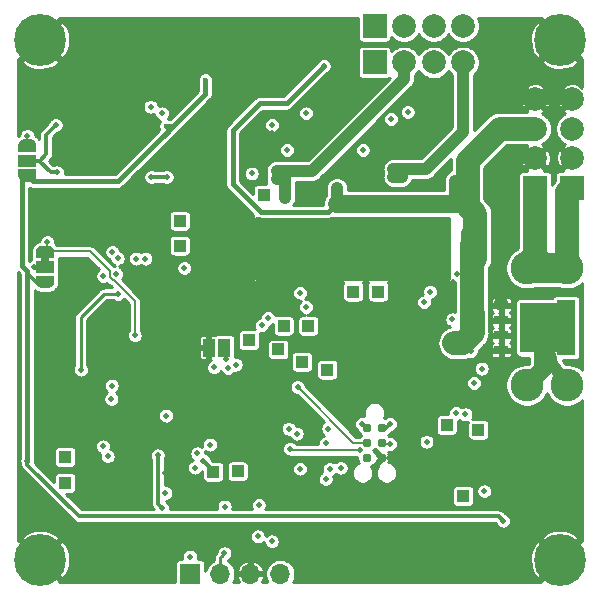
<source format=gbr>
G04 #@! TF.GenerationSoftware,KiCad,Pcbnew,5.1.5-52549c5~84~ubuntu18.04.1*
G04 #@! TF.CreationDate,2020-01-06T23:59:47+00:00*
G04 #@! TF.ProjectId,simpleboard,73696d70-6c65-4626-9f61-72642e6b6963,rev?*
G04 #@! TF.SameCoordinates,Original*
G04 #@! TF.FileFunction,Copper,L4,Bot*
G04 #@! TF.FilePolarity,Positive*
%FSLAX46Y46*%
G04 Gerber Fmt 4.6, Leading zero omitted, Abs format (unit mm)*
G04 Created by KiCad (PCBNEW 5.1.5-52549c5~84~ubuntu18.04.1) date 2020-01-06 23:59:47*
%MOMM*%
%LPD*%
G04 APERTURE LIST*
%ADD10C,0.100000*%
%ADD11R,1.150000X0.700000*%
%ADD12C,2.780000*%
%ADD13R,1.000000X1.000000*%
%ADD14O,1.700000X1.700000*%
%ADD15R,1.700000X1.700000*%
%ADD16C,2.000000*%
%ADD17R,2.000000X2.000000*%
%ADD18C,0.700000*%
%ADD19C,4.400000*%
%ADD20C,0.630000*%
%ADD21R,3.300000X2.600000*%
%ADD22R,1.500000X1.000000*%
%ADD23C,0.787400*%
%ADD24R,1.000000X1.500000*%
%ADD25C,0.500000*%
%ADD26C,0.450000*%
%ADD27C,0.200000*%
%ADD28C,1.000000*%
%ADD29C,0.300000*%
%ADD30C,0.250000*%
%ADD31C,0.400000*%
%ADD32C,1.500000*%
%ADD33C,2.000000*%
%ADD34C,2.500000*%
%ADD35C,0.254000*%
G04 APERTURE END LIST*
D10*
G36*
X153100000Y-71300000D02*
G01*
X153100000Y-71800000D01*
X153700000Y-71800000D01*
X153700000Y-71300000D01*
X153100000Y-71300000D01*
G37*
G04 #@! TA.AperFunction,SMDPad,CuDef*
G36*
X198275000Y-79700000D02*
G01*
X196725000Y-79700000D01*
X196725000Y-79450000D01*
X193650000Y-79450000D01*
X193650000Y-75250000D01*
X196725000Y-75250000D01*
X196725000Y-75000000D01*
X198275000Y-75000000D01*
X198275000Y-79700000D01*
G37*
G04 #@! TD.AperFunction*
D11*
X192030000Y-75440000D03*
X192030000Y-76710000D03*
X192030000Y-79260000D03*
X192030000Y-77990000D03*
D12*
X194200000Y-82220000D03*
X197600000Y-82220000D03*
X194200000Y-72300000D03*
X197600000Y-72300000D03*
D13*
X170650000Y-78400000D03*
X173150000Y-79200000D03*
X175150000Y-80250000D03*
X177300000Y-80900000D03*
D14*
X173320000Y-98200000D03*
X170780000Y-98200000D03*
X168240000Y-98200000D03*
D15*
X165700000Y-98200000D03*
D13*
X171900000Y-66100000D03*
X181600000Y-74300000D03*
X173600000Y-77200000D03*
X190100000Y-86000000D03*
X187400000Y-85600000D03*
X188800000Y-91600000D03*
X164800000Y-68300000D03*
X164800000Y-70400000D03*
X155100000Y-90500000D03*
X155100000Y-88300000D03*
X179500000Y-74300000D03*
X175700000Y-77200000D03*
X167650000Y-89550000D03*
X169700000Y-89500000D03*
D16*
X194900000Y-58000000D03*
X198000000Y-58000000D03*
X194900000Y-60500000D03*
X198000000Y-60500000D03*
X194900000Y-63000000D03*
X198000000Y-63000000D03*
D17*
X194900000Y-65500000D03*
X198000000Y-65500000D03*
D16*
X188800000Y-51800000D03*
X188800000Y-54900000D03*
X186300000Y-51800000D03*
X186300000Y-54900000D03*
X183800000Y-51800000D03*
X183800000Y-54900000D03*
D17*
X181300000Y-51800000D03*
X181300000Y-54900000D03*
D18*
X154166726Y-95833274D03*
X153000000Y-95350000D03*
X151833274Y-95833274D03*
X151350000Y-97000000D03*
X151833274Y-98166726D03*
X153000000Y-98650000D03*
X154166726Y-98166726D03*
X154650000Y-97000000D03*
D19*
X153000000Y-97000000D03*
D18*
X154166726Y-51833274D03*
X153000000Y-51350000D03*
X151833274Y-51833274D03*
X151350000Y-53000000D03*
X151833274Y-54166726D03*
X153000000Y-54650000D03*
X154166726Y-54166726D03*
X154650000Y-53000000D03*
D19*
X153000000Y-53000000D03*
D18*
X198166726Y-51833274D03*
X197000000Y-51350000D03*
X195833274Y-51833274D03*
X195350000Y-53000000D03*
X195833274Y-54166726D03*
X197000000Y-54650000D03*
X198166726Y-54166726D03*
X198650000Y-53000000D03*
D19*
X197000000Y-53000000D03*
D20*
X186800000Y-69150000D03*
X186800000Y-70450000D03*
X184200000Y-69150000D03*
X185500000Y-69150000D03*
X185500000Y-70450000D03*
X184200000Y-70450000D03*
D21*
X185500000Y-69800000D03*
D20*
X176900000Y-69150000D03*
X176900000Y-70450000D03*
X174300000Y-69150000D03*
X175600000Y-69150000D03*
X175600000Y-70450000D03*
X174300000Y-70450000D03*
D21*
X175600000Y-69800000D03*
D22*
X151900000Y-63200000D03*
G04 #@! TA.AperFunction,SMDPad,CuDef*
D10*
G36*
X152649398Y-64500000D02*
G01*
X152649398Y-64524534D01*
X152644588Y-64573365D01*
X152635016Y-64621490D01*
X152620772Y-64668445D01*
X152601995Y-64713778D01*
X152578864Y-64757051D01*
X152551604Y-64797850D01*
X152520476Y-64835779D01*
X152485779Y-64870476D01*
X152447850Y-64901604D01*
X152407051Y-64928864D01*
X152363778Y-64951995D01*
X152318445Y-64970772D01*
X152271490Y-64985016D01*
X152223365Y-64994588D01*
X152174534Y-64999398D01*
X152150000Y-64999398D01*
X152150000Y-65000000D01*
X151650000Y-65000000D01*
X151650000Y-64999398D01*
X151625466Y-64999398D01*
X151576635Y-64994588D01*
X151528510Y-64985016D01*
X151481555Y-64970772D01*
X151436222Y-64951995D01*
X151392949Y-64928864D01*
X151352150Y-64901604D01*
X151314221Y-64870476D01*
X151279524Y-64835779D01*
X151248396Y-64797850D01*
X151221136Y-64757051D01*
X151198005Y-64713778D01*
X151179228Y-64668445D01*
X151164984Y-64621490D01*
X151155412Y-64573365D01*
X151150602Y-64524534D01*
X151150602Y-64500000D01*
X151150000Y-64500000D01*
X151150000Y-63950000D01*
X152650000Y-63950000D01*
X152650000Y-64500000D01*
X152649398Y-64500000D01*
G37*
G04 #@! TD.AperFunction*
G04 #@! TA.AperFunction,SMDPad,CuDef*
G36*
X151150000Y-62450000D02*
G01*
X151150000Y-61900000D01*
X151150602Y-61900000D01*
X151150602Y-61875466D01*
X151155412Y-61826635D01*
X151164984Y-61778510D01*
X151179228Y-61731555D01*
X151198005Y-61686222D01*
X151221136Y-61642949D01*
X151248396Y-61602150D01*
X151279524Y-61564221D01*
X151314221Y-61529524D01*
X151352150Y-61498396D01*
X151392949Y-61471136D01*
X151436222Y-61448005D01*
X151481555Y-61429228D01*
X151528510Y-61414984D01*
X151576635Y-61405412D01*
X151625466Y-61400602D01*
X151650000Y-61400602D01*
X151650000Y-61400000D01*
X152150000Y-61400000D01*
X152150000Y-61400602D01*
X152174534Y-61400602D01*
X152223365Y-61405412D01*
X152271490Y-61414984D01*
X152318445Y-61429228D01*
X152363778Y-61448005D01*
X152407051Y-61471136D01*
X152447850Y-61498396D01*
X152485779Y-61529524D01*
X152520476Y-61564221D01*
X152551604Y-61602150D01*
X152578864Y-61642949D01*
X152601995Y-61686222D01*
X152620772Y-61731555D01*
X152635016Y-61778510D01*
X152644588Y-61826635D01*
X152649398Y-61875466D01*
X152649398Y-61900000D01*
X152650000Y-61900000D01*
X152650000Y-62450000D01*
X151150000Y-62450000D01*
G37*
G04 #@! TD.AperFunction*
D18*
X198166726Y-95833274D03*
X197000000Y-95350000D03*
X195833274Y-95833274D03*
X195350000Y-97000000D03*
X195833274Y-98166726D03*
X197000000Y-98650000D03*
X198166726Y-98166726D03*
X198650000Y-97000000D03*
D19*
X197000000Y-97000000D03*
D23*
X180665000Y-88370000D03*
X181935000Y-88370000D03*
X180665000Y-87100000D03*
X181935000Y-87100000D03*
X180665000Y-85830000D03*
X181935000Y-85830000D03*
G04 #@! TA.AperFunction,SMDPad,CuDef*
D10*
G36*
X152650000Y-71450000D02*
G01*
X152650000Y-70900000D01*
X152650602Y-70900000D01*
X152650602Y-70875466D01*
X152655412Y-70826635D01*
X152664984Y-70778510D01*
X152679228Y-70731555D01*
X152698005Y-70686222D01*
X152721136Y-70642949D01*
X152748396Y-70602150D01*
X152779524Y-70564221D01*
X152814221Y-70529524D01*
X152852150Y-70498396D01*
X152892949Y-70471136D01*
X152936222Y-70448005D01*
X152981555Y-70429228D01*
X153028510Y-70414984D01*
X153076635Y-70405412D01*
X153125466Y-70400602D01*
X153150000Y-70400602D01*
X153150000Y-70400000D01*
X153650000Y-70400000D01*
X153650000Y-70400602D01*
X153674534Y-70400602D01*
X153723365Y-70405412D01*
X153771490Y-70414984D01*
X153818445Y-70429228D01*
X153863778Y-70448005D01*
X153907051Y-70471136D01*
X153947850Y-70498396D01*
X153985779Y-70529524D01*
X154020476Y-70564221D01*
X154051604Y-70602150D01*
X154078864Y-70642949D01*
X154101995Y-70686222D01*
X154120772Y-70731555D01*
X154135016Y-70778510D01*
X154144588Y-70826635D01*
X154149398Y-70875466D01*
X154149398Y-70900000D01*
X154150000Y-70900000D01*
X154150000Y-71450000D01*
X152650000Y-71450000D01*
G37*
G04 #@! TD.AperFunction*
D22*
X153400000Y-72200000D03*
G04 #@! TA.AperFunction,SMDPad,CuDef*
D10*
G36*
X154149398Y-73500000D02*
G01*
X154149398Y-73524534D01*
X154144588Y-73573365D01*
X154135016Y-73621490D01*
X154120772Y-73668445D01*
X154101995Y-73713778D01*
X154078864Y-73757051D01*
X154051604Y-73797850D01*
X154020476Y-73835779D01*
X153985779Y-73870476D01*
X153947850Y-73901604D01*
X153907051Y-73928864D01*
X153863778Y-73951995D01*
X153818445Y-73970772D01*
X153771490Y-73985016D01*
X153723365Y-73994588D01*
X153674534Y-73999398D01*
X153650000Y-73999398D01*
X153650000Y-74000000D01*
X153150000Y-74000000D01*
X153150000Y-73999398D01*
X153125466Y-73999398D01*
X153076635Y-73994588D01*
X153028510Y-73985016D01*
X152981555Y-73970772D01*
X152936222Y-73951995D01*
X152892949Y-73928864D01*
X152852150Y-73901604D01*
X152814221Y-73870476D01*
X152779524Y-73835779D01*
X152748396Y-73797850D01*
X152721136Y-73757051D01*
X152698005Y-73713778D01*
X152679228Y-73668445D01*
X152664984Y-73621490D01*
X152655412Y-73573365D01*
X152650602Y-73524534D01*
X152650602Y-73500000D01*
X152650000Y-73500000D01*
X152650000Y-72950000D01*
X154150000Y-72950000D01*
X154150000Y-73500000D01*
X154149398Y-73500000D01*
G37*
G04 #@! TD.AperFunction*
D24*
X167260000Y-79050000D03*
X168560000Y-79050000D03*
D25*
X155850000Y-51850000D03*
X156850000Y-51850000D03*
X157850000Y-51850000D03*
X158850000Y-51850000D03*
X155850000Y-52850000D03*
X156850000Y-52850000D03*
X157850000Y-52850000D03*
X158850000Y-52850000D03*
X155850000Y-53850000D03*
X156850000Y-53850000D03*
X157850000Y-53850000D03*
X158850000Y-53850000D03*
X155850000Y-54850000D03*
X156850000Y-54850000D03*
X157850000Y-54850000D03*
X158850000Y-54850000D03*
X155850000Y-55850000D03*
X156850000Y-55850000D03*
X157850000Y-55850000D03*
X158850000Y-55850000D03*
X156850000Y-56850000D03*
X157850000Y-56850000D03*
X158850000Y-56850000D03*
X154850000Y-55850000D03*
X153850000Y-55850000D03*
X155850000Y-56850000D03*
X154850000Y-56850000D03*
X153850000Y-56850000D03*
D26*
X186900000Y-92200000D03*
X187200000Y-88800000D03*
X183800000Y-94200000D03*
X160400000Y-89800000D03*
D25*
X180200000Y-64400000D03*
X172600000Y-60900002D03*
X181000000Y-60700000D03*
X181000000Y-60700000D03*
X177900000Y-77900000D03*
X177900000Y-78600000D03*
X177900000Y-79400000D03*
X177200000Y-79400000D03*
X177200000Y-78600000D03*
X177200000Y-77900000D03*
X169515000Y-66685000D03*
X159100000Y-77000000D03*
X182500000Y-88400000D03*
X163592127Y-89649990D03*
X161200000Y-69500000D03*
X158900000Y-69500000D03*
X180300000Y-84200000D03*
X180400000Y-83100000D03*
D26*
X167200000Y-78200000D03*
X159948709Y-90124990D03*
D25*
X158500010Y-79575072D03*
X166500000Y-89900000D03*
X171600000Y-69900000D03*
X172300000Y-70600000D03*
X172300000Y-69900000D03*
X172300000Y-69200000D03*
X172300000Y-68500000D03*
X171600000Y-68500000D03*
X171600000Y-69200000D03*
X172300000Y-71300000D03*
X172300000Y-72000000D03*
X172300000Y-72700000D03*
X154000000Y-77900000D03*
D26*
X166200000Y-60570000D03*
D25*
X170400000Y-68500000D03*
X192100000Y-88600000D03*
X160781983Y-72277934D03*
X155300000Y-65800000D03*
X155969980Y-61113228D03*
X162400002Y-94050000D03*
X167000000Y-92250000D03*
D26*
X159550000Y-60300000D03*
X159550000Y-59700000D03*
X159550000Y-59100000D03*
X163700000Y-56070000D03*
X164350000Y-56050000D03*
X165000000Y-56050000D03*
X163050000Y-56050000D03*
X162400000Y-56050000D03*
X162700000Y-55450000D03*
X163350000Y-55450000D03*
X163350000Y-54800000D03*
X163350000Y-54150000D03*
X162700000Y-54800000D03*
X162700000Y-54150000D03*
X159450000Y-57700000D03*
X159450000Y-58350000D03*
D25*
X175800000Y-95619980D03*
X173700000Y-96300000D03*
D26*
X159250000Y-86300000D03*
D25*
X167039744Y-80519052D03*
X192150000Y-74200000D03*
X193350000Y-74350000D03*
X194100000Y-74350000D03*
X194800000Y-74350000D03*
X195550000Y-74350000D03*
X196300000Y-74350000D03*
X197050000Y-74350000D03*
X197800000Y-74350000D03*
X192300000Y-66900000D03*
X192300000Y-67650000D03*
X192300000Y-68400000D03*
X193050000Y-66900000D03*
X193050000Y-67650000D03*
X192300000Y-69900000D03*
X193050000Y-69900000D03*
X193050000Y-69150000D03*
X192300000Y-69150000D03*
X193050000Y-68450000D03*
X190400000Y-82950000D03*
X198000000Y-85000000D03*
X197250000Y-85000000D03*
X196550000Y-85000000D03*
X195800000Y-85000000D03*
X195050000Y-85000000D03*
X194300000Y-85000000D03*
X193550000Y-85000000D03*
X190700000Y-51850000D03*
X191700000Y-51850000D03*
X192700000Y-51850000D03*
X193700000Y-51850000D03*
X190700000Y-52850000D03*
X191700000Y-52850000D03*
X192700000Y-52850000D03*
X193700000Y-52850000D03*
X190700000Y-53850000D03*
X191700000Y-53850000D03*
X192700000Y-53850000D03*
X193700000Y-53850000D03*
X190700000Y-54850000D03*
X191700000Y-54850000D03*
X192700000Y-54850000D03*
X193700000Y-54850000D03*
X190700000Y-55850000D03*
X191700000Y-55850000D03*
X192700000Y-55850000D03*
X193700000Y-55850000D03*
X190700000Y-56850000D03*
X191700000Y-56850000D03*
X192700000Y-56850000D03*
X193700000Y-56850000D03*
X190700000Y-57850000D03*
X191700000Y-57850000D03*
X192700000Y-57850000D03*
X194700000Y-55850000D03*
X195700000Y-55850000D03*
X196700000Y-55850000D03*
X194700000Y-54850000D03*
X197700000Y-55850000D03*
X198700000Y-55850000D03*
X182600000Y-87200000D03*
X180100035Y-87743370D03*
X167375702Y-87250000D03*
X174150000Y-87600000D03*
X168699989Y-80035003D03*
X189000000Y-84700000D03*
X165678251Y-96729833D03*
X172597306Y-95447306D03*
X171750000Y-77150000D03*
X168595737Y-96449987D03*
X188209513Y-84584920D03*
X172262212Y-76523083D03*
X190599996Y-91200000D03*
X171409337Y-95032491D03*
X158700000Y-88249990D03*
X163659507Y-84796319D03*
X184100000Y-59100000D03*
X166800000Y-88599998D03*
X175500000Y-59200000D03*
X166307122Y-87992878D03*
X182600000Y-85500000D03*
X173900000Y-62300000D03*
X180300000Y-62300000D03*
X161000000Y-78000000D03*
X153600000Y-70100000D03*
X151900000Y-61100000D03*
X163319865Y-92620315D03*
X162950000Y-88150000D03*
D26*
X164217125Y-60319335D03*
X166980000Y-56370000D03*
D25*
X192200000Y-93700000D03*
X151900000Y-88600000D03*
D26*
X163650000Y-60300000D03*
D25*
X159600000Y-74500000D03*
X156438577Y-80916416D03*
X163300000Y-59200000D03*
X167712870Y-80711194D03*
X174778825Y-82380331D03*
X180250043Y-85500000D03*
X163600000Y-91350010D03*
X159103889Y-70941027D03*
X168600000Y-92500000D03*
X158300000Y-87400000D03*
X159551412Y-71479302D03*
X161100000Y-71500000D03*
X177200000Y-87149990D03*
X161900000Y-71500000D03*
X177400000Y-85900000D03*
X177165098Y-90186890D03*
X185500000Y-75200000D03*
X186000000Y-74300000D03*
X178433484Y-89215059D03*
X175000000Y-74400000D03*
X177500000Y-89300000D03*
X175500000Y-75600000D03*
X175000000Y-89300000D03*
X158327909Y-72992535D03*
X169549990Y-80488030D03*
X159427920Y-72800339D03*
X168912881Y-80778047D03*
X159024990Y-83414080D03*
X174023519Y-85898107D03*
X159050000Y-82250000D03*
X174715284Y-86330320D03*
X185699996Y-87000000D03*
X171500000Y-92350000D03*
X178100000Y-66900000D03*
X188125000Y-66925000D03*
X189200000Y-70100000D03*
X189200000Y-70800000D03*
X189200000Y-71500000D03*
X178100000Y-66200000D03*
X178100000Y-65500000D03*
X188125000Y-66200000D03*
X188125000Y-65500000D03*
X189799990Y-71500000D03*
X189799990Y-70800000D03*
X189799990Y-70100000D03*
X188100000Y-64900000D03*
X177000000Y-55200000D03*
X188050000Y-78650000D03*
X188050000Y-77950000D03*
X188050000Y-79400000D03*
X188750000Y-77950000D03*
X188750000Y-79400000D03*
X188750000Y-78650000D03*
X189450000Y-78600000D03*
X189450000Y-79350000D03*
X189400720Y-77949280D03*
X188249998Y-72800000D03*
X189729988Y-82024990D03*
X162337500Y-58637500D03*
X162400000Y-64600000D03*
X163699994Y-64600000D03*
X152500000Y-72200000D03*
X173700000Y-64100000D03*
X173700000Y-64800000D03*
X173000000Y-64800000D03*
X173000000Y-64100000D03*
X183600000Y-63900000D03*
X183600000Y-64600000D03*
X182900000Y-63900000D03*
X182900000Y-64600000D03*
X154300000Y-60200000D03*
X154399996Y-64200000D03*
X170900000Y-64300000D03*
X182700000Y-59700000D03*
X172613792Y-60200010D03*
X166100000Y-89200000D03*
X165200000Y-72300000D03*
X187900000Y-76650000D03*
X190373121Y-80814865D03*
D27*
X182470000Y-88370000D02*
X182500000Y-88400000D01*
X181935000Y-88370000D02*
X182470000Y-88370000D01*
D28*
X192030000Y-75440000D02*
X192030000Y-74320000D01*
X192030000Y-74320000D02*
X192150000Y-74200000D01*
X193485787Y-63000000D02*
X192700000Y-63785787D01*
X194900000Y-63000000D02*
X193485787Y-63000000D01*
X192700000Y-63785787D02*
X192700000Y-64800000D01*
X198000000Y-58000000D02*
X194900000Y-58000000D01*
X194900000Y-58000000D02*
X192950000Y-58000000D01*
D27*
X182035000Y-87200000D02*
X181935000Y-87100000D01*
X182600000Y-87200000D02*
X182035000Y-87200000D01*
X174293370Y-87743370D02*
X174150000Y-87600000D01*
X180100035Y-87743370D02*
X174293370Y-87743370D01*
D29*
X168560000Y-79050000D02*
X168699989Y-79189989D01*
X168699989Y-79681450D02*
X168699989Y-80035003D01*
X168699989Y-79189989D02*
X168699989Y-79681450D01*
D30*
X168240000Y-98200000D02*
X168240000Y-96805724D01*
X168240000Y-96805724D02*
X168345738Y-96699986D01*
X168345738Y-96699986D02*
X168595737Y-96449987D01*
D29*
X167700002Y-89500000D02*
X166800000Y-88599998D01*
X168000000Y-89500000D02*
X167700002Y-89500000D01*
X181935000Y-85830000D02*
X182270000Y-85830000D01*
X182270000Y-85830000D02*
X182600000Y-85500000D01*
D27*
X153600000Y-70700000D02*
X153400000Y-70900000D01*
X153600000Y-70100000D02*
X153600000Y-70700000D01*
X151900000Y-61900000D02*
X151900000Y-61100000D01*
X154147592Y-70900000D02*
X153400000Y-70900000D01*
X161000000Y-75109186D02*
X159241154Y-73350340D01*
X158877919Y-72563917D02*
X157214002Y-70900000D01*
X157214002Y-70900000D02*
X154147592Y-70900000D01*
X161000000Y-78000000D02*
X161000000Y-75109186D01*
X159163919Y-73350340D02*
X158877919Y-73064340D01*
X158877919Y-73064340D02*
X158877919Y-72563917D01*
X159241154Y-73350340D02*
X159163919Y-73350340D01*
D29*
X162950000Y-88503553D02*
X162950000Y-88150000D01*
X162950000Y-92250450D02*
X162950000Y-88503553D01*
X163319865Y-92620315D02*
X162950000Y-92250450D01*
D31*
X166980000Y-56370000D02*
X166980000Y-57556460D01*
X166980000Y-57556460D02*
X164217125Y-60319335D01*
D29*
X152652408Y-73500000D02*
X151900000Y-72747592D01*
X153400000Y-73500000D02*
X152652408Y-73500000D01*
D31*
X163436460Y-61100000D02*
X164217125Y-60319335D01*
X151900000Y-72562002D02*
X151445936Y-72107938D01*
X151445936Y-72107938D02*
X151445936Y-64954064D01*
X151900000Y-72747592D02*
X151900000Y-72562002D01*
X151445936Y-64954064D02*
X151900000Y-64500000D01*
X151900000Y-72700000D02*
X151900000Y-88600000D01*
X159582396Y-64954064D02*
X163992126Y-60544334D01*
X163992126Y-60544334D02*
X164217125Y-60319335D01*
X152354064Y-64954064D02*
X159582396Y-64954064D01*
X151900000Y-64500000D02*
X152354064Y-64954064D01*
D29*
X191824544Y-93324544D02*
X156270991Y-93324544D01*
X151900000Y-88953553D02*
X151900000Y-88600000D01*
X192200000Y-93700000D02*
X191824544Y-93324544D01*
X156270991Y-93324544D02*
X151900000Y-88953553D01*
D31*
X163894334Y-60544334D02*
X163650000Y-60300000D01*
D30*
X164197790Y-60300000D02*
X164217125Y-60319335D01*
D31*
X163650000Y-60300000D02*
X164197790Y-60300000D01*
D30*
X159600000Y-74500000D02*
X158400000Y-74500000D01*
X156438577Y-76461423D02*
X156438577Y-80916416D01*
X158400000Y-74500000D02*
X156438577Y-76461423D01*
D27*
X180665000Y-87100000D02*
X179498494Y-87100000D01*
X179498494Y-87100000D02*
X174778825Y-82380331D01*
X180580043Y-85830000D02*
X180500042Y-85749999D01*
X180500042Y-85749999D02*
X180250043Y-85500000D01*
X180665000Y-85830000D02*
X180580043Y-85830000D01*
D32*
X178100000Y-66900000D02*
X188100000Y-66900000D01*
D28*
X188100000Y-66900000D02*
X188125000Y-66925000D01*
X178100000Y-65500000D02*
X178100000Y-66900000D01*
X189200000Y-70800000D02*
X189799990Y-70800000D01*
X189200000Y-70100000D02*
X189799990Y-70100000D01*
X189200000Y-71500000D02*
X189799990Y-71500000D01*
X188100000Y-64900000D02*
X188100000Y-66900000D01*
D31*
X178100000Y-66900000D02*
X177400000Y-67600000D01*
X171679998Y-67600000D02*
X169300000Y-65220002D01*
X177400000Y-67600000D02*
X171679998Y-67600000D01*
X169300000Y-65220002D02*
X169300000Y-60650000D01*
X169300000Y-60650000D02*
X171600000Y-58350000D01*
X173850000Y-58350000D02*
X177000000Y-55200000D01*
X171600000Y-58350000D02*
X173850000Y-58350000D01*
D33*
X188750000Y-78650000D02*
X188050000Y-78650000D01*
X189600000Y-71300000D02*
X189600000Y-69450000D01*
X189178605Y-63221395D02*
X191900000Y-60500000D01*
X189178605Y-67078605D02*
X189178605Y-63221395D01*
X189799990Y-71500000D02*
X189799990Y-67699990D01*
X191900000Y-60500000D02*
X194900000Y-60500000D01*
X189799990Y-67699990D02*
X189178605Y-67078605D01*
D31*
X189025000Y-66925000D02*
X189178605Y-67078605D01*
X188125000Y-66925000D02*
X189025000Y-66925000D01*
D33*
X189600000Y-77800000D02*
X188750000Y-78650000D01*
X189600000Y-76100002D02*
X189600000Y-77800000D01*
X189550000Y-77800000D02*
X189400720Y-77949280D01*
X189550000Y-70350000D02*
X189550000Y-77800000D01*
D29*
X162400000Y-64600000D02*
X163699994Y-64600000D01*
D31*
X152500000Y-72200000D02*
X153400000Y-72200000D01*
D28*
X183800000Y-56314213D02*
X176014213Y-64100000D01*
X183800000Y-54900000D02*
X183800000Y-56314213D01*
X176014213Y-64100000D02*
X173700000Y-64100000D01*
X173700000Y-64100000D02*
X173700000Y-64800000D01*
X173700000Y-64800000D02*
X173700000Y-66400000D01*
X173700000Y-64100000D02*
X173000000Y-64100000D01*
X173700000Y-64800000D02*
X173000000Y-64800000D01*
X183600000Y-64600000D02*
X182900000Y-64600000D01*
X183600000Y-63900000D02*
X182900000Y-63900000D01*
X183600000Y-63900000D02*
X183600000Y-64600000D01*
X188800000Y-60749820D02*
X185649820Y-63900000D01*
X185649820Y-63900000D02*
X183600000Y-63900000D01*
X188800000Y-54900000D02*
X188800000Y-60749820D01*
D34*
X194200000Y-72300000D02*
X197600000Y-72300000D01*
D28*
X197600000Y-65900000D02*
X198000000Y-65500000D01*
D34*
X194900000Y-71600000D02*
X194200000Y-72300000D01*
D33*
X194900000Y-65500000D02*
X194900000Y-71600000D01*
X197600000Y-72300000D02*
X197600000Y-65900000D01*
D29*
X153500000Y-62650000D02*
X153500000Y-61000000D01*
X151900000Y-63200000D02*
X152950000Y-63200000D01*
X153500000Y-61000000D02*
X154300000Y-60200000D01*
X152950000Y-63200000D02*
X153500000Y-62650000D01*
X153900000Y-64200000D02*
X154399996Y-64200000D01*
X151900000Y-63200000D02*
X152900000Y-63200000D01*
X152900000Y-63200000D02*
X153900000Y-64200000D01*
D28*
X195300000Y-77350000D02*
X195300000Y-79920000D01*
D32*
X196000000Y-80420000D02*
X196000000Y-79950000D01*
X194200000Y-82220000D02*
X196000000Y-80420000D01*
D28*
X195300000Y-79920000D02*
X196000000Y-79950000D01*
X196000000Y-79950000D02*
X197600000Y-82220000D01*
X195300000Y-81120000D02*
X194200000Y-82220000D01*
X195300000Y-77350000D02*
X195300000Y-81120000D01*
D35*
G36*
X179870934Y-52800000D02*
G01*
X179879178Y-52883707D01*
X179903595Y-52964196D01*
X179943245Y-53038376D01*
X179996605Y-53103395D01*
X180061624Y-53156755D01*
X180135804Y-53196405D01*
X180216293Y-53220822D01*
X180300000Y-53229066D01*
X182300000Y-53229066D01*
X182383707Y-53220822D01*
X182464196Y-53196405D01*
X182538376Y-53156755D01*
X182603395Y-53103395D01*
X182656755Y-53038376D01*
X182696405Y-52964196D01*
X182720822Y-52883707D01*
X182729066Y-52800000D01*
X182729066Y-52747150D01*
X182890340Y-52908424D01*
X183124062Y-53064591D01*
X183383759Y-53172162D01*
X183659453Y-53227000D01*
X183940547Y-53227000D01*
X184216241Y-53172162D01*
X184475938Y-53064591D01*
X184709660Y-52908424D01*
X184908424Y-52709660D01*
X185050000Y-52497775D01*
X185191576Y-52709660D01*
X185390340Y-52908424D01*
X185624062Y-53064591D01*
X185883759Y-53172162D01*
X186159453Y-53227000D01*
X186440547Y-53227000D01*
X186716241Y-53172162D01*
X186975938Y-53064591D01*
X187209660Y-52908424D01*
X187408424Y-52709660D01*
X187550000Y-52497775D01*
X187691576Y-52709660D01*
X187890340Y-52908424D01*
X188124062Y-53064591D01*
X188383759Y-53172162D01*
X188659453Y-53227000D01*
X188940547Y-53227000D01*
X189216241Y-53172162D01*
X189475938Y-53064591D01*
X189531692Y-53027337D01*
X194460920Y-53027337D01*
X194515041Y-53522162D01*
X194664658Y-53996921D01*
X194873644Y-54387907D01*
X195174821Y-54645574D01*
X196820395Y-53000000D01*
X195174821Y-51354426D01*
X194873644Y-51612093D01*
X194643735Y-52053593D01*
X194504375Y-52531462D01*
X194460920Y-53027337D01*
X189531692Y-53027337D01*
X189709660Y-52908424D01*
X189908424Y-52709660D01*
X190064591Y-52475938D01*
X190172162Y-52216241D01*
X190227000Y-51940547D01*
X190227000Y-51659453D01*
X190172162Y-51383759D01*
X190065808Y-51127000D01*
X195395338Y-51127000D01*
X195354426Y-51174821D01*
X197000000Y-52820395D01*
X197014143Y-52806253D01*
X197193748Y-52985858D01*
X197179605Y-53000000D01*
X198825179Y-54645574D01*
X198873000Y-54604662D01*
X198873000Y-56988128D01*
X198852632Y-56967760D01*
X198790694Y-57029698D01*
X198677457Y-56851495D01*
X198440378Y-56741398D01*
X198186374Y-56679668D01*
X197925209Y-56668678D01*
X197666919Y-56708850D01*
X197421428Y-56798640D01*
X197322543Y-56851495D01*
X197209305Y-57029700D01*
X198000000Y-57820395D01*
X198014143Y-57806253D01*
X198193748Y-57985858D01*
X198179605Y-58000000D01*
X198193748Y-58014143D01*
X198014143Y-58193748D01*
X198000000Y-58179605D01*
X197209305Y-58970300D01*
X197322543Y-59148505D01*
X197422170Y-59194771D01*
X197324062Y-59235409D01*
X197090340Y-59391576D01*
X196891576Y-59590340D01*
X196735409Y-59824062D01*
X196627838Y-60083759D01*
X196573000Y-60359453D01*
X196573000Y-60640547D01*
X196627838Y-60916241D01*
X196735409Y-61175938D01*
X196891576Y-61409660D01*
X197090340Y-61608424D01*
X197324062Y-61764591D01*
X197414807Y-61802179D01*
X197322543Y-61851495D01*
X197209305Y-62029700D01*
X198000000Y-62820395D01*
X198014143Y-62806253D01*
X198193748Y-62985858D01*
X198179605Y-63000000D01*
X198193748Y-63014143D01*
X198014143Y-63193748D01*
X198000000Y-63179605D01*
X197209305Y-63970300D01*
X197273252Y-64070934D01*
X197000000Y-64070934D01*
X196916293Y-64079178D01*
X196835804Y-64103595D01*
X196761624Y-64143245D01*
X196696605Y-64196605D01*
X196643245Y-64261624D01*
X196603595Y-64335804D01*
X196579178Y-64416293D01*
X196570934Y-64500000D01*
X196570934Y-64904530D01*
X196407753Y-65103366D01*
X196329066Y-65250579D01*
X196329066Y-64500000D01*
X196320822Y-64416293D01*
X196296405Y-64335804D01*
X196256755Y-64261624D01*
X196203395Y-64196605D01*
X196138376Y-64143245D01*
X196064196Y-64103595D01*
X195983707Y-64079178D01*
X195900000Y-64070934D01*
X195626748Y-64070934D01*
X195690695Y-63970300D01*
X194900000Y-63179605D01*
X194109305Y-63970300D01*
X194173252Y-64070934D01*
X193900000Y-64070934D01*
X193816293Y-64079178D01*
X193735804Y-64103595D01*
X193661624Y-64143245D01*
X193596605Y-64196605D01*
X193543245Y-64261624D01*
X193503595Y-64335804D01*
X193479178Y-64416293D01*
X193470934Y-64500000D01*
X193470934Y-66500000D01*
X193473000Y-66520979D01*
X193473001Y-70634426D01*
X193339328Y-70689795D01*
X193041730Y-70888644D01*
X192788644Y-71141730D01*
X192589795Y-71439328D01*
X192452826Y-71770001D01*
X192383000Y-72121041D01*
X192383000Y-72478959D01*
X192452826Y-72829999D01*
X192589795Y-73160672D01*
X192788644Y-73458270D01*
X193041730Y-73711356D01*
X193339328Y-73910205D01*
X193670001Y-74047174D01*
X194021041Y-74117000D01*
X194378959Y-74117000D01*
X194729999Y-74047174D01*
X194899414Y-73977000D01*
X196900586Y-73977000D01*
X197070001Y-74047174D01*
X197421041Y-74117000D01*
X197778959Y-74117000D01*
X198129999Y-74047174D01*
X198460672Y-73910205D01*
X198758270Y-73711356D01*
X198873000Y-73596626D01*
X198873000Y-80923374D01*
X198758270Y-80808644D01*
X198460672Y-80609795D01*
X198129999Y-80472826D01*
X197778959Y-80403000D01*
X197453424Y-80403000D01*
X197260343Y-80129066D01*
X198275000Y-80129066D01*
X198358707Y-80120822D01*
X198439196Y-80096405D01*
X198513376Y-80056755D01*
X198578395Y-80003395D01*
X198631755Y-79938376D01*
X198671405Y-79864196D01*
X198695822Y-79783707D01*
X198704066Y-79700000D01*
X198704066Y-75000000D01*
X198695822Y-74916293D01*
X198671405Y-74835804D01*
X198631755Y-74761624D01*
X198578395Y-74696605D01*
X198513376Y-74643245D01*
X198439196Y-74603595D01*
X198358707Y-74579178D01*
X198275000Y-74570934D01*
X196725000Y-74570934D01*
X196641293Y-74579178D01*
X196560804Y-74603595D01*
X196486624Y-74643245D01*
X196421605Y-74696605D01*
X196368245Y-74761624D01*
X196336543Y-74820934D01*
X193650000Y-74820934D01*
X193566293Y-74829178D01*
X193485804Y-74853595D01*
X193411624Y-74893245D01*
X193346605Y-74946605D01*
X193293245Y-75011624D01*
X193253595Y-75085804D01*
X193229178Y-75166293D01*
X193220934Y-75250000D01*
X193220934Y-79450000D01*
X193229178Y-79533707D01*
X193253595Y-79614196D01*
X193293245Y-79688376D01*
X193346605Y-79753395D01*
X193411624Y-79806755D01*
X193485804Y-79846405D01*
X193566293Y-79870822D01*
X193650000Y-79879066D01*
X194369519Y-79879066D01*
X194369370Y-79880116D01*
X194373001Y-79945656D01*
X194373001Y-80382471D01*
X194352471Y-80403000D01*
X194021041Y-80403000D01*
X193670001Y-80472826D01*
X193339328Y-80609795D01*
X193041730Y-80808644D01*
X192788644Y-81061730D01*
X192589795Y-81359328D01*
X192452826Y-81690001D01*
X192383000Y-82041041D01*
X192383000Y-82398959D01*
X192452826Y-82749999D01*
X192589795Y-83080672D01*
X192788644Y-83378270D01*
X193041730Y-83631356D01*
X193339328Y-83830205D01*
X193670001Y-83967174D01*
X194021041Y-84037000D01*
X194378959Y-84037000D01*
X194729999Y-83967174D01*
X195060672Y-83830205D01*
X195358270Y-83631356D01*
X195611356Y-83378270D01*
X195810205Y-83080672D01*
X195900000Y-82863887D01*
X195989795Y-83080672D01*
X196188644Y-83378270D01*
X196441730Y-83631356D01*
X196739328Y-83830205D01*
X197070001Y-83967174D01*
X197421041Y-84037000D01*
X197778959Y-84037000D01*
X198129999Y-83967174D01*
X198460672Y-83830205D01*
X198758270Y-83631356D01*
X198873000Y-83516626D01*
X198873000Y-95395338D01*
X198825179Y-95354426D01*
X197179605Y-97000000D01*
X197193748Y-97014143D01*
X197014143Y-97193748D01*
X197000000Y-97179605D01*
X195354426Y-98825179D01*
X195395338Y-98873000D01*
X174406151Y-98873000D01*
X174451663Y-98804886D01*
X174547926Y-98572487D01*
X174597000Y-98325774D01*
X174597000Y-98074226D01*
X174547926Y-97827513D01*
X174451663Y-97595114D01*
X174311911Y-97385960D01*
X174134040Y-97208089D01*
X173924886Y-97068337D01*
X173825904Y-97027337D01*
X194460920Y-97027337D01*
X194515041Y-97522162D01*
X194664658Y-97996921D01*
X194873644Y-98387907D01*
X195174821Y-98645574D01*
X196820395Y-97000000D01*
X195174821Y-95354426D01*
X194873644Y-95612093D01*
X194643735Y-96053593D01*
X194504375Y-96531462D01*
X194460920Y-97027337D01*
X173825904Y-97027337D01*
X173692487Y-96972074D01*
X173445774Y-96923000D01*
X173194226Y-96923000D01*
X172947513Y-96972074D01*
X172715114Y-97068337D01*
X172505960Y-97208089D01*
X172328089Y-97385960D01*
X172188337Y-97595114D01*
X172092074Y-97827513D01*
X172043000Y-98074226D01*
X172043000Y-98325774D01*
X172092074Y-98572487D01*
X172188337Y-98804886D01*
X172233849Y-98873000D01*
X171740593Y-98873000D01*
X171833853Y-98724154D01*
X171915861Y-98508486D01*
X171868384Y-98327000D01*
X170907000Y-98327000D01*
X170907000Y-98347000D01*
X170653000Y-98347000D01*
X170653000Y-98327000D01*
X169691616Y-98327000D01*
X169644139Y-98508486D01*
X169726147Y-98724154D01*
X169819407Y-98873000D01*
X169326151Y-98873000D01*
X169371663Y-98804886D01*
X169467926Y-98572487D01*
X169517000Y-98325774D01*
X169517000Y-98074226D01*
X169480657Y-97891514D01*
X169644139Y-97891514D01*
X169691616Y-98073000D01*
X170653000Y-98073000D01*
X170653000Y-97112138D01*
X170907000Y-97112138D01*
X170907000Y-98073000D01*
X171868384Y-98073000D01*
X171915861Y-97891514D01*
X171833853Y-97675846D01*
X171711346Y-97480321D01*
X171553048Y-97312453D01*
X171365042Y-97178693D01*
X171154553Y-97084181D01*
X171088485Y-97064145D01*
X170907000Y-97112138D01*
X170653000Y-97112138D01*
X170471515Y-97064145D01*
X170405447Y-97084181D01*
X170194958Y-97178693D01*
X170006952Y-97312453D01*
X169848654Y-97480321D01*
X169726147Y-97675846D01*
X169644139Y-97891514D01*
X169480657Y-97891514D01*
X169467926Y-97827513D01*
X169371663Y-97595114D01*
X169231911Y-97385960D01*
X169054040Y-97208089D01*
X168855261Y-97075269D01*
X168916417Y-97049937D01*
X169027300Y-96975847D01*
X169121597Y-96881550D01*
X169195687Y-96770667D01*
X169246721Y-96647461D01*
X169272737Y-96516666D01*
X169272737Y-96383308D01*
X169246721Y-96252513D01*
X169195687Y-96129307D01*
X169121597Y-96018424D01*
X169027300Y-95924127D01*
X168916417Y-95850037D01*
X168793211Y-95799003D01*
X168662416Y-95772987D01*
X168529058Y-95772987D01*
X168398263Y-95799003D01*
X168275057Y-95850037D01*
X168164174Y-95924127D01*
X168069877Y-96018424D01*
X167995787Y-96129307D01*
X167944753Y-96252513D01*
X167927915Y-96337164D01*
X167868851Y-96396229D01*
X167847790Y-96413513D01*
X167795000Y-96477838D01*
X167778809Y-96497567D01*
X167727552Y-96593462D01*
X167708691Y-96655641D01*
X167695989Y-96697513D01*
X167695745Y-96699987D01*
X167685330Y-96805724D01*
X167688001Y-96832840D01*
X167688001Y-97046431D01*
X167635114Y-97068337D01*
X167425960Y-97208089D01*
X167248089Y-97385960D01*
X167108337Y-97595114D01*
X167012074Y-97827513D01*
X166979066Y-97993456D01*
X166979066Y-97350000D01*
X166970822Y-97266293D01*
X166946405Y-97185804D01*
X166906755Y-97111624D01*
X166853395Y-97046605D01*
X166788376Y-96993245D01*
X166714196Y-96953595D01*
X166633707Y-96929178D01*
X166550000Y-96920934D01*
X166330503Y-96920934D01*
X166355251Y-96796512D01*
X166355251Y-96663154D01*
X166329235Y-96532359D01*
X166278201Y-96409153D01*
X166204111Y-96298270D01*
X166109814Y-96203973D01*
X165998931Y-96129883D01*
X165875725Y-96078849D01*
X165744930Y-96052833D01*
X165611572Y-96052833D01*
X165480777Y-96078849D01*
X165357571Y-96129883D01*
X165246688Y-96203973D01*
X165152391Y-96298270D01*
X165078301Y-96409153D01*
X165027267Y-96532359D01*
X165001251Y-96663154D01*
X165001251Y-96796512D01*
X165025999Y-96920934D01*
X164850000Y-96920934D01*
X164766293Y-96929178D01*
X164685804Y-96953595D01*
X164611624Y-96993245D01*
X164546605Y-97046605D01*
X164493245Y-97111624D01*
X164453595Y-97185804D01*
X164429178Y-97266293D01*
X164420934Y-97350000D01*
X164420934Y-98873000D01*
X154604662Y-98873000D01*
X154645574Y-98825179D01*
X153000000Y-97179605D01*
X152985858Y-97193748D01*
X152806253Y-97014143D01*
X152820395Y-97000000D01*
X153179605Y-97000000D01*
X154825179Y-98645574D01*
X155126356Y-98387907D01*
X155356265Y-97946407D01*
X155495625Y-97468538D01*
X155539080Y-96972663D01*
X155484959Y-96477838D01*
X155335342Y-96003079D01*
X155126356Y-95612093D01*
X154825179Y-95354426D01*
X153179605Y-97000000D01*
X152820395Y-97000000D01*
X151174821Y-95354426D01*
X151127000Y-95395338D01*
X151127000Y-95174821D01*
X151354426Y-95174821D01*
X153000000Y-96820395D01*
X154645574Y-95174821D01*
X154466760Y-94965812D01*
X170732337Y-94965812D01*
X170732337Y-95099170D01*
X170758353Y-95229965D01*
X170809387Y-95353171D01*
X170883477Y-95464054D01*
X170977774Y-95558351D01*
X171088657Y-95632441D01*
X171211863Y-95683475D01*
X171342658Y-95709491D01*
X171476016Y-95709491D01*
X171606811Y-95683475D01*
X171730017Y-95632441D01*
X171840900Y-95558351D01*
X171920306Y-95478945D01*
X171920306Y-95513985D01*
X171946322Y-95644780D01*
X171997356Y-95767986D01*
X172071446Y-95878869D01*
X172165743Y-95973166D01*
X172276626Y-96047256D01*
X172399832Y-96098290D01*
X172530627Y-96124306D01*
X172663985Y-96124306D01*
X172794780Y-96098290D01*
X172917986Y-96047256D01*
X173028869Y-95973166D01*
X173123166Y-95878869D01*
X173197256Y-95767986D01*
X173248290Y-95644780D01*
X173274306Y-95513985D01*
X173274306Y-95380627D01*
X173248290Y-95249832D01*
X173217220Y-95174821D01*
X195354426Y-95174821D01*
X197000000Y-96820395D01*
X198645574Y-95174821D01*
X198387907Y-94873644D01*
X197946407Y-94643735D01*
X197468538Y-94504375D01*
X196972663Y-94460920D01*
X196477838Y-94515041D01*
X196003079Y-94664658D01*
X195612093Y-94873644D01*
X195354426Y-95174821D01*
X173217220Y-95174821D01*
X173197256Y-95126626D01*
X173123166Y-95015743D01*
X173028869Y-94921446D01*
X172917986Y-94847356D01*
X172794780Y-94796322D01*
X172663985Y-94770306D01*
X172530627Y-94770306D01*
X172399832Y-94796322D01*
X172276626Y-94847356D01*
X172165743Y-94921446D01*
X172086337Y-95000852D01*
X172086337Y-94965812D01*
X172060321Y-94835017D01*
X172009287Y-94711811D01*
X171935197Y-94600928D01*
X171840900Y-94506631D01*
X171730017Y-94432541D01*
X171606811Y-94381507D01*
X171476016Y-94355491D01*
X171342658Y-94355491D01*
X171211863Y-94381507D01*
X171088657Y-94432541D01*
X170977774Y-94506631D01*
X170883477Y-94600928D01*
X170809387Y-94711811D01*
X170758353Y-94835017D01*
X170732337Y-94965812D01*
X154466760Y-94965812D01*
X154387907Y-94873644D01*
X153946407Y-94643735D01*
X153468538Y-94504375D01*
X152972663Y-94460920D01*
X152477838Y-94515041D01*
X152003079Y-94664658D01*
X151612093Y-94873644D01*
X151354426Y-95174821D01*
X151127000Y-95174821D01*
X151127000Y-72675713D01*
X151273000Y-72821714D01*
X151273001Y-88344622D01*
X151249016Y-88402526D01*
X151223000Y-88533321D01*
X151223000Y-88666679D01*
X151249016Y-88797474D01*
X151300050Y-88920680D01*
X151320442Y-88951198D01*
X151320210Y-88953553D01*
X151323000Y-88981884D01*
X151323000Y-88981888D01*
X151324784Y-89000000D01*
X151331349Y-89066664D01*
X151342492Y-89103395D01*
X151364343Y-89175428D01*
X151417921Y-89275667D01*
X151490026Y-89363527D01*
X151512038Y-89381592D01*
X155842952Y-93712506D01*
X155861017Y-93734518D01*
X155948876Y-93806623D01*
X156049115Y-93860201D01*
X156093773Y-93873748D01*
X156157879Y-93893195D01*
X156215877Y-93898907D01*
X156242655Y-93901544D01*
X156242660Y-93901544D01*
X156270991Y-93904334D01*
X156299322Y-93901544D01*
X191550702Y-93901544D01*
X191600050Y-94020680D01*
X191674140Y-94131563D01*
X191768437Y-94225860D01*
X191879320Y-94299950D01*
X192002526Y-94350984D01*
X192133321Y-94377000D01*
X192266679Y-94377000D01*
X192397474Y-94350984D01*
X192520680Y-94299950D01*
X192631563Y-94225860D01*
X192725860Y-94131563D01*
X192799950Y-94020680D01*
X192850984Y-93897474D01*
X192877000Y-93766679D01*
X192877000Y-93633321D01*
X192850984Y-93502526D01*
X192799950Y-93379320D01*
X192725860Y-93268437D01*
X192631563Y-93174140D01*
X192520680Y-93100050D01*
X192397474Y-93049016D01*
X192356958Y-93040957D01*
X192252581Y-92936580D01*
X192234518Y-92914570D01*
X192146659Y-92842465D01*
X192046420Y-92788887D01*
X191982314Y-92769441D01*
X191937655Y-92755893D01*
X191882589Y-92750470D01*
X191852880Y-92747544D01*
X191852875Y-92747544D01*
X191824544Y-92744754D01*
X191796213Y-92747544D01*
X172048591Y-92747544D01*
X172099950Y-92670680D01*
X172150984Y-92547474D01*
X172177000Y-92416679D01*
X172177000Y-92283321D01*
X172150984Y-92152526D01*
X172099950Y-92029320D01*
X172025860Y-91918437D01*
X171931563Y-91824140D01*
X171820680Y-91750050D01*
X171697474Y-91699016D01*
X171566679Y-91673000D01*
X171433321Y-91673000D01*
X171302526Y-91699016D01*
X171179320Y-91750050D01*
X171068437Y-91824140D01*
X170974140Y-91918437D01*
X170900050Y-92029320D01*
X170849016Y-92152526D01*
X170823000Y-92283321D01*
X170823000Y-92416679D01*
X170849016Y-92547474D01*
X170900050Y-92670680D01*
X170951409Y-92747544D01*
X169230244Y-92747544D01*
X169250984Y-92697474D01*
X169277000Y-92566679D01*
X169277000Y-92433321D01*
X169250984Y-92302526D01*
X169199950Y-92179320D01*
X169125860Y-92068437D01*
X169031563Y-91974140D01*
X168920680Y-91900050D01*
X168797474Y-91849016D01*
X168666679Y-91823000D01*
X168533321Y-91823000D01*
X168402526Y-91849016D01*
X168279320Y-91900050D01*
X168168437Y-91974140D01*
X168074140Y-92068437D01*
X168000050Y-92179320D01*
X167949016Y-92302526D01*
X167923000Y-92433321D01*
X167923000Y-92566679D01*
X167949016Y-92697474D01*
X167969756Y-92747544D01*
X163984821Y-92747544D01*
X163996865Y-92686994D01*
X163996865Y-92553636D01*
X163970849Y-92422841D01*
X163919815Y-92299635D01*
X163845725Y-92188752D01*
X163751428Y-92094455D01*
X163650490Y-92027010D01*
X163666679Y-92027010D01*
X163797474Y-92000994D01*
X163920680Y-91949960D01*
X164031563Y-91875870D01*
X164125860Y-91781573D01*
X164199950Y-91670690D01*
X164250984Y-91547484D01*
X164277000Y-91416689D01*
X164277000Y-91283331D01*
X164250984Y-91152536D01*
X164229223Y-91100000D01*
X187870934Y-91100000D01*
X187870934Y-92100000D01*
X187879178Y-92183707D01*
X187903595Y-92264196D01*
X187943245Y-92338376D01*
X187996605Y-92403395D01*
X188061624Y-92456755D01*
X188135804Y-92496405D01*
X188216293Y-92520822D01*
X188300000Y-92529066D01*
X189300000Y-92529066D01*
X189383707Y-92520822D01*
X189464196Y-92496405D01*
X189538376Y-92456755D01*
X189603395Y-92403395D01*
X189656755Y-92338376D01*
X189696405Y-92264196D01*
X189720822Y-92183707D01*
X189729066Y-92100000D01*
X189729066Y-91133321D01*
X189922996Y-91133321D01*
X189922996Y-91266679D01*
X189949012Y-91397474D01*
X190000046Y-91520680D01*
X190074136Y-91631563D01*
X190168433Y-91725860D01*
X190279316Y-91799950D01*
X190402522Y-91850984D01*
X190533317Y-91877000D01*
X190666675Y-91877000D01*
X190797470Y-91850984D01*
X190920676Y-91799950D01*
X191031559Y-91725860D01*
X191125856Y-91631563D01*
X191199946Y-91520680D01*
X191250980Y-91397474D01*
X191276996Y-91266679D01*
X191276996Y-91133321D01*
X191250980Y-91002526D01*
X191199946Y-90879320D01*
X191125856Y-90768437D01*
X191031559Y-90674140D01*
X190920676Y-90600050D01*
X190797470Y-90549016D01*
X190666675Y-90523000D01*
X190533317Y-90523000D01*
X190402522Y-90549016D01*
X190279316Y-90600050D01*
X190168433Y-90674140D01*
X190074136Y-90768437D01*
X190000046Y-90879320D01*
X189949012Y-91002526D01*
X189922996Y-91133321D01*
X189729066Y-91133321D01*
X189729066Y-91100000D01*
X189720822Y-91016293D01*
X189696405Y-90935804D01*
X189656755Y-90861624D01*
X189603395Y-90796605D01*
X189538376Y-90743245D01*
X189464196Y-90703595D01*
X189383707Y-90679178D01*
X189300000Y-90670934D01*
X188300000Y-90670934D01*
X188216293Y-90679178D01*
X188135804Y-90703595D01*
X188061624Y-90743245D01*
X187996605Y-90796605D01*
X187943245Y-90861624D01*
X187903595Y-90935804D01*
X187879178Y-91016293D01*
X187870934Y-91100000D01*
X164229223Y-91100000D01*
X164199950Y-91029330D01*
X164125860Y-90918447D01*
X164031563Y-90824150D01*
X163920680Y-90750060D01*
X163797474Y-90699026D01*
X163666679Y-90673010D01*
X163533321Y-90673010D01*
X163527000Y-90674267D01*
X163527000Y-89133321D01*
X165423000Y-89133321D01*
X165423000Y-89266679D01*
X165449016Y-89397474D01*
X165500050Y-89520680D01*
X165574140Y-89631563D01*
X165668437Y-89725860D01*
X165779320Y-89799950D01*
X165902526Y-89850984D01*
X166033321Y-89877000D01*
X166166679Y-89877000D01*
X166297474Y-89850984D01*
X166420680Y-89799950D01*
X166531563Y-89725860D01*
X166625860Y-89631563D01*
X166699950Y-89520680D01*
X166720934Y-89470021D01*
X166720934Y-90050000D01*
X166729178Y-90133707D01*
X166753595Y-90214196D01*
X166793245Y-90288376D01*
X166846605Y-90353395D01*
X166911624Y-90406755D01*
X166985804Y-90446405D01*
X167066293Y-90470822D01*
X167150000Y-90479066D01*
X168150000Y-90479066D01*
X168233707Y-90470822D01*
X168314196Y-90446405D01*
X168388376Y-90406755D01*
X168453395Y-90353395D01*
X168506755Y-90288376D01*
X168546405Y-90214196D01*
X168570822Y-90133707D01*
X168579066Y-90050000D01*
X168579066Y-89507361D01*
X168579791Y-89500000D01*
X168579066Y-89492639D01*
X168579066Y-89050000D01*
X168574142Y-89000000D01*
X168770934Y-89000000D01*
X168770934Y-90000000D01*
X168779178Y-90083707D01*
X168803595Y-90164196D01*
X168843245Y-90238376D01*
X168896605Y-90303395D01*
X168961624Y-90356755D01*
X169035804Y-90396405D01*
X169116293Y-90420822D01*
X169200000Y-90429066D01*
X170200000Y-90429066D01*
X170283707Y-90420822D01*
X170364196Y-90396405D01*
X170438376Y-90356755D01*
X170503395Y-90303395D01*
X170556755Y-90238376D01*
X170596405Y-90164196D01*
X170609748Y-90120211D01*
X176488098Y-90120211D01*
X176488098Y-90253569D01*
X176514114Y-90384364D01*
X176565148Y-90507570D01*
X176639238Y-90618453D01*
X176733535Y-90712750D01*
X176844418Y-90786840D01*
X176967624Y-90837874D01*
X177098419Y-90863890D01*
X177231777Y-90863890D01*
X177362572Y-90837874D01*
X177485778Y-90786840D01*
X177596661Y-90712750D01*
X177690958Y-90618453D01*
X177765048Y-90507570D01*
X177816082Y-90384364D01*
X177842098Y-90253569D01*
X177842098Y-90120211D01*
X177816082Y-89989416D01*
X177785124Y-89914678D01*
X177820680Y-89899950D01*
X177931563Y-89825860D01*
X178010663Y-89746760D01*
X178112804Y-89815009D01*
X178236010Y-89866043D01*
X178366805Y-89892059D01*
X178500163Y-89892059D01*
X178630958Y-89866043D01*
X178754164Y-89815009D01*
X178865047Y-89740919D01*
X178959344Y-89646622D01*
X179033434Y-89535739D01*
X179084468Y-89412533D01*
X179110484Y-89281738D01*
X179110484Y-89148380D01*
X179084468Y-89017585D01*
X179033434Y-88894379D01*
X178959344Y-88783496D01*
X178865047Y-88689199D01*
X178754164Y-88615109D01*
X178630958Y-88564075D01*
X178500163Y-88538059D01*
X178366805Y-88538059D01*
X178236010Y-88564075D01*
X178112804Y-88615109D01*
X178001921Y-88689199D01*
X177922821Y-88768299D01*
X177820680Y-88700050D01*
X177697474Y-88649016D01*
X177566679Y-88623000D01*
X177433321Y-88623000D01*
X177302526Y-88649016D01*
X177179320Y-88700050D01*
X177068437Y-88774140D01*
X176974140Y-88868437D01*
X176900050Y-88979320D01*
X176849016Y-89102526D01*
X176823000Y-89233321D01*
X176823000Y-89366679D01*
X176849016Y-89497474D01*
X176879974Y-89572212D01*
X176844418Y-89586940D01*
X176733535Y-89661030D01*
X176639238Y-89755327D01*
X176565148Y-89866210D01*
X176514114Y-89989416D01*
X176488098Y-90120211D01*
X170609748Y-90120211D01*
X170620822Y-90083707D01*
X170629066Y-90000000D01*
X170629066Y-89233321D01*
X174323000Y-89233321D01*
X174323000Y-89366679D01*
X174349016Y-89497474D01*
X174400050Y-89620680D01*
X174474140Y-89731563D01*
X174568437Y-89825860D01*
X174679320Y-89899950D01*
X174802526Y-89950984D01*
X174933321Y-89977000D01*
X175066679Y-89977000D01*
X175197474Y-89950984D01*
X175320680Y-89899950D01*
X175431563Y-89825860D01*
X175525860Y-89731563D01*
X175599950Y-89620680D01*
X175650984Y-89497474D01*
X175677000Y-89366679D01*
X175677000Y-89233321D01*
X175650984Y-89102526D01*
X175599950Y-88979320D01*
X175525860Y-88868437D01*
X175431563Y-88774140D01*
X175320680Y-88700050D01*
X175197474Y-88649016D01*
X175066679Y-88623000D01*
X174933321Y-88623000D01*
X174802526Y-88649016D01*
X174679320Y-88700050D01*
X174568437Y-88774140D01*
X174474140Y-88868437D01*
X174400050Y-88979320D01*
X174349016Y-89102526D01*
X174323000Y-89233321D01*
X170629066Y-89233321D01*
X170629066Y-89000000D01*
X170620822Y-88916293D01*
X170596405Y-88835804D01*
X170556755Y-88761624D01*
X170503395Y-88696605D01*
X170438376Y-88643245D01*
X170364196Y-88603595D01*
X170283707Y-88579178D01*
X170200000Y-88570934D01*
X169200000Y-88570934D01*
X169116293Y-88579178D01*
X169035804Y-88603595D01*
X168961624Y-88643245D01*
X168896605Y-88696605D01*
X168843245Y-88761624D01*
X168803595Y-88835804D01*
X168779178Y-88916293D01*
X168770934Y-89000000D01*
X168574142Y-89000000D01*
X168570822Y-88966293D01*
X168546405Y-88885804D01*
X168506755Y-88811624D01*
X168453395Y-88746605D01*
X168388376Y-88693245D01*
X168314196Y-88653595D01*
X168233707Y-88629178D01*
X168150000Y-88620934D01*
X167636937Y-88620934D01*
X167459043Y-88443040D01*
X167450984Y-88402524D01*
X167399950Y-88279318D01*
X167325860Y-88168435D01*
X167231563Y-88074138D01*
X167120680Y-88000048D01*
X166997474Y-87949014D01*
X166984122Y-87946358D01*
X166984122Y-87926199D01*
X166958106Y-87795404D01*
X166952258Y-87781285D01*
X167055022Y-87849950D01*
X167178228Y-87900984D01*
X167309023Y-87927000D01*
X167442381Y-87927000D01*
X167573176Y-87900984D01*
X167696382Y-87849950D01*
X167807265Y-87775860D01*
X167901562Y-87681563D01*
X167975652Y-87570680D01*
X167991126Y-87533321D01*
X173473000Y-87533321D01*
X173473000Y-87666679D01*
X173499016Y-87797474D01*
X173550050Y-87920680D01*
X173624140Y-88031563D01*
X173718437Y-88125860D01*
X173829320Y-88199950D01*
X173952526Y-88250984D01*
X174083321Y-88277000D01*
X174216679Y-88277000D01*
X174255799Y-88269219D01*
X174293370Y-88272919D01*
X174319251Y-88270370D01*
X179670178Y-88270370D01*
X179779355Y-88343320D01*
X179844300Y-88370221D01*
X179844300Y-88450832D01*
X179875839Y-88609389D01*
X179937705Y-88758747D01*
X179951522Y-88779426D01*
X179847127Y-88822668D01*
X179696068Y-88923603D01*
X179567603Y-89052068D01*
X179466668Y-89203127D01*
X179397143Y-89370975D01*
X179361700Y-89549161D01*
X179361700Y-89730839D01*
X179397143Y-89909025D01*
X179466668Y-90076873D01*
X179567603Y-90227932D01*
X179696068Y-90356397D01*
X179847127Y-90457332D01*
X180014975Y-90526857D01*
X180193161Y-90562300D01*
X180374839Y-90562300D01*
X180553025Y-90526857D01*
X180720873Y-90457332D01*
X180871932Y-90356397D01*
X181000397Y-90227932D01*
X181101332Y-90076873D01*
X181170857Y-89909025D01*
X181206300Y-89730839D01*
X181206300Y-89549161D01*
X181170857Y-89370975D01*
X181101332Y-89203127D01*
X181035631Y-89104799D01*
X181053747Y-89097295D01*
X181188166Y-89007479D01*
X181302479Y-88893166D01*
X181392295Y-88758747D01*
X181410430Y-88714965D01*
X181755395Y-88370000D01*
X181410430Y-88025035D01*
X181392295Y-87981253D01*
X181302479Y-87846834D01*
X181190645Y-87735000D01*
X181300000Y-87625645D01*
X181411834Y-87737479D01*
X181546253Y-87827295D01*
X181590035Y-87845430D01*
X181935000Y-88190395D01*
X181949143Y-88176253D01*
X182128748Y-88355858D01*
X182114605Y-88370000D01*
X182128748Y-88384143D01*
X181949143Y-88563748D01*
X181935000Y-88549605D01*
X181579496Y-88905109D01*
X181618676Y-89021449D01*
X181627107Y-89024564D01*
X181599603Y-89052068D01*
X181498668Y-89203127D01*
X181429143Y-89370975D01*
X181393700Y-89549161D01*
X181393700Y-89730839D01*
X181429143Y-89909025D01*
X181498668Y-90076873D01*
X181599603Y-90227932D01*
X181728068Y-90356397D01*
X181879127Y-90457332D01*
X182046975Y-90526857D01*
X182225161Y-90562300D01*
X182406839Y-90562300D01*
X182585025Y-90526857D01*
X182752873Y-90457332D01*
X182903932Y-90356397D01*
X183032397Y-90227932D01*
X183133332Y-90076873D01*
X183202857Y-89909025D01*
X183238300Y-89730839D01*
X183238300Y-89549161D01*
X183202857Y-89370975D01*
X183133332Y-89203127D01*
X183032397Y-89052068D01*
X182903932Y-88923603D01*
X182752873Y-88822668D01*
X182585025Y-88753143D01*
X182476081Y-88731473D01*
X182470111Y-88725503D01*
X182586449Y-88686324D01*
X182635644Y-88553155D01*
X182657913Y-88412947D01*
X182652402Y-88271088D01*
X182619320Y-88133030D01*
X182586449Y-88053676D01*
X182470111Y-88014497D01*
X182536447Y-87948161D01*
X182448393Y-87860107D01*
X182533321Y-87877000D01*
X182666679Y-87877000D01*
X182797474Y-87850984D01*
X182920680Y-87799950D01*
X183031563Y-87725860D01*
X183125860Y-87631563D01*
X183199950Y-87520680D01*
X183250984Y-87397474D01*
X183277000Y-87266679D01*
X183277000Y-87133321D01*
X183250984Y-87002526D01*
X183222319Y-86933321D01*
X185022996Y-86933321D01*
X185022996Y-87066679D01*
X185049012Y-87197474D01*
X185100046Y-87320680D01*
X185174136Y-87431563D01*
X185268433Y-87525860D01*
X185379316Y-87599950D01*
X185502522Y-87650984D01*
X185633317Y-87677000D01*
X185766675Y-87677000D01*
X185897470Y-87650984D01*
X186020676Y-87599950D01*
X186131559Y-87525860D01*
X186225856Y-87431563D01*
X186299946Y-87320680D01*
X186350980Y-87197474D01*
X186376996Y-87066679D01*
X186376996Y-86933321D01*
X186350980Y-86802526D01*
X186299946Y-86679320D01*
X186225856Y-86568437D01*
X186131559Y-86474140D01*
X186020676Y-86400050D01*
X185897470Y-86349016D01*
X185766675Y-86323000D01*
X185633317Y-86323000D01*
X185502522Y-86349016D01*
X185379316Y-86400050D01*
X185268433Y-86474140D01*
X185174136Y-86568437D01*
X185100046Y-86679320D01*
X185049012Y-86802526D01*
X185022996Y-86933321D01*
X183222319Y-86933321D01*
X183199950Y-86879320D01*
X183125860Y-86768437D01*
X183031563Y-86674140D01*
X182920680Y-86600050D01*
X182797474Y-86549016D01*
X182666679Y-86523000D01*
X182533321Y-86523000D01*
X182521080Y-86525435D01*
X182460645Y-86465000D01*
X182572479Y-86353166D01*
X182609424Y-86297873D01*
X182679974Y-86239974D01*
X182698040Y-86217961D01*
X182756958Y-86159043D01*
X182797474Y-86150984D01*
X182920680Y-86099950D01*
X183031563Y-86025860D01*
X183125860Y-85931563D01*
X183199950Y-85820680D01*
X183250984Y-85697474D01*
X183277000Y-85566679D01*
X183277000Y-85433321D01*
X183250984Y-85302526D01*
X183199950Y-85179320D01*
X183146950Y-85100000D01*
X186470934Y-85100000D01*
X186470934Y-86100000D01*
X186479178Y-86183707D01*
X186503595Y-86264196D01*
X186543245Y-86338376D01*
X186596605Y-86403395D01*
X186661624Y-86456755D01*
X186735804Y-86496405D01*
X186816293Y-86520822D01*
X186900000Y-86529066D01*
X187900000Y-86529066D01*
X187983707Y-86520822D01*
X188064196Y-86496405D01*
X188138376Y-86456755D01*
X188203395Y-86403395D01*
X188256755Y-86338376D01*
X188296405Y-86264196D01*
X188320822Y-86183707D01*
X188329066Y-86100000D01*
X188329066Y-85251403D01*
X188406987Y-85235904D01*
X188528251Y-85185674D01*
X188568437Y-85225860D01*
X188679320Y-85299950D01*
X188802526Y-85350984D01*
X188933321Y-85377000D01*
X189066679Y-85377000D01*
X189197474Y-85350984D01*
X189199208Y-85350266D01*
X189179178Y-85416293D01*
X189170934Y-85500000D01*
X189170934Y-86500000D01*
X189179178Y-86583707D01*
X189203595Y-86664196D01*
X189243245Y-86738376D01*
X189296605Y-86803395D01*
X189361624Y-86856755D01*
X189435804Y-86896405D01*
X189516293Y-86920822D01*
X189600000Y-86929066D01*
X190600000Y-86929066D01*
X190683707Y-86920822D01*
X190764196Y-86896405D01*
X190838376Y-86856755D01*
X190903395Y-86803395D01*
X190956755Y-86738376D01*
X190996405Y-86664196D01*
X191020822Y-86583707D01*
X191029066Y-86500000D01*
X191029066Y-85500000D01*
X191020822Y-85416293D01*
X190996405Y-85335804D01*
X190956755Y-85261624D01*
X190903395Y-85196605D01*
X190838376Y-85143245D01*
X190764196Y-85103595D01*
X190683707Y-85079178D01*
X190600000Y-85070934D01*
X189600000Y-85070934D01*
X189564002Y-85074479D01*
X189599950Y-85020680D01*
X189650984Y-84897474D01*
X189677000Y-84766679D01*
X189677000Y-84633321D01*
X189650984Y-84502526D01*
X189599950Y-84379320D01*
X189525860Y-84268437D01*
X189431563Y-84174140D01*
X189320680Y-84100050D01*
X189197474Y-84049016D01*
X189066679Y-84023000D01*
X188933321Y-84023000D01*
X188802526Y-84049016D01*
X188681262Y-84099246D01*
X188641076Y-84059060D01*
X188530193Y-83984970D01*
X188406987Y-83933936D01*
X188276192Y-83907920D01*
X188142834Y-83907920D01*
X188012039Y-83933936D01*
X187888833Y-83984970D01*
X187777950Y-84059060D01*
X187683653Y-84153357D01*
X187609563Y-84264240D01*
X187558529Y-84387446D01*
X187532513Y-84518241D01*
X187532513Y-84651599D01*
X187536359Y-84670934D01*
X186900000Y-84670934D01*
X186816293Y-84679178D01*
X186735804Y-84703595D01*
X186661624Y-84743245D01*
X186596605Y-84796605D01*
X186543245Y-84861624D01*
X186503595Y-84935804D01*
X186479178Y-85016293D01*
X186470934Y-85100000D01*
X183146950Y-85100000D01*
X183125860Y-85068437D01*
X183031563Y-84974140D01*
X182920680Y-84900050D01*
X182797474Y-84849016D01*
X182666679Y-84823000D01*
X182533321Y-84823000D01*
X182402526Y-84849016D01*
X182279320Y-84900050D01*
X182168437Y-84974140D01*
X182113792Y-85028785D01*
X182098095Y-85025663D01*
X182117332Y-84996873D01*
X182186857Y-84829025D01*
X182222300Y-84650839D01*
X182222300Y-84469161D01*
X182186857Y-84290975D01*
X182117332Y-84123127D01*
X182016397Y-83972068D01*
X181887932Y-83843603D01*
X181736873Y-83742668D01*
X181569025Y-83673143D01*
X181390839Y-83637700D01*
X181209161Y-83637700D01*
X181030975Y-83673143D01*
X180863127Y-83742668D01*
X180712068Y-83843603D01*
X180583603Y-83972068D01*
X180482668Y-84123127D01*
X180413143Y-84290975D01*
X180377700Y-84469161D01*
X180377700Y-84650839D01*
X180413143Y-84829025D01*
X180419081Y-84843360D01*
X180316722Y-84823000D01*
X180183364Y-84823000D01*
X180052569Y-84849016D01*
X179929363Y-84900050D01*
X179818480Y-84974140D01*
X179724183Y-85068437D01*
X179650093Y-85179320D01*
X179599059Y-85302526D01*
X179573043Y-85433321D01*
X179573043Y-85566679D01*
X179599059Y-85697474D01*
X179650093Y-85820680D01*
X179724183Y-85931563D01*
X179818480Y-86025860D01*
X179874645Y-86063389D01*
X179875839Y-86069389D01*
X179937705Y-86218747D01*
X180027521Y-86353166D01*
X180139355Y-86465000D01*
X180031355Y-86573000D01*
X179716784Y-86573000D01*
X175455425Y-82311642D01*
X175429809Y-82182857D01*
X175378775Y-82059651D01*
X175311062Y-81958311D01*
X189052988Y-81958311D01*
X189052988Y-82091669D01*
X189079004Y-82222464D01*
X189130038Y-82345670D01*
X189204128Y-82456553D01*
X189298425Y-82550850D01*
X189409308Y-82624940D01*
X189532514Y-82675974D01*
X189663309Y-82701990D01*
X189796667Y-82701990D01*
X189927462Y-82675974D01*
X190050668Y-82624940D01*
X190161551Y-82550850D01*
X190255848Y-82456553D01*
X190329938Y-82345670D01*
X190380972Y-82222464D01*
X190406988Y-82091669D01*
X190406988Y-81958311D01*
X190380972Y-81827516D01*
X190329938Y-81704310D01*
X190255848Y-81593427D01*
X190161551Y-81499130D01*
X190050668Y-81425040D01*
X189927462Y-81374006D01*
X189796667Y-81347990D01*
X189663309Y-81347990D01*
X189532514Y-81374006D01*
X189409308Y-81425040D01*
X189298425Y-81499130D01*
X189204128Y-81593427D01*
X189130038Y-81704310D01*
X189079004Y-81827516D01*
X189052988Y-81958311D01*
X175311062Y-81958311D01*
X175304685Y-81948768D01*
X175210388Y-81854471D01*
X175099505Y-81780381D01*
X174976299Y-81729347D01*
X174845504Y-81703331D01*
X174712146Y-81703331D01*
X174581351Y-81729347D01*
X174458145Y-81780381D01*
X174347262Y-81854471D01*
X174252965Y-81948768D01*
X174178875Y-82059651D01*
X174127841Y-82182857D01*
X174101825Y-82313652D01*
X174101825Y-82447010D01*
X174127841Y-82577805D01*
X174178875Y-82701011D01*
X174252965Y-82811894D01*
X174347262Y-82906191D01*
X174458145Y-82980281D01*
X174581351Y-83031315D01*
X174710136Y-83056931D01*
X177003749Y-85350545D01*
X176968437Y-85374140D01*
X176874140Y-85468437D01*
X176800050Y-85579320D01*
X176749016Y-85702526D01*
X176723000Y-85833321D01*
X176723000Y-85966679D01*
X176749016Y-86097474D01*
X176800050Y-86220680D01*
X176874140Y-86331563D01*
X176968437Y-86425860D01*
X177060615Y-86487452D01*
X177002526Y-86499006D01*
X176879320Y-86550040D01*
X176768437Y-86624130D01*
X176674140Y-86718427D01*
X176600050Y-86829310D01*
X176549016Y-86952516D01*
X176523000Y-87083311D01*
X176523000Y-87216370D01*
X174707888Y-87216370D01*
X174675860Y-87168437D01*
X174581563Y-87074140D01*
X174470680Y-87000050D01*
X174347474Y-86949016D01*
X174216679Y-86923000D01*
X174083321Y-86923000D01*
X173952526Y-86949016D01*
X173829320Y-87000050D01*
X173718437Y-87074140D01*
X173624140Y-87168437D01*
X173550050Y-87279320D01*
X173499016Y-87402526D01*
X173473000Y-87533321D01*
X167991126Y-87533321D01*
X168026686Y-87447474D01*
X168052702Y-87316679D01*
X168052702Y-87183321D01*
X168026686Y-87052526D01*
X167975652Y-86929320D01*
X167901562Y-86818437D01*
X167807265Y-86724140D01*
X167696382Y-86650050D01*
X167573176Y-86599016D01*
X167442381Y-86573000D01*
X167309023Y-86573000D01*
X167178228Y-86599016D01*
X167055022Y-86650050D01*
X166944139Y-86724140D01*
X166849842Y-86818437D01*
X166775752Y-86929320D01*
X166724718Y-87052526D01*
X166698702Y-87183321D01*
X166698702Y-87316679D01*
X166724718Y-87447474D01*
X166730566Y-87461593D01*
X166627802Y-87392928D01*
X166504596Y-87341894D01*
X166373801Y-87315878D01*
X166240443Y-87315878D01*
X166109648Y-87341894D01*
X165986442Y-87392928D01*
X165875559Y-87467018D01*
X165781262Y-87561315D01*
X165707172Y-87672198D01*
X165656138Y-87795404D01*
X165630122Y-87926199D01*
X165630122Y-88059557D01*
X165656138Y-88190352D01*
X165707172Y-88313558D01*
X165781262Y-88424441D01*
X165875559Y-88518738D01*
X165916664Y-88546204D01*
X165902526Y-88549016D01*
X165779320Y-88600050D01*
X165668437Y-88674140D01*
X165574140Y-88768437D01*
X165500050Y-88879320D01*
X165449016Y-89002526D01*
X165423000Y-89133321D01*
X163527000Y-89133321D01*
X163527000Y-88505027D01*
X163549950Y-88470680D01*
X163600984Y-88347474D01*
X163627000Y-88216679D01*
X163627000Y-88083321D01*
X163600984Y-87952526D01*
X163549950Y-87829320D01*
X163475860Y-87718437D01*
X163381563Y-87624140D01*
X163270680Y-87550050D01*
X163147474Y-87499016D01*
X163016679Y-87473000D01*
X162883321Y-87473000D01*
X162752526Y-87499016D01*
X162629320Y-87550050D01*
X162518437Y-87624140D01*
X162424140Y-87718437D01*
X162350050Y-87829320D01*
X162299016Y-87952526D01*
X162273000Y-88083321D01*
X162273000Y-88216679D01*
X162299016Y-88347474D01*
X162350050Y-88470680D01*
X162373000Y-88505027D01*
X162373000Y-88531888D01*
X162373001Y-88531898D01*
X162373000Y-92222119D01*
X162370210Y-92250450D01*
X162381349Y-92363561D01*
X162393433Y-92403395D01*
X162414343Y-92472325D01*
X162467921Y-92572564D01*
X162540026Y-92660424D01*
X162562038Y-92678489D01*
X162631093Y-92747544D01*
X156509992Y-92747544D01*
X155191514Y-91429066D01*
X155600000Y-91429066D01*
X155683707Y-91420822D01*
X155764196Y-91396405D01*
X155838376Y-91356755D01*
X155903395Y-91303395D01*
X155956755Y-91238376D01*
X155996405Y-91164196D01*
X156020822Y-91083707D01*
X156029066Y-91000000D01*
X156029066Y-90000000D01*
X156020822Y-89916293D01*
X155996405Y-89835804D01*
X155956755Y-89761624D01*
X155903395Y-89696605D01*
X155838376Y-89643245D01*
X155764196Y-89603595D01*
X155683707Y-89579178D01*
X155600000Y-89570934D01*
X154600000Y-89570934D01*
X154516293Y-89579178D01*
X154435804Y-89603595D01*
X154361624Y-89643245D01*
X154296605Y-89696605D01*
X154243245Y-89761624D01*
X154203595Y-89835804D01*
X154179178Y-89916293D01*
X154170934Y-90000000D01*
X154170934Y-90408486D01*
X152552467Y-88790019D01*
X152577000Y-88666679D01*
X152577000Y-88533321D01*
X152550984Y-88402526D01*
X152527000Y-88344624D01*
X152527000Y-87800000D01*
X154170934Y-87800000D01*
X154170934Y-88800000D01*
X154179178Y-88883707D01*
X154203595Y-88964196D01*
X154243245Y-89038376D01*
X154296605Y-89103395D01*
X154361624Y-89156755D01*
X154435804Y-89196405D01*
X154516293Y-89220822D01*
X154600000Y-89229066D01*
X155600000Y-89229066D01*
X155683707Y-89220822D01*
X155764196Y-89196405D01*
X155838376Y-89156755D01*
X155903395Y-89103395D01*
X155956755Y-89038376D01*
X155996405Y-88964196D01*
X156020822Y-88883707D01*
X156029066Y-88800000D01*
X156029066Y-87800000D01*
X156020822Y-87716293D01*
X155996405Y-87635804D01*
X155956755Y-87561624D01*
X155903395Y-87496605D01*
X155838376Y-87443245D01*
X155764196Y-87403595D01*
X155683707Y-87379178D01*
X155600000Y-87370934D01*
X154600000Y-87370934D01*
X154516293Y-87379178D01*
X154435804Y-87403595D01*
X154361624Y-87443245D01*
X154296605Y-87496605D01*
X154243245Y-87561624D01*
X154203595Y-87635804D01*
X154179178Y-87716293D01*
X154170934Y-87800000D01*
X152527000Y-87800000D01*
X152527000Y-87333321D01*
X157623000Y-87333321D01*
X157623000Y-87466679D01*
X157649016Y-87597474D01*
X157700050Y-87720680D01*
X157774140Y-87831563D01*
X157868437Y-87925860D01*
X157979320Y-87999950D01*
X158057394Y-88032290D01*
X158049016Y-88052516D01*
X158023000Y-88183311D01*
X158023000Y-88316669D01*
X158049016Y-88447464D01*
X158100050Y-88570670D01*
X158174140Y-88681553D01*
X158268437Y-88775850D01*
X158379320Y-88849940D01*
X158502526Y-88900974D01*
X158633321Y-88926990D01*
X158766679Y-88926990D01*
X158897474Y-88900974D01*
X159020680Y-88849940D01*
X159131563Y-88775850D01*
X159225860Y-88681553D01*
X159299950Y-88570670D01*
X159350984Y-88447464D01*
X159377000Y-88316669D01*
X159377000Y-88183311D01*
X159350984Y-88052516D01*
X159299950Y-87929310D01*
X159225860Y-87818427D01*
X159131563Y-87724130D01*
X159020680Y-87650040D01*
X158942606Y-87617700D01*
X158950984Y-87597474D01*
X158977000Y-87466679D01*
X158977000Y-87333321D01*
X158950984Y-87202526D01*
X158899950Y-87079320D01*
X158825860Y-86968437D01*
X158731563Y-86874140D01*
X158620680Y-86800050D01*
X158497474Y-86749016D01*
X158366679Y-86723000D01*
X158233321Y-86723000D01*
X158102526Y-86749016D01*
X157979320Y-86800050D01*
X157868437Y-86874140D01*
X157774140Y-86968437D01*
X157700050Y-87079320D01*
X157649016Y-87202526D01*
X157623000Y-87333321D01*
X152527000Y-87333321D01*
X152527000Y-85831428D01*
X173346519Y-85831428D01*
X173346519Y-85964786D01*
X173372535Y-86095581D01*
X173423569Y-86218787D01*
X173497659Y-86329670D01*
X173591956Y-86423967D01*
X173702839Y-86498057D01*
X173826045Y-86549091D01*
X173956840Y-86575107D01*
X174083898Y-86575107D01*
X174115334Y-86651000D01*
X174189424Y-86761883D01*
X174283721Y-86856180D01*
X174394604Y-86930270D01*
X174517810Y-86981304D01*
X174648605Y-87007320D01*
X174781963Y-87007320D01*
X174912758Y-86981304D01*
X175035964Y-86930270D01*
X175146847Y-86856180D01*
X175241144Y-86761883D01*
X175315234Y-86651000D01*
X175366268Y-86527794D01*
X175392284Y-86396999D01*
X175392284Y-86263641D01*
X175366268Y-86132846D01*
X175315234Y-86009640D01*
X175241144Y-85898757D01*
X175146847Y-85804460D01*
X175035964Y-85730370D01*
X174912758Y-85679336D01*
X174781963Y-85653320D01*
X174654905Y-85653320D01*
X174623469Y-85577427D01*
X174549379Y-85466544D01*
X174455082Y-85372247D01*
X174344199Y-85298157D01*
X174220993Y-85247123D01*
X174090198Y-85221107D01*
X173956840Y-85221107D01*
X173826045Y-85247123D01*
X173702839Y-85298157D01*
X173591956Y-85372247D01*
X173497659Y-85466544D01*
X173423569Y-85577427D01*
X173372535Y-85700633D01*
X173346519Y-85831428D01*
X152527000Y-85831428D01*
X152527000Y-84729640D01*
X162982507Y-84729640D01*
X162982507Y-84862998D01*
X163008523Y-84993793D01*
X163059557Y-85116999D01*
X163133647Y-85227882D01*
X163227944Y-85322179D01*
X163338827Y-85396269D01*
X163462033Y-85447303D01*
X163592828Y-85473319D01*
X163726186Y-85473319D01*
X163856981Y-85447303D01*
X163980187Y-85396269D01*
X164091070Y-85322179D01*
X164185367Y-85227882D01*
X164259457Y-85116999D01*
X164310491Y-84993793D01*
X164336507Y-84862998D01*
X164336507Y-84729640D01*
X164310491Y-84598845D01*
X164259457Y-84475639D01*
X164185367Y-84364756D01*
X164091070Y-84270459D01*
X163980187Y-84196369D01*
X163856981Y-84145335D01*
X163726186Y-84119319D01*
X163592828Y-84119319D01*
X163462033Y-84145335D01*
X163338827Y-84196369D01*
X163227944Y-84270459D01*
X163133647Y-84364756D01*
X163059557Y-84475639D01*
X163008523Y-84598845D01*
X162982507Y-84729640D01*
X152527000Y-84729640D01*
X152527000Y-83347401D01*
X158347990Y-83347401D01*
X158347990Y-83480759D01*
X158374006Y-83611554D01*
X158425040Y-83734760D01*
X158499130Y-83845643D01*
X158593427Y-83939940D01*
X158704310Y-84014030D01*
X158827516Y-84065064D01*
X158958311Y-84091080D01*
X159091669Y-84091080D01*
X159222464Y-84065064D01*
X159345670Y-84014030D01*
X159456553Y-83939940D01*
X159550850Y-83845643D01*
X159624940Y-83734760D01*
X159675974Y-83611554D01*
X159701990Y-83480759D01*
X159701990Y-83347401D01*
X159675974Y-83216606D01*
X159624940Y-83093400D01*
X159550850Y-82982517D01*
X159456553Y-82888220D01*
X159384979Y-82840396D01*
X159481563Y-82775860D01*
X159575860Y-82681563D01*
X159649950Y-82570680D01*
X159700984Y-82447474D01*
X159727000Y-82316679D01*
X159727000Y-82183321D01*
X159700984Y-82052526D01*
X159649950Y-81929320D01*
X159575860Y-81818437D01*
X159481563Y-81724140D01*
X159370680Y-81650050D01*
X159247474Y-81599016D01*
X159116679Y-81573000D01*
X158983321Y-81573000D01*
X158852526Y-81599016D01*
X158729320Y-81650050D01*
X158618437Y-81724140D01*
X158524140Y-81818437D01*
X158450050Y-81929320D01*
X158399016Y-82052526D01*
X158373000Y-82183321D01*
X158373000Y-82316679D01*
X158399016Y-82447474D01*
X158450050Y-82570680D01*
X158524140Y-82681563D01*
X158618437Y-82775860D01*
X158690011Y-82823684D01*
X158593427Y-82888220D01*
X158499130Y-82982517D01*
X158425040Y-83093400D01*
X158374006Y-83216606D01*
X158347990Y-83347401D01*
X152527000Y-83347401D01*
X152527000Y-74187492D01*
X152529408Y-74189900D01*
X152594426Y-74243260D01*
X152675925Y-74297716D01*
X152750108Y-74337367D01*
X152840664Y-74374876D01*
X152921152Y-74399292D01*
X153017285Y-74418414D01*
X153100991Y-74426658D01*
X153125550Y-74426658D01*
X153150000Y-74429066D01*
X153650000Y-74429066D01*
X153674450Y-74426658D01*
X153699009Y-74426658D01*
X153782715Y-74418414D01*
X153878848Y-74399292D01*
X153959336Y-74374876D01*
X154049892Y-74337367D01*
X154124075Y-74297716D01*
X154205574Y-74243260D01*
X154270592Y-74189900D01*
X154339900Y-74120592D01*
X154393260Y-74055574D01*
X154447716Y-73974075D01*
X154487367Y-73899892D01*
X154524876Y-73809336D01*
X154549292Y-73728848D01*
X154568414Y-73632715D01*
X154576658Y-73549009D01*
X154576658Y-73524450D01*
X154579066Y-73500000D01*
X154579066Y-72950000D01*
X154570822Y-72866293D01*
X154558295Y-72825000D01*
X154570822Y-72783707D01*
X154579066Y-72700000D01*
X154579066Y-71700000D01*
X154570822Y-71616293D01*
X154558295Y-71575000D01*
X154570822Y-71533707D01*
X154579066Y-71450000D01*
X154579066Y-71427000D01*
X156995713Y-71427000D01*
X157979695Y-72410983D01*
X157896346Y-72466675D01*
X157802049Y-72560972D01*
X157727959Y-72671855D01*
X157676925Y-72795061D01*
X157650909Y-72925856D01*
X157650909Y-73059214D01*
X157676925Y-73190009D01*
X157727959Y-73313215D01*
X157802049Y-73424098D01*
X157896346Y-73518395D01*
X158007229Y-73592485D01*
X158130435Y-73643519D01*
X158261230Y-73669535D01*
X158394588Y-73669535D01*
X158525383Y-73643519D01*
X158648589Y-73592485D01*
X158655894Y-73587604D01*
X158772964Y-73704674D01*
X158789471Y-73724788D01*
X158869717Y-73790644D01*
X158887315Y-73800050D01*
X158961269Y-73839579D01*
X158995483Y-73849958D01*
X159093525Y-73948000D01*
X158427105Y-73948000D01*
X158399999Y-73945330D01*
X158372893Y-73948000D01*
X158372891Y-73948000D01*
X158291789Y-73955988D01*
X158187737Y-73987552D01*
X158091842Y-74038809D01*
X158007789Y-74107789D01*
X157990504Y-74128851D01*
X156067434Y-76051922D01*
X156046366Y-76069212D01*
X155977386Y-76153265D01*
X155926129Y-76249161D01*
X155894565Y-76353213D01*
X155886577Y-76434314D01*
X155883907Y-76461423D01*
X155886577Y-76488529D01*
X155886578Y-80523973D01*
X155838627Y-80595736D01*
X155787593Y-80718942D01*
X155761577Y-80849737D01*
X155761577Y-80983095D01*
X155787593Y-81113890D01*
X155838627Y-81237096D01*
X155912717Y-81347979D01*
X156007014Y-81442276D01*
X156117897Y-81516366D01*
X156241103Y-81567400D01*
X156371898Y-81593416D01*
X156505256Y-81593416D01*
X156636051Y-81567400D01*
X156759257Y-81516366D01*
X156870140Y-81442276D01*
X156964437Y-81347979D01*
X157038527Y-81237096D01*
X157089561Y-81113890D01*
X157115577Y-80983095D01*
X157115577Y-80849737D01*
X157089561Y-80718942D01*
X157058733Y-80644515D01*
X167035870Y-80644515D01*
X167035870Y-80777873D01*
X167061886Y-80908668D01*
X167112920Y-81031874D01*
X167187010Y-81142757D01*
X167281307Y-81237054D01*
X167392190Y-81311144D01*
X167515396Y-81362178D01*
X167646191Y-81388194D01*
X167779549Y-81388194D01*
X167910344Y-81362178D01*
X168033550Y-81311144D01*
X168144433Y-81237054D01*
X168238730Y-81142757D01*
X168295794Y-81057355D01*
X168312931Y-81098727D01*
X168387021Y-81209610D01*
X168481318Y-81303907D01*
X168592201Y-81377997D01*
X168715407Y-81429031D01*
X168846202Y-81455047D01*
X168979560Y-81455047D01*
X169110355Y-81429031D01*
X169233561Y-81377997D01*
X169344444Y-81303907D01*
X169438741Y-81209610D01*
X169470263Y-81162435D01*
X169483311Y-81165030D01*
X169616669Y-81165030D01*
X169747464Y-81139014D01*
X169870670Y-81087980D01*
X169981553Y-81013890D01*
X170075850Y-80919593D01*
X170149940Y-80808710D01*
X170200974Y-80685504D01*
X170226990Y-80554709D01*
X170226990Y-80421351D01*
X170200974Y-80290556D01*
X170149940Y-80167350D01*
X170075850Y-80056467D01*
X169981553Y-79962170D01*
X169870670Y-79888080D01*
X169747464Y-79837046D01*
X169616669Y-79811030D01*
X169487980Y-79811030D01*
X169489066Y-79800000D01*
X169489066Y-78300000D01*
X169480822Y-78216293D01*
X169456405Y-78135804D01*
X169416755Y-78061624D01*
X169363395Y-77996605D01*
X169298376Y-77943245D01*
X169224196Y-77903595D01*
X169212346Y-77900000D01*
X169720934Y-77900000D01*
X169720934Y-78900000D01*
X169729178Y-78983707D01*
X169753595Y-79064196D01*
X169793245Y-79138376D01*
X169846605Y-79203395D01*
X169911624Y-79256755D01*
X169985804Y-79296405D01*
X170066293Y-79320822D01*
X170150000Y-79329066D01*
X171150000Y-79329066D01*
X171233707Y-79320822D01*
X171314196Y-79296405D01*
X171388376Y-79256755D01*
X171453395Y-79203395D01*
X171506755Y-79138376D01*
X171546405Y-79064196D01*
X171570822Y-78983707D01*
X171579066Y-78900000D01*
X171579066Y-78700000D01*
X172220934Y-78700000D01*
X172220934Y-79700000D01*
X172229178Y-79783707D01*
X172253595Y-79864196D01*
X172293245Y-79938376D01*
X172346605Y-80003395D01*
X172411624Y-80056755D01*
X172485804Y-80096405D01*
X172566293Y-80120822D01*
X172650000Y-80129066D01*
X173650000Y-80129066D01*
X173733707Y-80120822D01*
X173814196Y-80096405D01*
X173888376Y-80056755D01*
X173953395Y-80003395D01*
X174006755Y-79938376D01*
X174046405Y-79864196D01*
X174070822Y-79783707D01*
X174074141Y-79750000D01*
X174220934Y-79750000D01*
X174220934Y-80750000D01*
X174229178Y-80833707D01*
X174253595Y-80914196D01*
X174293245Y-80988376D01*
X174346605Y-81053395D01*
X174411624Y-81106755D01*
X174485804Y-81146405D01*
X174566293Y-81170822D01*
X174650000Y-81179066D01*
X175650000Y-81179066D01*
X175733707Y-81170822D01*
X175814196Y-81146405D01*
X175888376Y-81106755D01*
X175953395Y-81053395D01*
X176006755Y-80988376D01*
X176046405Y-80914196D01*
X176070822Y-80833707D01*
X176079066Y-80750000D01*
X176079066Y-80400000D01*
X176370934Y-80400000D01*
X176370934Y-81400000D01*
X176379178Y-81483707D01*
X176403595Y-81564196D01*
X176443245Y-81638376D01*
X176496605Y-81703395D01*
X176561624Y-81756755D01*
X176635804Y-81796405D01*
X176716293Y-81820822D01*
X176800000Y-81829066D01*
X177800000Y-81829066D01*
X177883707Y-81820822D01*
X177964196Y-81796405D01*
X178038376Y-81756755D01*
X178103395Y-81703395D01*
X178156755Y-81638376D01*
X178196405Y-81564196D01*
X178220822Y-81483707D01*
X178229066Y-81400000D01*
X178229066Y-80748186D01*
X189696121Y-80748186D01*
X189696121Y-80881544D01*
X189722137Y-81012339D01*
X189773171Y-81135545D01*
X189847261Y-81246428D01*
X189941558Y-81340725D01*
X190052441Y-81414815D01*
X190175647Y-81465849D01*
X190306442Y-81491865D01*
X190439800Y-81491865D01*
X190570595Y-81465849D01*
X190693801Y-81414815D01*
X190804684Y-81340725D01*
X190898981Y-81246428D01*
X190973071Y-81135545D01*
X191024105Y-81012339D01*
X191050121Y-80881544D01*
X191050121Y-80748186D01*
X191024105Y-80617391D01*
X190973071Y-80494185D01*
X190898981Y-80383302D01*
X190804684Y-80289005D01*
X190693801Y-80214915D01*
X190570595Y-80163881D01*
X190439800Y-80137865D01*
X190306442Y-80137865D01*
X190175647Y-80163881D01*
X190052441Y-80214915D01*
X189941558Y-80289005D01*
X189847261Y-80383302D01*
X189773171Y-80494185D01*
X189722137Y-80617391D01*
X189696121Y-80748186D01*
X178229066Y-80748186D01*
X178229066Y-80400000D01*
X178220822Y-80316293D01*
X178196405Y-80235804D01*
X178156755Y-80161624D01*
X178103395Y-80096605D01*
X178038376Y-80043245D01*
X177964196Y-80003595D01*
X177883707Y-79979178D01*
X177800000Y-79970934D01*
X176800000Y-79970934D01*
X176716293Y-79979178D01*
X176635804Y-80003595D01*
X176561624Y-80043245D01*
X176496605Y-80096605D01*
X176443245Y-80161624D01*
X176403595Y-80235804D01*
X176379178Y-80316293D01*
X176370934Y-80400000D01*
X176079066Y-80400000D01*
X176079066Y-79750000D01*
X176070822Y-79666293D01*
X176046405Y-79585804D01*
X176006755Y-79511624D01*
X175953395Y-79446605D01*
X175888376Y-79393245D01*
X175814196Y-79353595D01*
X175733707Y-79329178D01*
X175650000Y-79320934D01*
X174650000Y-79320934D01*
X174566293Y-79329178D01*
X174485804Y-79353595D01*
X174411624Y-79393245D01*
X174346605Y-79446605D01*
X174293245Y-79511624D01*
X174253595Y-79585804D01*
X174229178Y-79666293D01*
X174220934Y-79750000D01*
X174074141Y-79750000D01*
X174079066Y-79700000D01*
X174079066Y-78700000D01*
X174070822Y-78616293D01*
X174046405Y-78535804D01*
X174006755Y-78461624D01*
X173953395Y-78396605D01*
X173888376Y-78343245D01*
X173814196Y-78303595D01*
X173733707Y-78279178D01*
X173650000Y-78270934D01*
X172650000Y-78270934D01*
X172566293Y-78279178D01*
X172485804Y-78303595D01*
X172411624Y-78343245D01*
X172346605Y-78396605D01*
X172293245Y-78461624D01*
X172253595Y-78535804D01*
X172229178Y-78616293D01*
X172220934Y-78700000D01*
X171579066Y-78700000D01*
X171579066Y-77900000D01*
X171570822Y-77816293D01*
X171567055Y-77803874D01*
X171683321Y-77827000D01*
X171816679Y-77827000D01*
X171947474Y-77800984D01*
X172070680Y-77749950D01*
X172181563Y-77675860D01*
X172275860Y-77581563D01*
X172349950Y-77470680D01*
X172400984Y-77347474D01*
X172427000Y-77216679D01*
X172427000Y-77180568D01*
X172459686Y-77174067D01*
X172582892Y-77123033D01*
X172670934Y-77064205D01*
X172670934Y-77700000D01*
X172679178Y-77783707D01*
X172703595Y-77864196D01*
X172743245Y-77938376D01*
X172796605Y-78003395D01*
X172861624Y-78056755D01*
X172935804Y-78096405D01*
X173016293Y-78120822D01*
X173100000Y-78129066D01*
X174100000Y-78129066D01*
X174183707Y-78120822D01*
X174264196Y-78096405D01*
X174338376Y-78056755D01*
X174403395Y-78003395D01*
X174456755Y-77938376D01*
X174496405Y-77864196D01*
X174520822Y-77783707D01*
X174529066Y-77700000D01*
X174529066Y-76700000D01*
X174520822Y-76616293D01*
X174496405Y-76535804D01*
X174456755Y-76461624D01*
X174403395Y-76396605D01*
X174338376Y-76343245D01*
X174264196Y-76303595D01*
X174183707Y-76279178D01*
X174100000Y-76270934D01*
X173100000Y-76270934D01*
X173016293Y-76279178D01*
X172935804Y-76303595D01*
X172909828Y-76317479D01*
X172862162Y-76202403D01*
X172788072Y-76091520D01*
X172693775Y-75997223D01*
X172582892Y-75923133D01*
X172459686Y-75872099D01*
X172328891Y-75846083D01*
X172195533Y-75846083D01*
X172064738Y-75872099D01*
X171941532Y-75923133D01*
X171830649Y-75997223D01*
X171736352Y-76091520D01*
X171662262Y-76202403D01*
X171611228Y-76325609D01*
X171585212Y-76456404D01*
X171585212Y-76492515D01*
X171552526Y-76499016D01*
X171429320Y-76550050D01*
X171318437Y-76624140D01*
X171224140Y-76718437D01*
X171150050Y-76829320D01*
X171099016Y-76952526D01*
X171073000Y-77083321D01*
X171073000Y-77216679D01*
X171099016Y-77347474D01*
X171150050Y-77470680D01*
X171150235Y-77470957D01*
X171150000Y-77470934D01*
X170150000Y-77470934D01*
X170066293Y-77479178D01*
X169985804Y-77503595D01*
X169911624Y-77543245D01*
X169846605Y-77596605D01*
X169793245Y-77661624D01*
X169753595Y-77735804D01*
X169729178Y-77816293D01*
X169720934Y-77900000D01*
X169212346Y-77900000D01*
X169143707Y-77879178D01*
X169060000Y-77870934D01*
X168060000Y-77870934D01*
X167976293Y-77879178D01*
X167895804Y-77903595D01*
X167821624Y-77943245D01*
X167784370Y-77973818D01*
X167760000Y-77971418D01*
X167468750Y-77973000D01*
X167387000Y-78054750D01*
X167387000Y-78923000D01*
X167407000Y-78923000D01*
X167407000Y-79177000D01*
X167387000Y-79177000D01*
X167387000Y-80045250D01*
X167435185Y-80093435D01*
X167392190Y-80111244D01*
X167281307Y-80185334D01*
X167187010Y-80279631D01*
X167112920Y-80390514D01*
X167061886Y-80513720D01*
X167035870Y-80644515D01*
X157058733Y-80644515D01*
X157038527Y-80595736D01*
X156990577Y-80523974D01*
X156990577Y-79800000D01*
X166431418Y-79800000D01*
X166437732Y-79864103D01*
X166456430Y-79925743D01*
X166486794Y-79982550D01*
X166527657Y-80032343D01*
X166577450Y-80073206D01*
X166634257Y-80103570D01*
X166695897Y-80122268D01*
X166760000Y-80128582D01*
X167051250Y-80127000D01*
X167133000Y-80045250D01*
X167133000Y-79177000D01*
X166514750Y-79177000D01*
X166433000Y-79258750D01*
X166431418Y-79800000D01*
X156990577Y-79800000D01*
X156990577Y-76690067D01*
X158628645Y-75052000D01*
X159207558Y-75052000D01*
X159279320Y-75099950D01*
X159402526Y-75150984D01*
X159533321Y-75177000D01*
X159666679Y-75177000D01*
X159797474Y-75150984D01*
X159920680Y-75099950D01*
X160031563Y-75025860D01*
X160101474Y-74955949D01*
X160473001Y-75327477D01*
X160473000Y-77570143D01*
X160400050Y-77679320D01*
X160349016Y-77802526D01*
X160323000Y-77933321D01*
X160323000Y-78066679D01*
X160349016Y-78197474D01*
X160400050Y-78320680D01*
X160474140Y-78431563D01*
X160568437Y-78525860D01*
X160679320Y-78599950D01*
X160802526Y-78650984D01*
X160933321Y-78677000D01*
X161066679Y-78677000D01*
X161197474Y-78650984D01*
X161320680Y-78599950D01*
X161431563Y-78525860D01*
X161525860Y-78431563D01*
X161599950Y-78320680D01*
X161608516Y-78300000D01*
X166431418Y-78300000D01*
X166433000Y-78841250D01*
X166514750Y-78923000D01*
X167133000Y-78923000D01*
X167133000Y-78054750D01*
X167051250Y-77973000D01*
X166760000Y-77971418D01*
X166695897Y-77977732D01*
X166634257Y-77996430D01*
X166577450Y-78026794D01*
X166527657Y-78067657D01*
X166486794Y-78117450D01*
X166456430Y-78174257D01*
X166437732Y-78235897D01*
X166431418Y-78300000D01*
X161608516Y-78300000D01*
X161650984Y-78197474D01*
X161677000Y-78066679D01*
X161677000Y-77933321D01*
X161650984Y-77802526D01*
X161599950Y-77679320D01*
X161527000Y-77570143D01*
X161527000Y-75135067D01*
X161529549Y-75109186D01*
X161519374Y-75005876D01*
X161517607Y-75000050D01*
X161489239Y-74906536D01*
X161440304Y-74814984D01*
X161374448Y-74734738D01*
X161354339Y-74718235D01*
X160969425Y-74333321D01*
X174323000Y-74333321D01*
X174323000Y-74466679D01*
X174349016Y-74597474D01*
X174400050Y-74720680D01*
X174474140Y-74831563D01*
X174568437Y-74925860D01*
X174679320Y-74999950D01*
X174802526Y-75050984D01*
X174933321Y-75077000D01*
X175065577Y-75077000D01*
X174974140Y-75168437D01*
X174900050Y-75279320D01*
X174849016Y-75402526D01*
X174823000Y-75533321D01*
X174823000Y-75666679D01*
X174849016Y-75797474D01*
X174900050Y-75920680D01*
X174974140Y-76031563D01*
X175068437Y-76125860D01*
X175179320Y-76199950D01*
X175302526Y-76250984D01*
X175402824Y-76270934D01*
X175200000Y-76270934D01*
X175116293Y-76279178D01*
X175035804Y-76303595D01*
X174961624Y-76343245D01*
X174896605Y-76396605D01*
X174843245Y-76461624D01*
X174803595Y-76535804D01*
X174779178Y-76616293D01*
X174770934Y-76700000D01*
X174770934Y-77700000D01*
X174779178Y-77783707D01*
X174803595Y-77864196D01*
X174843245Y-77938376D01*
X174896605Y-78003395D01*
X174961624Y-78056755D01*
X175035804Y-78096405D01*
X175116293Y-78120822D01*
X175200000Y-78129066D01*
X176200000Y-78129066D01*
X176283707Y-78120822D01*
X176364196Y-78096405D01*
X176438376Y-78056755D01*
X176503395Y-78003395D01*
X176556755Y-77938376D01*
X176596405Y-77864196D01*
X176620822Y-77783707D01*
X176629066Y-77700000D01*
X176629066Y-76700000D01*
X176620822Y-76616293D01*
X176596405Y-76535804D01*
X176556755Y-76461624D01*
X176503395Y-76396605D01*
X176438376Y-76343245D01*
X176364196Y-76303595D01*
X176283707Y-76279178D01*
X176200000Y-76270934D01*
X175597176Y-76270934D01*
X175697474Y-76250984D01*
X175820680Y-76199950D01*
X175931563Y-76125860D01*
X176025860Y-76031563D01*
X176099950Y-75920680D01*
X176150984Y-75797474D01*
X176177000Y-75666679D01*
X176177000Y-75533321D01*
X176150984Y-75402526D01*
X176099950Y-75279320D01*
X176025860Y-75168437D01*
X175931563Y-75074140D01*
X175820680Y-75000050D01*
X175697474Y-74949016D01*
X175566679Y-74923000D01*
X175434423Y-74923000D01*
X175525860Y-74831563D01*
X175599950Y-74720680D01*
X175650984Y-74597474D01*
X175677000Y-74466679D01*
X175677000Y-74333321D01*
X175650984Y-74202526D01*
X175599950Y-74079320D01*
X175525860Y-73968437D01*
X175431563Y-73874140D01*
X175320680Y-73800050D01*
X175197474Y-73749016D01*
X175066679Y-73723000D01*
X174933321Y-73723000D01*
X174802526Y-73749016D01*
X174679320Y-73800050D01*
X174568437Y-73874140D01*
X174474140Y-73968437D01*
X174400050Y-74079320D01*
X174349016Y-74202526D01*
X174323000Y-74333321D01*
X160969425Y-74333321D01*
X159910893Y-73274789D01*
X159953780Y-73231902D01*
X160027870Y-73121019D01*
X160078904Y-72997813D01*
X160104920Y-72867018D01*
X160104920Y-72733660D01*
X160078904Y-72602865D01*
X160027870Y-72479659D01*
X159953780Y-72368776D01*
X159859483Y-72274479D01*
X159797886Y-72233321D01*
X164523000Y-72233321D01*
X164523000Y-72366679D01*
X164549016Y-72497474D01*
X164600050Y-72620680D01*
X164674140Y-72731563D01*
X164768437Y-72825860D01*
X164879320Y-72899950D01*
X165002526Y-72950984D01*
X165133321Y-72977000D01*
X165266679Y-72977000D01*
X165397474Y-72950984D01*
X165520680Y-72899950D01*
X165631563Y-72825860D01*
X165725860Y-72731563D01*
X165799950Y-72620680D01*
X165850984Y-72497474D01*
X165877000Y-72366679D01*
X165877000Y-72233321D01*
X165850984Y-72102526D01*
X165799950Y-71979320D01*
X165725860Y-71868437D01*
X165631563Y-71774140D01*
X165520680Y-71700050D01*
X165397474Y-71649016D01*
X165266679Y-71623000D01*
X165133321Y-71623000D01*
X165002526Y-71649016D01*
X164879320Y-71700050D01*
X164768437Y-71774140D01*
X164674140Y-71868437D01*
X164600050Y-71979320D01*
X164549016Y-72102526D01*
X164523000Y-72233321D01*
X159797886Y-72233321D01*
X159748600Y-72200389D01*
X159634355Y-72153067D01*
X159748886Y-72130286D01*
X159872092Y-72079252D01*
X159982975Y-72005162D01*
X160077272Y-71910865D01*
X160151362Y-71799982D01*
X160202396Y-71676776D01*
X160228412Y-71545981D01*
X160228412Y-71433321D01*
X160423000Y-71433321D01*
X160423000Y-71566679D01*
X160449016Y-71697474D01*
X160500050Y-71820680D01*
X160574140Y-71931563D01*
X160668437Y-72025860D01*
X160779320Y-72099950D01*
X160902526Y-72150984D01*
X161033321Y-72177000D01*
X161166679Y-72177000D01*
X161297474Y-72150984D01*
X161420680Y-72099950D01*
X161500000Y-72046950D01*
X161579320Y-72099950D01*
X161702526Y-72150984D01*
X161833321Y-72177000D01*
X161966679Y-72177000D01*
X162097474Y-72150984D01*
X162220680Y-72099950D01*
X162331563Y-72025860D01*
X162425860Y-71931563D01*
X162499950Y-71820680D01*
X162550984Y-71697474D01*
X162577000Y-71566679D01*
X162577000Y-71433321D01*
X162550984Y-71302526D01*
X162499950Y-71179320D01*
X162425860Y-71068437D01*
X162331563Y-70974140D01*
X162220680Y-70900050D01*
X162097474Y-70849016D01*
X161966679Y-70823000D01*
X161833321Y-70823000D01*
X161702526Y-70849016D01*
X161579320Y-70900050D01*
X161500000Y-70953050D01*
X161420680Y-70900050D01*
X161297474Y-70849016D01*
X161166679Y-70823000D01*
X161033321Y-70823000D01*
X160902526Y-70849016D01*
X160779320Y-70900050D01*
X160668437Y-70974140D01*
X160574140Y-71068437D01*
X160500050Y-71179320D01*
X160449016Y-71302526D01*
X160423000Y-71433321D01*
X160228412Y-71433321D01*
X160228412Y-71412623D01*
X160202396Y-71281828D01*
X160151362Y-71158622D01*
X160077272Y-71047739D01*
X159982975Y-70953442D01*
X159872092Y-70879352D01*
X159773785Y-70838631D01*
X159754873Y-70743553D01*
X159703839Y-70620347D01*
X159629749Y-70509464D01*
X159535452Y-70415167D01*
X159424569Y-70341077D01*
X159301363Y-70290043D01*
X159170568Y-70264027D01*
X159037210Y-70264027D01*
X158906415Y-70290043D01*
X158783209Y-70341077D01*
X158672326Y-70415167D01*
X158578029Y-70509464D01*
X158503939Y-70620347D01*
X158452905Y-70743553D01*
X158426889Y-70874348D01*
X158426889Y-71007706D01*
X158452905Y-71138501D01*
X158503939Y-71261707D01*
X158578029Y-71372590D01*
X158672326Y-71466887D01*
X158783209Y-71540977D01*
X158881516Y-71581698D01*
X158900428Y-71676776D01*
X158951462Y-71799982D01*
X159025552Y-71910865D01*
X159119849Y-72005162D01*
X159230732Y-72079252D01*
X159344977Y-72126574D01*
X159230446Y-72149355D01*
X159215032Y-72155740D01*
X157604957Y-70545666D01*
X157588450Y-70525552D01*
X157508204Y-70459696D01*
X157416652Y-70410761D01*
X157317312Y-70380626D01*
X157239883Y-70373000D01*
X157214002Y-70370451D01*
X157188121Y-70373000D01*
X154412353Y-70373000D01*
X154393260Y-70344426D01*
X154339900Y-70279408D01*
X154270592Y-70210100D01*
X154268676Y-70208528D01*
X154277000Y-70166679D01*
X154277000Y-70033321D01*
X154250984Y-69902526D01*
X154249938Y-69900000D01*
X163870934Y-69900000D01*
X163870934Y-70900000D01*
X163879178Y-70983707D01*
X163903595Y-71064196D01*
X163943245Y-71138376D01*
X163996605Y-71203395D01*
X164061624Y-71256755D01*
X164135804Y-71296405D01*
X164216293Y-71320822D01*
X164300000Y-71329066D01*
X165300000Y-71329066D01*
X165383707Y-71320822D01*
X165464196Y-71296405D01*
X165538376Y-71256755D01*
X165603395Y-71203395D01*
X165656755Y-71138376D01*
X165696405Y-71064196D01*
X165720822Y-70983707D01*
X165729066Y-70900000D01*
X165729066Y-69900000D01*
X165720822Y-69816293D01*
X165696405Y-69735804D01*
X165656755Y-69661624D01*
X165603395Y-69596605D01*
X165538376Y-69543245D01*
X165464196Y-69503595D01*
X165383707Y-69479178D01*
X165300000Y-69470934D01*
X164300000Y-69470934D01*
X164216293Y-69479178D01*
X164135804Y-69503595D01*
X164061624Y-69543245D01*
X163996605Y-69596605D01*
X163943245Y-69661624D01*
X163903595Y-69735804D01*
X163879178Y-69816293D01*
X163870934Y-69900000D01*
X154249938Y-69900000D01*
X154199950Y-69779320D01*
X154125860Y-69668437D01*
X154031563Y-69574140D01*
X153920680Y-69500050D01*
X153797474Y-69449016D01*
X153666679Y-69423000D01*
X153533321Y-69423000D01*
X153402526Y-69449016D01*
X153279320Y-69500050D01*
X153168437Y-69574140D01*
X153074140Y-69668437D01*
X153000050Y-69779320D01*
X152949016Y-69902526D01*
X152929830Y-69998982D01*
X152921152Y-70000708D01*
X152840664Y-70025124D01*
X152750108Y-70062633D01*
X152675925Y-70102284D01*
X152594426Y-70156740D01*
X152529408Y-70210100D01*
X152460100Y-70279408D01*
X152406740Y-70344426D01*
X152352284Y-70425925D01*
X152312633Y-70500108D01*
X152275124Y-70590664D01*
X152250708Y-70671152D01*
X152231586Y-70767285D01*
X152223342Y-70850991D01*
X152223342Y-70875550D01*
X152220934Y-70900000D01*
X152220934Y-71450000D01*
X152229178Y-71533707D01*
X152241491Y-71574298D01*
X152179320Y-71600050D01*
X152072936Y-71671134D01*
X152072936Y-67800000D01*
X163870934Y-67800000D01*
X163870934Y-68800000D01*
X163879178Y-68883707D01*
X163903595Y-68964196D01*
X163943245Y-69038376D01*
X163996605Y-69103395D01*
X164061624Y-69156755D01*
X164135804Y-69196405D01*
X164216293Y-69220822D01*
X164300000Y-69229066D01*
X165300000Y-69229066D01*
X165383707Y-69220822D01*
X165464196Y-69196405D01*
X165538376Y-69156755D01*
X165603395Y-69103395D01*
X165656755Y-69038376D01*
X165696405Y-68964196D01*
X165720822Y-68883707D01*
X165729066Y-68800000D01*
X165729066Y-67800000D01*
X165720822Y-67716293D01*
X165696405Y-67635804D01*
X165656755Y-67561624D01*
X165603395Y-67496605D01*
X165538376Y-67443245D01*
X165464196Y-67403595D01*
X165383707Y-67379178D01*
X165300000Y-67370934D01*
X164300000Y-67370934D01*
X164216293Y-67379178D01*
X164135804Y-67403595D01*
X164061624Y-67443245D01*
X163996605Y-67496605D01*
X163943245Y-67561624D01*
X163903595Y-67635804D01*
X163879178Y-67716293D01*
X163870934Y-67800000D01*
X152072936Y-67800000D01*
X152072936Y-65514745D01*
X152112961Y-65536139D01*
X152231151Y-65571991D01*
X152323270Y-65581064D01*
X152323271Y-65581064D01*
X152354063Y-65584097D01*
X152384855Y-65581064D01*
X159551602Y-65581064D01*
X159582396Y-65584097D01*
X159613190Y-65581064D01*
X159705309Y-65571991D01*
X159823499Y-65536139D01*
X159932424Y-65477917D01*
X160027897Y-65399565D01*
X160047534Y-65375637D01*
X160889850Y-64533321D01*
X161723000Y-64533321D01*
X161723000Y-64666679D01*
X161749016Y-64797474D01*
X161800050Y-64920680D01*
X161874140Y-65031563D01*
X161968437Y-65125860D01*
X162079320Y-65199950D01*
X162202526Y-65250984D01*
X162333321Y-65277000D01*
X162466679Y-65277000D01*
X162597474Y-65250984D01*
X162720680Y-65199950D01*
X162755027Y-65177000D01*
X163344967Y-65177000D01*
X163379314Y-65199950D01*
X163502520Y-65250984D01*
X163633315Y-65277000D01*
X163766673Y-65277000D01*
X163897468Y-65250984D01*
X164020674Y-65199950D01*
X164131557Y-65125860D01*
X164225854Y-65031563D01*
X164299944Y-64920680D01*
X164350978Y-64797474D01*
X164376994Y-64666679D01*
X164376994Y-64533321D01*
X164350978Y-64402526D01*
X164299944Y-64279320D01*
X164225854Y-64168437D01*
X164131557Y-64074140D01*
X164020674Y-64000050D01*
X163897468Y-63949016D01*
X163766673Y-63923000D01*
X163633315Y-63923000D01*
X163502520Y-63949016D01*
X163379314Y-64000050D01*
X163344967Y-64023000D01*
X162755027Y-64023000D01*
X162720680Y-64000050D01*
X162597474Y-63949016D01*
X162466679Y-63923000D01*
X162333321Y-63923000D01*
X162202526Y-63949016D01*
X162079320Y-64000050D01*
X161968437Y-64074140D01*
X161874140Y-64168437D01*
X161800050Y-64279320D01*
X161749016Y-64402526D01*
X161723000Y-64533321D01*
X160889850Y-64533321D01*
X164457256Y-60965916D01*
X164457257Y-60965914D01*
X164526201Y-60896971D01*
X164632751Y-60825777D01*
X164723567Y-60734961D01*
X164780335Y-60650000D01*
X168669967Y-60650000D01*
X168673001Y-60680804D01*
X168673000Y-65189208D01*
X168669967Y-65220002D01*
X168675553Y-65276713D01*
X168682073Y-65342914D01*
X168717925Y-65461104D01*
X168776147Y-65570029D01*
X168854499Y-65665503D01*
X168878427Y-65685140D01*
X171007171Y-67813885D01*
X170994403Y-67829443D01*
X170982667Y-67851399D01*
X170975440Y-67875224D01*
X170973000Y-67900000D01*
X170973000Y-73400000D01*
X170975440Y-73424776D01*
X170982667Y-73448601D01*
X170994403Y-73470557D01*
X171010197Y-73489803D01*
X171029443Y-73505597D01*
X171051399Y-73517333D01*
X171075224Y-73524560D01*
X171100000Y-73527000D01*
X178671660Y-73527000D01*
X178643245Y-73561624D01*
X178603595Y-73635804D01*
X178579178Y-73716293D01*
X178570934Y-73800000D01*
X178570934Y-74800000D01*
X178579178Y-74883707D01*
X178603595Y-74964196D01*
X178643245Y-75038376D01*
X178696605Y-75103395D01*
X178761624Y-75156755D01*
X178835804Y-75196405D01*
X178916293Y-75220822D01*
X179000000Y-75229066D01*
X180000000Y-75229066D01*
X180083707Y-75220822D01*
X180164196Y-75196405D01*
X180238376Y-75156755D01*
X180303395Y-75103395D01*
X180356755Y-75038376D01*
X180396405Y-74964196D01*
X180420822Y-74883707D01*
X180429066Y-74800000D01*
X180429066Y-73800000D01*
X180420822Y-73716293D01*
X180396405Y-73635804D01*
X180356755Y-73561624D01*
X180328340Y-73527000D01*
X180771660Y-73527000D01*
X180743245Y-73561624D01*
X180703595Y-73635804D01*
X180679178Y-73716293D01*
X180670934Y-73800000D01*
X180670934Y-74800000D01*
X180679178Y-74883707D01*
X180703595Y-74964196D01*
X180743245Y-75038376D01*
X180796605Y-75103395D01*
X180861624Y-75156755D01*
X180935804Y-75196405D01*
X181016293Y-75220822D01*
X181100000Y-75229066D01*
X182100000Y-75229066D01*
X182183707Y-75220822D01*
X182264196Y-75196405D01*
X182338376Y-75156755D01*
X182366930Y-75133321D01*
X184823000Y-75133321D01*
X184823000Y-75266679D01*
X184849016Y-75397474D01*
X184900050Y-75520680D01*
X184974140Y-75631563D01*
X185068437Y-75725860D01*
X185179320Y-75799950D01*
X185302526Y-75850984D01*
X185433321Y-75877000D01*
X185566679Y-75877000D01*
X185697474Y-75850984D01*
X185820680Y-75799950D01*
X185931563Y-75725860D01*
X186025860Y-75631563D01*
X186099950Y-75520680D01*
X186150984Y-75397474D01*
X186177000Y-75266679D01*
X186177000Y-75133321D01*
X186150984Y-75002526D01*
X186134798Y-74963451D01*
X186197474Y-74950984D01*
X186320680Y-74899950D01*
X186431563Y-74825860D01*
X186525860Y-74731563D01*
X186599950Y-74620680D01*
X186650984Y-74497474D01*
X186677000Y-74366679D01*
X186677000Y-74233321D01*
X186650984Y-74102526D01*
X186599950Y-73979320D01*
X186525860Y-73868437D01*
X186431563Y-73774140D01*
X186320680Y-73700050D01*
X186197474Y-73649016D01*
X186066679Y-73623000D01*
X185933321Y-73623000D01*
X185802526Y-73649016D01*
X185679320Y-73700050D01*
X185568437Y-73774140D01*
X185474140Y-73868437D01*
X185400050Y-73979320D01*
X185349016Y-74102526D01*
X185323000Y-74233321D01*
X185323000Y-74366679D01*
X185349016Y-74497474D01*
X185365202Y-74536549D01*
X185302526Y-74549016D01*
X185179320Y-74600050D01*
X185068437Y-74674140D01*
X184974140Y-74768437D01*
X184900050Y-74879320D01*
X184849016Y-75002526D01*
X184823000Y-75133321D01*
X182366930Y-75133321D01*
X182403395Y-75103395D01*
X182456755Y-75038376D01*
X182496405Y-74964196D01*
X182520822Y-74883707D01*
X182529066Y-74800000D01*
X182529066Y-73800000D01*
X182520822Y-73716293D01*
X182496405Y-73635804D01*
X182456755Y-73561624D01*
X182428340Y-73527000D01*
X187700000Y-73527000D01*
X187724776Y-73524560D01*
X187748601Y-73517333D01*
X187770557Y-73505597D01*
X187789803Y-73489803D01*
X187805597Y-73470557D01*
X187817333Y-73448601D01*
X187824560Y-73424776D01*
X187827000Y-73400000D01*
X187827000Y-73331583D01*
X187929318Y-73399950D01*
X188052524Y-73450984D01*
X188123000Y-73465002D01*
X188123001Y-76009590D01*
X188097474Y-75999016D01*
X187966679Y-75973000D01*
X187833321Y-75973000D01*
X187702526Y-75999016D01*
X187579320Y-76050050D01*
X187468437Y-76124140D01*
X187374140Y-76218437D01*
X187300050Y-76329320D01*
X187249016Y-76452526D01*
X187223000Y-76583321D01*
X187223000Y-76716679D01*
X187249016Y-76847474D01*
X187300050Y-76970680D01*
X187374140Y-77081563D01*
X187468437Y-77175860D01*
X187579320Y-77249950D01*
X187651256Y-77279747D01*
X187501269Y-77325245D01*
X187253366Y-77457752D01*
X187036077Y-77636077D01*
X186857752Y-77853366D01*
X186725245Y-78101269D01*
X186643648Y-78370259D01*
X186616096Y-78650000D01*
X186643648Y-78929741D01*
X186725245Y-79198731D01*
X186857752Y-79446634D01*
X187036077Y-79663923D01*
X187253366Y-79842248D01*
X187501269Y-79974755D01*
X187770259Y-80056352D01*
X187979902Y-80077000D01*
X188679912Y-80077000D01*
X188750000Y-80083903D01*
X188820088Y-80077000D01*
X188820098Y-80077000D01*
X189029741Y-80056352D01*
X189235506Y-79993934D01*
X189252526Y-80000984D01*
X189383321Y-80027000D01*
X189516679Y-80027000D01*
X189647474Y-80000984D01*
X189770680Y-79949950D01*
X189881563Y-79875860D01*
X189975860Y-79781563D01*
X190049950Y-79670680D01*
X190075084Y-79610000D01*
X191126418Y-79610000D01*
X191132732Y-79674103D01*
X191151430Y-79735743D01*
X191181794Y-79792550D01*
X191222657Y-79842343D01*
X191272450Y-79883206D01*
X191329257Y-79913570D01*
X191390897Y-79932268D01*
X191455000Y-79938582D01*
X191821250Y-79937000D01*
X191903000Y-79855250D01*
X191903000Y-79387000D01*
X192157000Y-79387000D01*
X192157000Y-79855250D01*
X192238750Y-79937000D01*
X192605000Y-79938582D01*
X192669103Y-79932268D01*
X192730743Y-79913570D01*
X192787550Y-79883206D01*
X192837343Y-79842343D01*
X192878206Y-79792550D01*
X192908570Y-79735743D01*
X192927268Y-79674103D01*
X192933582Y-79610000D01*
X192932000Y-79468750D01*
X192850250Y-79387000D01*
X192157000Y-79387000D01*
X191903000Y-79387000D01*
X191209750Y-79387000D01*
X191128000Y-79468750D01*
X191126418Y-79610000D01*
X190075084Y-79610000D01*
X190100984Y-79547474D01*
X190127000Y-79416679D01*
X190127000Y-79291082D01*
X190559472Y-78858610D01*
X190613923Y-78813923D01*
X190792248Y-78596634D01*
X190924755Y-78348731D01*
X190927403Y-78340000D01*
X191126418Y-78340000D01*
X191132732Y-78404103D01*
X191151430Y-78465743D01*
X191181794Y-78522550D01*
X191222657Y-78572343D01*
X191272450Y-78613206D01*
X191294515Y-78625000D01*
X191272450Y-78636794D01*
X191222657Y-78677657D01*
X191181794Y-78727450D01*
X191151430Y-78784257D01*
X191132732Y-78845897D01*
X191126418Y-78910000D01*
X191128000Y-79051250D01*
X191209750Y-79133000D01*
X191903000Y-79133000D01*
X191903000Y-78664750D01*
X191863250Y-78625000D01*
X191903000Y-78585250D01*
X191903000Y-78117000D01*
X192157000Y-78117000D01*
X192157000Y-78585250D01*
X192196750Y-78625000D01*
X192157000Y-78664750D01*
X192157000Y-79133000D01*
X192850250Y-79133000D01*
X192932000Y-79051250D01*
X192933582Y-78910000D01*
X192927268Y-78845897D01*
X192908570Y-78784257D01*
X192878206Y-78727450D01*
X192837343Y-78677657D01*
X192787550Y-78636794D01*
X192765485Y-78625000D01*
X192787550Y-78613206D01*
X192837343Y-78572343D01*
X192878206Y-78522550D01*
X192908570Y-78465743D01*
X192927268Y-78404103D01*
X192933582Y-78340000D01*
X192932000Y-78198750D01*
X192850250Y-78117000D01*
X192157000Y-78117000D01*
X191903000Y-78117000D01*
X191209750Y-78117000D01*
X191128000Y-78198750D01*
X191126418Y-78340000D01*
X190927403Y-78340000D01*
X190981600Y-78161339D01*
X191006352Y-78079742D01*
X191014201Y-78000050D01*
X191027000Y-77870098D01*
X191027000Y-77870090D01*
X191033903Y-77800000D01*
X191027000Y-77729910D01*
X191027000Y-77060000D01*
X191126418Y-77060000D01*
X191132732Y-77124103D01*
X191151430Y-77185743D01*
X191181794Y-77242550D01*
X191222657Y-77292343D01*
X191272450Y-77333206D01*
X191303869Y-77350000D01*
X191272450Y-77366794D01*
X191222657Y-77407657D01*
X191181794Y-77457450D01*
X191151430Y-77514257D01*
X191132732Y-77575897D01*
X191126418Y-77640000D01*
X191128000Y-77781250D01*
X191209750Y-77863000D01*
X191903000Y-77863000D01*
X191903000Y-77394750D01*
X191858250Y-77350000D01*
X191903000Y-77305250D01*
X191903000Y-76837000D01*
X192157000Y-76837000D01*
X192157000Y-77305250D01*
X192201750Y-77350000D01*
X192157000Y-77394750D01*
X192157000Y-77863000D01*
X192850250Y-77863000D01*
X192932000Y-77781250D01*
X192933582Y-77640000D01*
X192927268Y-77575897D01*
X192908570Y-77514257D01*
X192878206Y-77457450D01*
X192837343Y-77407657D01*
X192787550Y-77366794D01*
X192756131Y-77350000D01*
X192787550Y-77333206D01*
X192837343Y-77292343D01*
X192878206Y-77242550D01*
X192908570Y-77185743D01*
X192927268Y-77124103D01*
X192933582Y-77060000D01*
X192932000Y-76918750D01*
X192850250Y-76837000D01*
X192157000Y-76837000D01*
X191903000Y-76837000D01*
X191209750Y-76837000D01*
X191128000Y-76918750D01*
X191126418Y-77060000D01*
X191027000Y-77060000D01*
X191027000Y-76029904D01*
X191006352Y-75820261D01*
X190997173Y-75790000D01*
X191126418Y-75790000D01*
X191132732Y-75854103D01*
X191151430Y-75915743D01*
X191181794Y-75972550D01*
X191222657Y-76022343D01*
X191272450Y-76063206D01*
X191294515Y-76075000D01*
X191272450Y-76086794D01*
X191222657Y-76127657D01*
X191181794Y-76177450D01*
X191151430Y-76234257D01*
X191132732Y-76295897D01*
X191126418Y-76360000D01*
X191128000Y-76501250D01*
X191209750Y-76583000D01*
X191903000Y-76583000D01*
X191903000Y-76114750D01*
X191863250Y-76075000D01*
X191903000Y-76035250D01*
X191903000Y-75567000D01*
X192157000Y-75567000D01*
X192157000Y-76035250D01*
X192196750Y-76075000D01*
X192157000Y-76114750D01*
X192157000Y-76583000D01*
X192850250Y-76583000D01*
X192932000Y-76501250D01*
X192933582Y-76360000D01*
X192927268Y-76295897D01*
X192908570Y-76234257D01*
X192878206Y-76177450D01*
X192837343Y-76127657D01*
X192787550Y-76086794D01*
X192765485Y-76075000D01*
X192787550Y-76063206D01*
X192837343Y-76022343D01*
X192878206Y-75972550D01*
X192908570Y-75915743D01*
X192927268Y-75854103D01*
X192933582Y-75790000D01*
X192932000Y-75648750D01*
X192850250Y-75567000D01*
X192157000Y-75567000D01*
X191903000Y-75567000D01*
X191209750Y-75567000D01*
X191128000Y-75648750D01*
X191126418Y-75790000D01*
X190997173Y-75790000D01*
X190977000Y-75723500D01*
X190977000Y-75090000D01*
X191126418Y-75090000D01*
X191128000Y-75231250D01*
X191209750Y-75313000D01*
X191903000Y-75313000D01*
X191903000Y-74844750D01*
X192157000Y-74844750D01*
X192157000Y-75313000D01*
X192850250Y-75313000D01*
X192932000Y-75231250D01*
X192933582Y-75090000D01*
X192927268Y-75025897D01*
X192908570Y-74964257D01*
X192878206Y-74907450D01*
X192837343Y-74857657D01*
X192787550Y-74816794D01*
X192730743Y-74786430D01*
X192669103Y-74767732D01*
X192605000Y-74761418D01*
X192238750Y-74763000D01*
X192157000Y-74844750D01*
X191903000Y-74844750D01*
X191821250Y-74763000D01*
X191455000Y-74761418D01*
X191390897Y-74767732D01*
X191329257Y-74786430D01*
X191272450Y-74816794D01*
X191222657Y-74857657D01*
X191181794Y-74907450D01*
X191151430Y-74964257D01*
X191132732Y-75025897D01*
X191126418Y-75090000D01*
X190977000Y-75090000D01*
X190977000Y-72315201D01*
X190992238Y-72296634D01*
X191124745Y-72048731D01*
X191206342Y-71779741D01*
X191226990Y-71570098D01*
X191226990Y-67770077D01*
X191233893Y-67699989D01*
X191226990Y-67629901D01*
X191226990Y-67629892D01*
X191206342Y-67420249D01*
X191124745Y-67151259D01*
X190992238Y-66903356D01*
X190813913Y-66686067D01*
X190759462Y-66641380D01*
X190605605Y-66487523D01*
X190605605Y-63812477D01*
X191343291Y-63074791D01*
X193568678Y-63074791D01*
X193608850Y-63333081D01*
X193698640Y-63578572D01*
X193751495Y-63677457D01*
X193929700Y-63790695D01*
X194720395Y-63000000D01*
X195079605Y-63000000D01*
X195870300Y-63790695D01*
X196048505Y-63677457D01*
X196158602Y-63440378D01*
X196220332Y-63186374D01*
X196225027Y-63074791D01*
X196668678Y-63074791D01*
X196708850Y-63333081D01*
X196798640Y-63578572D01*
X196851495Y-63677457D01*
X197029700Y-63790695D01*
X197820395Y-63000000D01*
X197029700Y-62209305D01*
X196851495Y-62322543D01*
X196741398Y-62559622D01*
X196679668Y-62813626D01*
X196668678Y-63074791D01*
X196225027Y-63074791D01*
X196231322Y-62925209D01*
X196191150Y-62666919D01*
X196101360Y-62421428D01*
X196048505Y-62322543D01*
X195870300Y-62209305D01*
X195079605Y-63000000D01*
X194720395Y-63000000D01*
X193929700Y-62209305D01*
X193751495Y-62322543D01*
X193641398Y-62559622D01*
X193579668Y-62813626D01*
X193568678Y-63074791D01*
X191343291Y-63074791D01*
X192491083Y-61927000D01*
X194174564Y-61927000D01*
X194109305Y-62029700D01*
X194900000Y-62820395D01*
X195690695Y-62029700D01*
X195577457Y-61851495D01*
X195481806Y-61807076D01*
X195510851Y-61791551D01*
X195575938Y-61764591D01*
X195634515Y-61725451D01*
X195696634Y-61692248D01*
X195751077Y-61647568D01*
X195809660Y-61608424D01*
X195859484Y-61558600D01*
X195913923Y-61513923D01*
X195958600Y-61459484D01*
X196008424Y-61409660D01*
X196047568Y-61351077D01*
X196092248Y-61296634D01*
X196125451Y-61234515D01*
X196164591Y-61175938D01*
X196191551Y-61110851D01*
X196224755Y-61048731D01*
X196245200Y-60981332D01*
X196272162Y-60916241D01*
X196285907Y-60847140D01*
X196306352Y-60779741D01*
X196313256Y-60709645D01*
X196327000Y-60640547D01*
X196327000Y-60570098D01*
X196333904Y-60500000D01*
X196327000Y-60429902D01*
X196327000Y-60359453D01*
X196313256Y-60290355D01*
X196306352Y-60220259D01*
X196285907Y-60152860D01*
X196272162Y-60083759D01*
X196245200Y-60018668D01*
X196224755Y-59951269D01*
X196191551Y-59889149D01*
X196164591Y-59824062D01*
X196125451Y-59765485D01*
X196092248Y-59703366D01*
X196047568Y-59648923D01*
X196008424Y-59590340D01*
X195958600Y-59540516D01*
X195913923Y-59486077D01*
X195859484Y-59441400D01*
X195809660Y-59391576D01*
X195751077Y-59352432D01*
X195696634Y-59307752D01*
X195634515Y-59274549D01*
X195575938Y-59235409D01*
X195510851Y-59208449D01*
X195488080Y-59196278D01*
X195577457Y-59148505D01*
X195690695Y-58970300D01*
X194900000Y-58179605D01*
X194109305Y-58970300D01*
X194174564Y-59073000D01*
X191970090Y-59073000D01*
X191900000Y-59066097D01*
X191829910Y-59073000D01*
X191829902Y-59073000D01*
X191644474Y-59091263D01*
X191620258Y-59093648D01*
X191599154Y-59100050D01*
X191351269Y-59175245D01*
X191103366Y-59307752D01*
X191103364Y-59307753D01*
X191103365Y-59307753D01*
X190940525Y-59441392D01*
X190940522Y-59441395D01*
X190886077Y-59486077D01*
X190841395Y-59540522D01*
X189727000Y-60654917D01*
X189727000Y-58074791D01*
X193568678Y-58074791D01*
X193608850Y-58333081D01*
X193698640Y-58578572D01*
X193751495Y-58677457D01*
X193929700Y-58790695D01*
X194720395Y-58000000D01*
X195079605Y-58000000D01*
X195870300Y-58790695D01*
X196048505Y-58677457D01*
X196158602Y-58440378D01*
X196220332Y-58186374D01*
X196225027Y-58074791D01*
X196668678Y-58074791D01*
X196708850Y-58333081D01*
X196798640Y-58578572D01*
X196851495Y-58677457D01*
X197029700Y-58790695D01*
X197820395Y-58000000D01*
X197029700Y-57209305D01*
X196851495Y-57322543D01*
X196741398Y-57559622D01*
X196679668Y-57813626D01*
X196668678Y-58074791D01*
X196225027Y-58074791D01*
X196231322Y-57925209D01*
X196191150Y-57666919D01*
X196101360Y-57421428D01*
X196048505Y-57322543D01*
X195870300Y-57209305D01*
X195079605Y-58000000D01*
X194720395Y-58000000D01*
X193929700Y-57209305D01*
X193751495Y-57322543D01*
X193641398Y-57559622D01*
X193579668Y-57813626D01*
X193568678Y-58074791D01*
X189727000Y-58074791D01*
X189727000Y-57029700D01*
X194109305Y-57029700D01*
X194900000Y-57820395D01*
X195690695Y-57029700D01*
X195577457Y-56851495D01*
X195340378Y-56741398D01*
X195086374Y-56679668D01*
X194825209Y-56668678D01*
X194566919Y-56708850D01*
X194321428Y-56798640D01*
X194222543Y-56851495D01*
X194109305Y-57029700D01*
X189727000Y-57029700D01*
X189727000Y-55991084D01*
X189908424Y-55809660D01*
X190064591Y-55575938D01*
X190172162Y-55316241D01*
X190227000Y-55040547D01*
X190227000Y-54825179D01*
X195354426Y-54825179D01*
X195612093Y-55126356D01*
X196053593Y-55356265D01*
X196531462Y-55495625D01*
X197027337Y-55539080D01*
X197522162Y-55484959D01*
X197996921Y-55335342D01*
X198387907Y-55126356D01*
X198645574Y-54825179D01*
X197000000Y-53179605D01*
X195354426Y-54825179D01*
X190227000Y-54825179D01*
X190227000Y-54759453D01*
X190172162Y-54483759D01*
X190064591Y-54224062D01*
X189908424Y-53990340D01*
X189709660Y-53791576D01*
X189475938Y-53635409D01*
X189216241Y-53527838D01*
X188940547Y-53473000D01*
X188659453Y-53473000D01*
X188383759Y-53527838D01*
X188124062Y-53635409D01*
X187890340Y-53791576D01*
X187691576Y-53990340D01*
X187550000Y-54202225D01*
X187408424Y-53990340D01*
X187209660Y-53791576D01*
X186975938Y-53635409D01*
X186716241Y-53527838D01*
X186440547Y-53473000D01*
X186159453Y-53473000D01*
X185883759Y-53527838D01*
X185624062Y-53635409D01*
X185390340Y-53791576D01*
X185191576Y-53990340D01*
X185050000Y-54202225D01*
X184908424Y-53990340D01*
X184709660Y-53791576D01*
X184475938Y-53635409D01*
X184216241Y-53527838D01*
X183940547Y-53473000D01*
X183659453Y-53473000D01*
X183383759Y-53527838D01*
X183124062Y-53635409D01*
X182890340Y-53791576D01*
X182729066Y-53952850D01*
X182729066Y-53900000D01*
X182720822Y-53816293D01*
X182696405Y-53735804D01*
X182656755Y-53661624D01*
X182603395Y-53596605D01*
X182538376Y-53543245D01*
X182464196Y-53503595D01*
X182383707Y-53479178D01*
X182300000Y-53470934D01*
X180300000Y-53470934D01*
X180216293Y-53479178D01*
X180135804Y-53503595D01*
X180061624Y-53543245D01*
X179996605Y-53596605D01*
X179943245Y-53661624D01*
X179903595Y-53735804D01*
X179879178Y-53816293D01*
X179870934Y-53900000D01*
X179870934Y-55900000D01*
X179879178Y-55983707D01*
X179903595Y-56064196D01*
X179943245Y-56138376D01*
X179996605Y-56203395D01*
X180061624Y-56256755D01*
X180135804Y-56296405D01*
X180216293Y-56320822D01*
X180300000Y-56329066D01*
X182300000Y-56329066D01*
X182383707Y-56320822D01*
X182464196Y-56296405D01*
X182538376Y-56256755D01*
X182583581Y-56219656D01*
X175630238Y-63173000D01*
X173745537Y-63173000D01*
X173700000Y-63168515D01*
X173654462Y-63173000D01*
X172954462Y-63173000D01*
X172818276Y-63186413D01*
X172643536Y-63239420D01*
X172482495Y-63325499D01*
X172341341Y-63441341D01*
X172225499Y-63582495D01*
X172139420Y-63743536D01*
X172086413Y-63918276D01*
X172068515Y-64100000D01*
X172086413Y-64281724D01*
X172137459Y-64450000D01*
X172086413Y-64618276D01*
X172068515Y-64800000D01*
X172086413Y-64981724D01*
X172139420Y-65156464D01*
X172147154Y-65170934D01*
X171400000Y-65170934D01*
X171316293Y-65179178D01*
X171235804Y-65203595D01*
X171161624Y-65243245D01*
X171096605Y-65296605D01*
X171043245Y-65361624D01*
X171003595Y-65435804D01*
X170979178Y-65516293D01*
X170970934Y-65600000D01*
X170970934Y-66004224D01*
X169927000Y-64960291D01*
X169927000Y-64233321D01*
X170223000Y-64233321D01*
X170223000Y-64366679D01*
X170249016Y-64497474D01*
X170300050Y-64620680D01*
X170374140Y-64731563D01*
X170468437Y-64825860D01*
X170579320Y-64899950D01*
X170702526Y-64950984D01*
X170833321Y-64977000D01*
X170966679Y-64977000D01*
X171097474Y-64950984D01*
X171220680Y-64899950D01*
X171331563Y-64825860D01*
X171425860Y-64731563D01*
X171499950Y-64620680D01*
X171550984Y-64497474D01*
X171577000Y-64366679D01*
X171577000Y-64233321D01*
X171550984Y-64102526D01*
X171499950Y-63979320D01*
X171425860Y-63868437D01*
X171331563Y-63774140D01*
X171220680Y-63700050D01*
X171097474Y-63649016D01*
X170966679Y-63623000D01*
X170833321Y-63623000D01*
X170702526Y-63649016D01*
X170579320Y-63700050D01*
X170468437Y-63774140D01*
X170374140Y-63868437D01*
X170300050Y-63979320D01*
X170249016Y-64102526D01*
X170223000Y-64233321D01*
X169927000Y-64233321D01*
X169927000Y-62233321D01*
X173223000Y-62233321D01*
X173223000Y-62366679D01*
X173249016Y-62497474D01*
X173300050Y-62620680D01*
X173374140Y-62731563D01*
X173468437Y-62825860D01*
X173579320Y-62899950D01*
X173702526Y-62950984D01*
X173833321Y-62977000D01*
X173966679Y-62977000D01*
X174097474Y-62950984D01*
X174220680Y-62899950D01*
X174331563Y-62825860D01*
X174425860Y-62731563D01*
X174499950Y-62620680D01*
X174550984Y-62497474D01*
X174577000Y-62366679D01*
X174577000Y-62233321D01*
X174550984Y-62102526D01*
X174499950Y-61979320D01*
X174425860Y-61868437D01*
X174331563Y-61774140D01*
X174220680Y-61700050D01*
X174097474Y-61649016D01*
X173966679Y-61623000D01*
X173833321Y-61623000D01*
X173702526Y-61649016D01*
X173579320Y-61700050D01*
X173468437Y-61774140D01*
X173374140Y-61868437D01*
X173300050Y-61979320D01*
X173249016Y-62102526D01*
X173223000Y-62233321D01*
X169927000Y-62233321D01*
X169927000Y-60909711D01*
X170703380Y-60133331D01*
X171936792Y-60133331D01*
X171936792Y-60266689D01*
X171962808Y-60397484D01*
X172013842Y-60520690D01*
X172087932Y-60631573D01*
X172182229Y-60725870D01*
X172293112Y-60799960D01*
X172416318Y-60850994D01*
X172547113Y-60877010D01*
X172680471Y-60877010D01*
X172811266Y-60850994D01*
X172934472Y-60799960D01*
X173045355Y-60725870D01*
X173139652Y-60631573D01*
X173213742Y-60520690D01*
X173264776Y-60397484D01*
X173290792Y-60266689D01*
X173290792Y-60133331D01*
X173264776Y-60002536D01*
X173213742Y-59879330D01*
X173139652Y-59768447D01*
X173045355Y-59674150D01*
X172934472Y-59600060D01*
X172811266Y-59549026D01*
X172680471Y-59523010D01*
X172547113Y-59523010D01*
X172416318Y-59549026D01*
X172293112Y-59600060D01*
X172182229Y-59674150D01*
X172087932Y-59768447D01*
X172013842Y-59879330D01*
X171962808Y-60002536D01*
X171936792Y-60133331D01*
X170703380Y-60133331D01*
X171703390Y-59133321D01*
X174823000Y-59133321D01*
X174823000Y-59266679D01*
X174849016Y-59397474D01*
X174900050Y-59520680D01*
X174974140Y-59631563D01*
X175068437Y-59725860D01*
X175179320Y-59799950D01*
X175302526Y-59850984D01*
X175433321Y-59877000D01*
X175566679Y-59877000D01*
X175697474Y-59850984D01*
X175820680Y-59799950D01*
X175931563Y-59725860D01*
X176025860Y-59631563D01*
X176099950Y-59520680D01*
X176150984Y-59397474D01*
X176177000Y-59266679D01*
X176177000Y-59133321D01*
X176150984Y-59002526D01*
X176099950Y-58879320D01*
X176025860Y-58768437D01*
X175931563Y-58674140D01*
X175820680Y-58600050D01*
X175697474Y-58549016D01*
X175566679Y-58523000D01*
X175433321Y-58523000D01*
X175302526Y-58549016D01*
X175179320Y-58600050D01*
X175068437Y-58674140D01*
X174974140Y-58768437D01*
X174900050Y-58879320D01*
X174849016Y-59002526D01*
X174823000Y-59133321D01*
X171703390Y-59133321D01*
X171859712Y-58977000D01*
X173819206Y-58977000D01*
X173850000Y-58980033D01*
X173880794Y-58977000D01*
X173972913Y-58967927D01*
X174091103Y-58932075D01*
X174200028Y-58873853D01*
X174295501Y-58795501D01*
X174315138Y-58771573D01*
X177262778Y-55823934D01*
X177320680Y-55799950D01*
X177431563Y-55725860D01*
X177525860Y-55631563D01*
X177599950Y-55520680D01*
X177650984Y-55397474D01*
X177677000Y-55266679D01*
X177677000Y-55133321D01*
X177650984Y-55002526D01*
X177599950Y-54879320D01*
X177525860Y-54768437D01*
X177431563Y-54674140D01*
X177320680Y-54600050D01*
X177197474Y-54549016D01*
X177066679Y-54523000D01*
X176933321Y-54523000D01*
X176802526Y-54549016D01*
X176679320Y-54600050D01*
X176568437Y-54674140D01*
X176474140Y-54768437D01*
X176400050Y-54879320D01*
X176376066Y-54937222D01*
X173590289Y-57723000D01*
X171630793Y-57723000D01*
X171599999Y-57719967D01*
X171477087Y-57732073D01*
X171358897Y-57767925D01*
X171249972Y-57826147D01*
X171154499Y-57904499D01*
X171134869Y-57928419D01*
X168878423Y-60184866D01*
X168854500Y-60204499D01*
X168776148Y-60299972D01*
X168731474Y-60383551D01*
X168717926Y-60408897D01*
X168682073Y-60527088D01*
X168669967Y-60650000D01*
X164780335Y-60650000D01*
X164794763Y-60628408D01*
X167401578Y-58021594D01*
X167425501Y-58001961D01*
X167503853Y-57906488D01*
X167562075Y-57797563D01*
X167597927Y-57679373D01*
X167607000Y-57587254D01*
X167607000Y-57587253D01*
X167610033Y-57556461D01*
X167607000Y-57525669D01*
X167607000Y-56559899D01*
X167632000Y-56434216D01*
X167632000Y-56305784D01*
X167606944Y-56179819D01*
X167557795Y-56061162D01*
X167486442Y-55954374D01*
X167395626Y-55863558D01*
X167288838Y-55792205D01*
X167170181Y-55743056D01*
X167044216Y-55718000D01*
X166915784Y-55718000D01*
X166789819Y-55743056D01*
X166671162Y-55792205D01*
X166564374Y-55863558D01*
X166473558Y-55954374D01*
X166402205Y-56061162D01*
X166353056Y-56179819D01*
X166328000Y-56305784D01*
X166328000Y-56434216D01*
X166353000Y-56559900D01*
X166353001Y-57296747D01*
X163976749Y-59673000D01*
X163839899Y-59673000D01*
X163793627Y-59663796D01*
X163825860Y-59631563D01*
X163899950Y-59520680D01*
X163950984Y-59397474D01*
X163977000Y-59266679D01*
X163977000Y-59133321D01*
X163950984Y-59002526D01*
X163899950Y-58879320D01*
X163825860Y-58768437D01*
X163731563Y-58674140D01*
X163620680Y-58600050D01*
X163497474Y-58549016D01*
X163366679Y-58523000D01*
X163233321Y-58523000D01*
X163102526Y-58549016D01*
X163014500Y-58585478D01*
X163014500Y-58570821D01*
X162988484Y-58440026D01*
X162937450Y-58316820D01*
X162863360Y-58205937D01*
X162769063Y-58111640D01*
X162658180Y-58037550D01*
X162534974Y-57986516D01*
X162404179Y-57960500D01*
X162270821Y-57960500D01*
X162140026Y-57986516D01*
X162016820Y-58037550D01*
X161905937Y-58111640D01*
X161811640Y-58205937D01*
X161737550Y-58316820D01*
X161686516Y-58440026D01*
X161660500Y-58570821D01*
X161660500Y-58704179D01*
X161686516Y-58834974D01*
X161737550Y-58958180D01*
X161811640Y-59069063D01*
X161905937Y-59163360D01*
X162016820Y-59237450D01*
X162140026Y-59288484D01*
X162270821Y-59314500D01*
X162404179Y-59314500D01*
X162534974Y-59288484D01*
X162623000Y-59252022D01*
X162623000Y-59266679D01*
X162649016Y-59397474D01*
X162700050Y-59520680D01*
X162774140Y-59631563D01*
X162868437Y-59725860D01*
X162979320Y-59799950D01*
X163102526Y-59850984D01*
X163164601Y-59863331D01*
X163143558Y-59884374D01*
X163072205Y-59991162D01*
X163023056Y-60109819D01*
X162998000Y-60235784D01*
X162998000Y-60364216D01*
X163023056Y-60490181D01*
X163063039Y-60586709D01*
X159322685Y-64327064D01*
X155064985Y-64327064D01*
X155076996Y-64266679D01*
X155076996Y-64133321D01*
X155050980Y-64002526D01*
X154999946Y-63879320D01*
X154925856Y-63768437D01*
X154831559Y-63674140D01*
X154720676Y-63600050D01*
X154597470Y-63549016D01*
X154466675Y-63523000D01*
X154333317Y-63523000D01*
X154202522Y-63549016D01*
X154105292Y-63589291D01*
X153741001Y-63225000D01*
X153887963Y-63078038D01*
X153909974Y-63059974D01*
X153982079Y-62972115D01*
X154035657Y-62871876D01*
X154068650Y-62763112D01*
X154077000Y-62678336D01*
X154077000Y-62678330D01*
X154079790Y-62650001D01*
X154077000Y-62621672D01*
X154077000Y-61239001D01*
X154456958Y-60859043D01*
X154497474Y-60850984D01*
X154620680Y-60799950D01*
X154731563Y-60725860D01*
X154825860Y-60631563D01*
X154899950Y-60520680D01*
X154950984Y-60397474D01*
X154977000Y-60266679D01*
X154977000Y-60133321D01*
X154950984Y-60002526D01*
X154899950Y-59879320D01*
X154825860Y-59768437D01*
X154731563Y-59674140D01*
X154620680Y-59600050D01*
X154497474Y-59549016D01*
X154366679Y-59523000D01*
X154233321Y-59523000D01*
X154102526Y-59549016D01*
X153979320Y-59600050D01*
X153868437Y-59674140D01*
X153774140Y-59768437D01*
X153700050Y-59879320D01*
X153649016Y-60002526D01*
X153640957Y-60043042D01*
X153112034Y-60571965D01*
X153090027Y-60590026D01*
X153071966Y-60612033D01*
X153071963Y-60612036D01*
X153066079Y-60619206D01*
X153017922Y-60677885D01*
X152987415Y-60734961D01*
X152964344Y-60778124D01*
X152931349Y-60886889D01*
X152920210Y-61000000D01*
X152923001Y-61028341D01*
X152923001Y-61388936D01*
X152893260Y-61344426D01*
X152839900Y-61279408D01*
X152770592Y-61210100D01*
X152705574Y-61156740D01*
X152624075Y-61102284D01*
X152577000Y-61077122D01*
X152577000Y-61033321D01*
X152550984Y-60902526D01*
X152499950Y-60779320D01*
X152425860Y-60668437D01*
X152331563Y-60574140D01*
X152220680Y-60500050D01*
X152097474Y-60449016D01*
X151966679Y-60423000D01*
X151833321Y-60423000D01*
X151702526Y-60449016D01*
X151579320Y-60500050D01*
X151468437Y-60574140D01*
X151374140Y-60668437D01*
X151300050Y-60779320D01*
X151249016Y-60902526D01*
X151223000Y-61033321D01*
X151223000Y-61077122D01*
X151175925Y-61102284D01*
X151127000Y-61134975D01*
X151127000Y-54825179D01*
X151354426Y-54825179D01*
X151612093Y-55126356D01*
X152053593Y-55356265D01*
X152531462Y-55495625D01*
X153027337Y-55539080D01*
X153522162Y-55484959D01*
X153996921Y-55335342D01*
X154387907Y-55126356D01*
X154645574Y-54825179D01*
X153000000Y-53179605D01*
X151354426Y-54825179D01*
X151127000Y-54825179D01*
X151127000Y-54604662D01*
X151174821Y-54645574D01*
X152820395Y-53000000D01*
X153179605Y-53000000D01*
X154825179Y-54645574D01*
X155126356Y-54387907D01*
X155356265Y-53946407D01*
X155495625Y-53468538D01*
X155539080Y-52972663D01*
X155484959Y-52477838D01*
X155335342Y-52003079D01*
X155126356Y-51612093D01*
X154825179Y-51354426D01*
X153179605Y-53000000D01*
X152820395Y-53000000D01*
X152806253Y-52985858D01*
X152985858Y-52806253D01*
X153000000Y-52820395D01*
X154645574Y-51174821D01*
X154604662Y-51127000D01*
X179870934Y-51127000D01*
X179870934Y-52800000D01*
G37*
X179870934Y-52800000D02*
X179879178Y-52883707D01*
X179903595Y-52964196D01*
X179943245Y-53038376D01*
X179996605Y-53103395D01*
X180061624Y-53156755D01*
X180135804Y-53196405D01*
X180216293Y-53220822D01*
X180300000Y-53229066D01*
X182300000Y-53229066D01*
X182383707Y-53220822D01*
X182464196Y-53196405D01*
X182538376Y-53156755D01*
X182603395Y-53103395D01*
X182656755Y-53038376D01*
X182696405Y-52964196D01*
X182720822Y-52883707D01*
X182729066Y-52800000D01*
X182729066Y-52747150D01*
X182890340Y-52908424D01*
X183124062Y-53064591D01*
X183383759Y-53172162D01*
X183659453Y-53227000D01*
X183940547Y-53227000D01*
X184216241Y-53172162D01*
X184475938Y-53064591D01*
X184709660Y-52908424D01*
X184908424Y-52709660D01*
X185050000Y-52497775D01*
X185191576Y-52709660D01*
X185390340Y-52908424D01*
X185624062Y-53064591D01*
X185883759Y-53172162D01*
X186159453Y-53227000D01*
X186440547Y-53227000D01*
X186716241Y-53172162D01*
X186975938Y-53064591D01*
X187209660Y-52908424D01*
X187408424Y-52709660D01*
X187550000Y-52497775D01*
X187691576Y-52709660D01*
X187890340Y-52908424D01*
X188124062Y-53064591D01*
X188383759Y-53172162D01*
X188659453Y-53227000D01*
X188940547Y-53227000D01*
X189216241Y-53172162D01*
X189475938Y-53064591D01*
X189531692Y-53027337D01*
X194460920Y-53027337D01*
X194515041Y-53522162D01*
X194664658Y-53996921D01*
X194873644Y-54387907D01*
X195174821Y-54645574D01*
X196820395Y-53000000D01*
X195174821Y-51354426D01*
X194873644Y-51612093D01*
X194643735Y-52053593D01*
X194504375Y-52531462D01*
X194460920Y-53027337D01*
X189531692Y-53027337D01*
X189709660Y-52908424D01*
X189908424Y-52709660D01*
X190064591Y-52475938D01*
X190172162Y-52216241D01*
X190227000Y-51940547D01*
X190227000Y-51659453D01*
X190172162Y-51383759D01*
X190065808Y-51127000D01*
X195395338Y-51127000D01*
X195354426Y-51174821D01*
X197000000Y-52820395D01*
X197014143Y-52806253D01*
X197193748Y-52985858D01*
X197179605Y-53000000D01*
X198825179Y-54645574D01*
X198873000Y-54604662D01*
X198873000Y-56988128D01*
X198852632Y-56967760D01*
X198790694Y-57029698D01*
X198677457Y-56851495D01*
X198440378Y-56741398D01*
X198186374Y-56679668D01*
X197925209Y-56668678D01*
X197666919Y-56708850D01*
X197421428Y-56798640D01*
X197322543Y-56851495D01*
X197209305Y-57029700D01*
X198000000Y-57820395D01*
X198014143Y-57806253D01*
X198193748Y-57985858D01*
X198179605Y-58000000D01*
X198193748Y-58014143D01*
X198014143Y-58193748D01*
X198000000Y-58179605D01*
X197209305Y-58970300D01*
X197322543Y-59148505D01*
X197422170Y-59194771D01*
X197324062Y-59235409D01*
X197090340Y-59391576D01*
X196891576Y-59590340D01*
X196735409Y-59824062D01*
X196627838Y-60083759D01*
X196573000Y-60359453D01*
X196573000Y-60640547D01*
X196627838Y-60916241D01*
X196735409Y-61175938D01*
X196891576Y-61409660D01*
X197090340Y-61608424D01*
X197324062Y-61764591D01*
X197414807Y-61802179D01*
X197322543Y-61851495D01*
X197209305Y-62029700D01*
X198000000Y-62820395D01*
X198014143Y-62806253D01*
X198193748Y-62985858D01*
X198179605Y-63000000D01*
X198193748Y-63014143D01*
X198014143Y-63193748D01*
X198000000Y-63179605D01*
X197209305Y-63970300D01*
X197273252Y-64070934D01*
X197000000Y-64070934D01*
X196916293Y-64079178D01*
X196835804Y-64103595D01*
X196761624Y-64143245D01*
X196696605Y-64196605D01*
X196643245Y-64261624D01*
X196603595Y-64335804D01*
X196579178Y-64416293D01*
X196570934Y-64500000D01*
X196570934Y-64904530D01*
X196407753Y-65103366D01*
X196329066Y-65250579D01*
X196329066Y-64500000D01*
X196320822Y-64416293D01*
X196296405Y-64335804D01*
X196256755Y-64261624D01*
X196203395Y-64196605D01*
X196138376Y-64143245D01*
X196064196Y-64103595D01*
X195983707Y-64079178D01*
X195900000Y-64070934D01*
X195626748Y-64070934D01*
X195690695Y-63970300D01*
X194900000Y-63179605D01*
X194109305Y-63970300D01*
X194173252Y-64070934D01*
X193900000Y-64070934D01*
X193816293Y-64079178D01*
X193735804Y-64103595D01*
X193661624Y-64143245D01*
X193596605Y-64196605D01*
X193543245Y-64261624D01*
X193503595Y-64335804D01*
X193479178Y-64416293D01*
X193470934Y-64500000D01*
X193470934Y-66500000D01*
X193473000Y-66520979D01*
X193473001Y-70634426D01*
X193339328Y-70689795D01*
X193041730Y-70888644D01*
X192788644Y-71141730D01*
X192589795Y-71439328D01*
X192452826Y-71770001D01*
X192383000Y-72121041D01*
X192383000Y-72478959D01*
X192452826Y-72829999D01*
X192589795Y-73160672D01*
X192788644Y-73458270D01*
X193041730Y-73711356D01*
X193339328Y-73910205D01*
X193670001Y-74047174D01*
X194021041Y-74117000D01*
X194378959Y-74117000D01*
X194729999Y-74047174D01*
X194899414Y-73977000D01*
X196900586Y-73977000D01*
X197070001Y-74047174D01*
X197421041Y-74117000D01*
X197778959Y-74117000D01*
X198129999Y-74047174D01*
X198460672Y-73910205D01*
X198758270Y-73711356D01*
X198873000Y-73596626D01*
X198873000Y-80923374D01*
X198758270Y-80808644D01*
X198460672Y-80609795D01*
X198129999Y-80472826D01*
X197778959Y-80403000D01*
X197453424Y-80403000D01*
X197260343Y-80129066D01*
X198275000Y-80129066D01*
X198358707Y-80120822D01*
X198439196Y-80096405D01*
X198513376Y-80056755D01*
X198578395Y-80003395D01*
X198631755Y-79938376D01*
X198671405Y-79864196D01*
X198695822Y-79783707D01*
X198704066Y-79700000D01*
X198704066Y-75000000D01*
X198695822Y-74916293D01*
X198671405Y-74835804D01*
X198631755Y-74761624D01*
X198578395Y-74696605D01*
X198513376Y-74643245D01*
X198439196Y-74603595D01*
X198358707Y-74579178D01*
X198275000Y-74570934D01*
X196725000Y-74570934D01*
X196641293Y-74579178D01*
X196560804Y-74603595D01*
X196486624Y-74643245D01*
X196421605Y-74696605D01*
X196368245Y-74761624D01*
X196336543Y-74820934D01*
X193650000Y-74820934D01*
X193566293Y-74829178D01*
X193485804Y-74853595D01*
X193411624Y-74893245D01*
X193346605Y-74946605D01*
X193293245Y-75011624D01*
X193253595Y-75085804D01*
X193229178Y-75166293D01*
X193220934Y-75250000D01*
X193220934Y-79450000D01*
X193229178Y-79533707D01*
X193253595Y-79614196D01*
X193293245Y-79688376D01*
X193346605Y-79753395D01*
X193411624Y-79806755D01*
X193485804Y-79846405D01*
X193566293Y-79870822D01*
X193650000Y-79879066D01*
X194369519Y-79879066D01*
X194369370Y-79880116D01*
X194373001Y-79945656D01*
X194373001Y-80382471D01*
X194352471Y-80403000D01*
X194021041Y-80403000D01*
X193670001Y-80472826D01*
X193339328Y-80609795D01*
X193041730Y-80808644D01*
X192788644Y-81061730D01*
X192589795Y-81359328D01*
X192452826Y-81690001D01*
X192383000Y-82041041D01*
X192383000Y-82398959D01*
X192452826Y-82749999D01*
X192589795Y-83080672D01*
X192788644Y-83378270D01*
X193041730Y-83631356D01*
X193339328Y-83830205D01*
X193670001Y-83967174D01*
X194021041Y-84037000D01*
X194378959Y-84037000D01*
X194729999Y-83967174D01*
X195060672Y-83830205D01*
X195358270Y-83631356D01*
X195611356Y-83378270D01*
X195810205Y-83080672D01*
X195900000Y-82863887D01*
X195989795Y-83080672D01*
X196188644Y-83378270D01*
X196441730Y-83631356D01*
X196739328Y-83830205D01*
X197070001Y-83967174D01*
X197421041Y-84037000D01*
X197778959Y-84037000D01*
X198129999Y-83967174D01*
X198460672Y-83830205D01*
X198758270Y-83631356D01*
X198873000Y-83516626D01*
X198873000Y-95395338D01*
X198825179Y-95354426D01*
X197179605Y-97000000D01*
X197193748Y-97014143D01*
X197014143Y-97193748D01*
X197000000Y-97179605D01*
X195354426Y-98825179D01*
X195395338Y-98873000D01*
X174406151Y-98873000D01*
X174451663Y-98804886D01*
X174547926Y-98572487D01*
X174597000Y-98325774D01*
X174597000Y-98074226D01*
X174547926Y-97827513D01*
X174451663Y-97595114D01*
X174311911Y-97385960D01*
X174134040Y-97208089D01*
X173924886Y-97068337D01*
X173825904Y-97027337D01*
X194460920Y-97027337D01*
X194515041Y-97522162D01*
X194664658Y-97996921D01*
X194873644Y-98387907D01*
X195174821Y-98645574D01*
X196820395Y-97000000D01*
X195174821Y-95354426D01*
X194873644Y-95612093D01*
X194643735Y-96053593D01*
X194504375Y-96531462D01*
X194460920Y-97027337D01*
X173825904Y-97027337D01*
X173692487Y-96972074D01*
X173445774Y-96923000D01*
X173194226Y-96923000D01*
X172947513Y-96972074D01*
X172715114Y-97068337D01*
X172505960Y-97208089D01*
X172328089Y-97385960D01*
X172188337Y-97595114D01*
X172092074Y-97827513D01*
X172043000Y-98074226D01*
X172043000Y-98325774D01*
X172092074Y-98572487D01*
X172188337Y-98804886D01*
X172233849Y-98873000D01*
X171740593Y-98873000D01*
X171833853Y-98724154D01*
X171915861Y-98508486D01*
X171868384Y-98327000D01*
X170907000Y-98327000D01*
X170907000Y-98347000D01*
X170653000Y-98347000D01*
X170653000Y-98327000D01*
X169691616Y-98327000D01*
X169644139Y-98508486D01*
X169726147Y-98724154D01*
X169819407Y-98873000D01*
X169326151Y-98873000D01*
X169371663Y-98804886D01*
X169467926Y-98572487D01*
X169517000Y-98325774D01*
X169517000Y-98074226D01*
X169480657Y-97891514D01*
X169644139Y-97891514D01*
X169691616Y-98073000D01*
X170653000Y-98073000D01*
X170653000Y-97112138D01*
X170907000Y-97112138D01*
X170907000Y-98073000D01*
X171868384Y-98073000D01*
X171915861Y-97891514D01*
X171833853Y-97675846D01*
X171711346Y-97480321D01*
X171553048Y-97312453D01*
X171365042Y-97178693D01*
X171154553Y-97084181D01*
X171088485Y-97064145D01*
X170907000Y-97112138D01*
X170653000Y-97112138D01*
X170471515Y-97064145D01*
X170405447Y-97084181D01*
X170194958Y-97178693D01*
X170006952Y-97312453D01*
X169848654Y-97480321D01*
X169726147Y-97675846D01*
X169644139Y-97891514D01*
X169480657Y-97891514D01*
X169467926Y-97827513D01*
X169371663Y-97595114D01*
X169231911Y-97385960D01*
X169054040Y-97208089D01*
X168855261Y-97075269D01*
X168916417Y-97049937D01*
X169027300Y-96975847D01*
X169121597Y-96881550D01*
X169195687Y-96770667D01*
X169246721Y-96647461D01*
X169272737Y-96516666D01*
X169272737Y-96383308D01*
X169246721Y-96252513D01*
X169195687Y-96129307D01*
X169121597Y-96018424D01*
X169027300Y-95924127D01*
X168916417Y-95850037D01*
X168793211Y-95799003D01*
X168662416Y-95772987D01*
X168529058Y-95772987D01*
X168398263Y-95799003D01*
X168275057Y-95850037D01*
X168164174Y-95924127D01*
X168069877Y-96018424D01*
X167995787Y-96129307D01*
X167944753Y-96252513D01*
X167927915Y-96337164D01*
X167868851Y-96396229D01*
X167847790Y-96413513D01*
X167795000Y-96477838D01*
X167778809Y-96497567D01*
X167727552Y-96593462D01*
X167708691Y-96655641D01*
X167695989Y-96697513D01*
X167695745Y-96699987D01*
X167685330Y-96805724D01*
X167688001Y-96832840D01*
X167688001Y-97046431D01*
X167635114Y-97068337D01*
X167425960Y-97208089D01*
X167248089Y-97385960D01*
X167108337Y-97595114D01*
X167012074Y-97827513D01*
X166979066Y-97993456D01*
X166979066Y-97350000D01*
X166970822Y-97266293D01*
X166946405Y-97185804D01*
X166906755Y-97111624D01*
X166853395Y-97046605D01*
X166788376Y-96993245D01*
X166714196Y-96953595D01*
X166633707Y-96929178D01*
X166550000Y-96920934D01*
X166330503Y-96920934D01*
X166355251Y-96796512D01*
X166355251Y-96663154D01*
X166329235Y-96532359D01*
X166278201Y-96409153D01*
X166204111Y-96298270D01*
X166109814Y-96203973D01*
X165998931Y-96129883D01*
X165875725Y-96078849D01*
X165744930Y-96052833D01*
X165611572Y-96052833D01*
X165480777Y-96078849D01*
X165357571Y-96129883D01*
X165246688Y-96203973D01*
X165152391Y-96298270D01*
X165078301Y-96409153D01*
X165027267Y-96532359D01*
X165001251Y-96663154D01*
X165001251Y-96796512D01*
X165025999Y-96920934D01*
X164850000Y-96920934D01*
X164766293Y-96929178D01*
X164685804Y-96953595D01*
X164611624Y-96993245D01*
X164546605Y-97046605D01*
X164493245Y-97111624D01*
X164453595Y-97185804D01*
X164429178Y-97266293D01*
X164420934Y-97350000D01*
X164420934Y-98873000D01*
X154604662Y-98873000D01*
X154645574Y-98825179D01*
X153000000Y-97179605D01*
X152985858Y-97193748D01*
X152806253Y-97014143D01*
X152820395Y-97000000D01*
X153179605Y-97000000D01*
X154825179Y-98645574D01*
X155126356Y-98387907D01*
X155356265Y-97946407D01*
X155495625Y-97468538D01*
X155539080Y-96972663D01*
X155484959Y-96477838D01*
X155335342Y-96003079D01*
X155126356Y-95612093D01*
X154825179Y-95354426D01*
X153179605Y-97000000D01*
X152820395Y-97000000D01*
X151174821Y-95354426D01*
X151127000Y-95395338D01*
X151127000Y-95174821D01*
X151354426Y-95174821D01*
X153000000Y-96820395D01*
X154645574Y-95174821D01*
X154466760Y-94965812D01*
X170732337Y-94965812D01*
X170732337Y-95099170D01*
X170758353Y-95229965D01*
X170809387Y-95353171D01*
X170883477Y-95464054D01*
X170977774Y-95558351D01*
X171088657Y-95632441D01*
X171211863Y-95683475D01*
X171342658Y-95709491D01*
X171476016Y-95709491D01*
X171606811Y-95683475D01*
X171730017Y-95632441D01*
X171840900Y-95558351D01*
X171920306Y-95478945D01*
X171920306Y-95513985D01*
X171946322Y-95644780D01*
X171997356Y-95767986D01*
X172071446Y-95878869D01*
X172165743Y-95973166D01*
X172276626Y-96047256D01*
X172399832Y-96098290D01*
X172530627Y-96124306D01*
X172663985Y-96124306D01*
X172794780Y-96098290D01*
X172917986Y-96047256D01*
X173028869Y-95973166D01*
X173123166Y-95878869D01*
X173197256Y-95767986D01*
X173248290Y-95644780D01*
X173274306Y-95513985D01*
X173274306Y-95380627D01*
X173248290Y-95249832D01*
X173217220Y-95174821D01*
X195354426Y-95174821D01*
X197000000Y-96820395D01*
X198645574Y-95174821D01*
X198387907Y-94873644D01*
X197946407Y-94643735D01*
X197468538Y-94504375D01*
X196972663Y-94460920D01*
X196477838Y-94515041D01*
X196003079Y-94664658D01*
X195612093Y-94873644D01*
X195354426Y-95174821D01*
X173217220Y-95174821D01*
X173197256Y-95126626D01*
X173123166Y-95015743D01*
X173028869Y-94921446D01*
X172917986Y-94847356D01*
X172794780Y-94796322D01*
X172663985Y-94770306D01*
X172530627Y-94770306D01*
X172399832Y-94796322D01*
X172276626Y-94847356D01*
X172165743Y-94921446D01*
X172086337Y-95000852D01*
X172086337Y-94965812D01*
X172060321Y-94835017D01*
X172009287Y-94711811D01*
X171935197Y-94600928D01*
X171840900Y-94506631D01*
X171730017Y-94432541D01*
X171606811Y-94381507D01*
X171476016Y-94355491D01*
X171342658Y-94355491D01*
X171211863Y-94381507D01*
X171088657Y-94432541D01*
X170977774Y-94506631D01*
X170883477Y-94600928D01*
X170809387Y-94711811D01*
X170758353Y-94835017D01*
X170732337Y-94965812D01*
X154466760Y-94965812D01*
X154387907Y-94873644D01*
X153946407Y-94643735D01*
X153468538Y-94504375D01*
X152972663Y-94460920D01*
X152477838Y-94515041D01*
X152003079Y-94664658D01*
X151612093Y-94873644D01*
X151354426Y-95174821D01*
X151127000Y-95174821D01*
X151127000Y-72675713D01*
X151273000Y-72821714D01*
X151273001Y-88344622D01*
X151249016Y-88402526D01*
X151223000Y-88533321D01*
X151223000Y-88666679D01*
X151249016Y-88797474D01*
X151300050Y-88920680D01*
X151320442Y-88951198D01*
X151320210Y-88953553D01*
X151323000Y-88981884D01*
X151323000Y-88981888D01*
X151324784Y-89000000D01*
X151331349Y-89066664D01*
X151342492Y-89103395D01*
X151364343Y-89175428D01*
X151417921Y-89275667D01*
X151490026Y-89363527D01*
X151512038Y-89381592D01*
X155842952Y-93712506D01*
X155861017Y-93734518D01*
X155948876Y-93806623D01*
X156049115Y-93860201D01*
X156093773Y-93873748D01*
X156157879Y-93893195D01*
X156215877Y-93898907D01*
X156242655Y-93901544D01*
X156242660Y-93901544D01*
X156270991Y-93904334D01*
X156299322Y-93901544D01*
X191550702Y-93901544D01*
X191600050Y-94020680D01*
X191674140Y-94131563D01*
X191768437Y-94225860D01*
X191879320Y-94299950D01*
X192002526Y-94350984D01*
X192133321Y-94377000D01*
X192266679Y-94377000D01*
X192397474Y-94350984D01*
X192520680Y-94299950D01*
X192631563Y-94225860D01*
X192725860Y-94131563D01*
X192799950Y-94020680D01*
X192850984Y-93897474D01*
X192877000Y-93766679D01*
X192877000Y-93633321D01*
X192850984Y-93502526D01*
X192799950Y-93379320D01*
X192725860Y-93268437D01*
X192631563Y-93174140D01*
X192520680Y-93100050D01*
X192397474Y-93049016D01*
X192356958Y-93040957D01*
X192252581Y-92936580D01*
X192234518Y-92914570D01*
X192146659Y-92842465D01*
X192046420Y-92788887D01*
X191982314Y-92769441D01*
X191937655Y-92755893D01*
X191882589Y-92750470D01*
X191852880Y-92747544D01*
X191852875Y-92747544D01*
X191824544Y-92744754D01*
X191796213Y-92747544D01*
X172048591Y-92747544D01*
X172099950Y-92670680D01*
X172150984Y-92547474D01*
X172177000Y-92416679D01*
X172177000Y-92283321D01*
X172150984Y-92152526D01*
X172099950Y-92029320D01*
X172025860Y-91918437D01*
X171931563Y-91824140D01*
X171820680Y-91750050D01*
X171697474Y-91699016D01*
X171566679Y-91673000D01*
X171433321Y-91673000D01*
X171302526Y-91699016D01*
X171179320Y-91750050D01*
X171068437Y-91824140D01*
X170974140Y-91918437D01*
X170900050Y-92029320D01*
X170849016Y-92152526D01*
X170823000Y-92283321D01*
X170823000Y-92416679D01*
X170849016Y-92547474D01*
X170900050Y-92670680D01*
X170951409Y-92747544D01*
X169230244Y-92747544D01*
X169250984Y-92697474D01*
X169277000Y-92566679D01*
X169277000Y-92433321D01*
X169250984Y-92302526D01*
X169199950Y-92179320D01*
X169125860Y-92068437D01*
X169031563Y-91974140D01*
X168920680Y-91900050D01*
X168797474Y-91849016D01*
X168666679Y-91823000D01*
X168533321Y-91823000D01*
X168402526Y-91849016D01*
X168279320Y-91900050D01*
X168168437Y-91974140D01*
X168074140Y-92068437D01*
X168000050Y-92179320D01*
X167949016Y-92302526D01*
X167923000Y-92433321D01*
X167923000Y-92566679D01*
X167949016Y-92697474D01*
X167969756Y-92747544D01*
X163984821Y-92747544D01*
X163996865Y-92686994D01*
X163996865Y-92553636D01*
X163970849Y-92422841D01*
X163919815Y-92299635D01*
X163845725Y-92188752D01*
X163751428Y-92094455D01*
X163650490Y-92027010D01*
X163666679Y-92027010D01*
X163797474Y-92000994D01*
X163920680Y-91949960D01*
X164031563Y-91875870D01*
X164125860Y-91781573D01*
X164199950Y-91670690D01*
X164250984Y-91547484D01*
X164277000Y-91416689D01*
X164277000Y-91283331D01*
X164250984Y-91152536D01*
X164229223Y-91100000D01*
X187870934Y-91100000D01*
X187870934Y-92100000D01*
X187879178Y-92183707D01*
X187903595Y-92264196D01*
X187943245Y-92338376D01*
X187996605Y-92403395D01*
X188061624Y-92456755D01*
X188135804Y-92496405D01*
X188216293Y-92520822D01*
X188300000Y-92529066D01*
X189300000Y-92529066D01*
X189383707Y-92520822D01*
X189464196Y-92496405D01*
X189538376Y-92456755D01*
X189603395Y-92403395D01*
X189656755Y-92338376D01*
X189696405Y-92264196D01*
X189720822Y-92183707D01*
X189729066Y-92100000D01*
X189729066Y-91133321D01*
X189922996Y-91133321D01*
X189922996Y-91266679D01*
X189949012Y-91397474D01*
X190000046Y-91520680D01*
X190074136Y-91631563D01*
X190168433Y-91725860D01*
X190279316Y-91799950D01*
X190402522Y-91850984D01*
X190533317Y-91877000D01*
X190666675Y-91877000D01*
X190797470Y-91850984D01*
X190920676Y-91799950D01*
X191031559Y-91725860D01*
X191125856Y-91631563D01*
X191199946Y-91520680D01*
X191250980Y-91397474D01*
X191276996Y-91266679D01*
X191276996Y-91133321D01*
X191250980Y-91002526D01*
X191199946Y-90879320D01*
X191125856Y-90768437D01*
X191031559Y-90674140D01*
X190920676Y-90600050D01*
X190797470Y-90549016D01*
X190666675Y-90523000D01*
X190533317Y-90523000D01*
X190402522Y-90549016D01*
X190279316Y-90600050D01*
X190168433Y-90674140D01*
X190074136Y-90768437D01*
X190000046Y-90879320D01*
X189949012Y-91002526D01*
X189922996Y-91133321D01*
X189729066Y-91133321D01*
X189729066Y-91100000D01*
X189720822Y-91016293D01*
X189696405Y-90935804D01*
X189656755Y-90861624D01*
X189603395Y-90796605D01*
X189538376Y-90743245D01*
X189464196Y-90703595D01*
X189383707Y-90679178D01*
X189300000Y-90670934D01*
X188300000Y-90670934D01*
X188216293Y-90679178D01*
X188135804Y-90703595D01*
X188061624Y-90743245D01*
X187996605Y-90796605D01*
X187943245Y-90861624D01*
X187903595Y-90935804D01*
X187879178Y-91016293D01*
X187870934Y-91100000D01*
X164229223Y-91100000D01*
X164199950Y-91029330D01*
X164125860Y-90918447D01*
X164031563Y-90824150D01*
X163920680Y-90750060D01*
X163797474Y-90699026D01*
X163666679Y-90673010D01*
X163533321Y-90673010D01*
X163527000Y-90674267D01*
X163527000Y-89133321D01*
X165423000Y-89133321D01*
X165423000Y-89266679D01*
X165449016Y-89397474D01*
X165500050Y-89520680D01*
X165574140Y-89631563D01*
X165668437Y-89725860D01*
X165779320Y-89799950D01*
X165902526Y-89850984D01*
X166033321Y-89877000D01*
X166166679Y-89877000D01*
X166297474Y-89850984D01*
X166420680Y-89799950D01*
X166531563Y-89725860D01*
X166625860Y-89631563D01*
X166699950Y-89520680D01*
X166720934Y-89470021D01*
X166720934Y-90050000D01*
X166729178Y-90133707D01*
X166753595Y-90214196D01*
X166793245Y-90288376D01*
X166846605Y-90353395D01*
X166911624Y-90406755D01*
X166985804Y-90446405D01*
X167066293Y-90470822D01*
X167150000Y-90479066D01*
X168150000Y-90479066D01*
X168233707Y-90470822D01*
X168314196Y-90446405D01*
X168388376Y-90406755D01*
X168453395Y-90353395D01*
X168506755Y-90288376D01*
X168546405Y-90214196D01*
X168570822Y-90133707D01*
X168579066Y-90050000D01*
X168579066Y-89507361D01*
X168579791Y-89500000D01*
X168579066Y-89492639D01*
X168579066Y-89050000D01*
X168574142Y-89000000D01*
X168770934Y-89000000D01*
X168770934Y-90000000D01*
X168779178Y-90083707D01*
X168803595Y-90164196D01*
X168843245Y-90238376D01*
X168896605Y-90303395D01*
X168961624Y-90356755D01*
X169035804Y-90396405D01*
X169116293Y-90420822D01*
X169200000Y-90429066D01*
X170200000Y-90429066D01*
X170283707Y-90420822D01*
X170364196Y-90396405D01*
X170438376Y-90356755D01*
X170503395Y-90303395D01*
X170556755Y-90238376D01*
X170596405Y-90164196D01*
X170609748Y-90120211D01*
X176488098Y-90120211D01*
X176488098Y-90253569D01*
X176514114Y-90384364D01*
X176565148Y-90507570D01*
X176639238Y-90618453D01*
X176733535Y-90712750D01*
X176844418Y-90786840D01*
X176967624Y-90837874D01*
X177098419Y-90863890D01*
X177231777Y-90863890D01*
X177362572Y-90837874D01*
X177485778Y-90786840D01*
X177596661Y-90712750D01*
X177690958Y-90618453D01*
X177765048Y-90507570D01*
X177816082Y-90384364D01*
X177842098Y-90253569D01*
X177842098Y-90120211D01*
X177816082Y-89989416D01*
X177785124Y-89914678D01*
X177820680Y-89899950D01*
X177931563Y-89825860D01*
X178010663Y-89746760D01*
X178112804Y-89815009D01*
X178236010Y-89866043D01*
X178366805Y-89892059D01*
X178500163Y-89892059D01*
X178630958Y-89866043D01*
X178754164Y-89815009D01*
X178865047Y-89740919D01*
X178959344Y-89646622D01*
X179033434Y-89535739D01*
X179084468Y-89412533D01*
X179110484Y-89281738D01*
X179110484Y-89148380D01*
X179084468Y-89017585D01*
X179033434Y-88894379D01*
X178959344Y-88783496D01*
X178865047Y-88689199D01*
X178754164Y-88615109D01*
X178630958Y-88564075D01*
X178500163Y-88538059D01*
X178366805Y-88538059D01*
X178236010Y-88564075D01*
X178112804Y-88615109D01*
X178001921Y-88689199D01*
X177922821Y-88768299D01*
X177820680Y-88700050D01*
X177697474Y-88649016D01*
X177566679Y-88623000D01*
X177433321Y-88623000D01*
X177302526Y-88649016D01*
X177179320Y-88700050D01*
X177068437Y-88774140D01*
X176974140Y-88868437D01*
X176900050Y-88979320D01*
X176849016Y-89102526D01*
X176823000Y-89233321D01*
X176823000Y-89366679D01*
X176849016Y-89497474D01*
X176879974Y-89572212D01*
X176844418Y-89586940D01*
X176733535Y-89661030D01*
X176639238Y-89755327D01*
X176565148Y-89866210D01*
X176514114Y-89989416D01*
X176488098Y-90120211D01*
X170609748Y-90120211D01*
X170620822Y-90083707D01*
X170629066Y-90000000D01*
X170629066Y-89233321D01*
X174323000Y-89233321D01*
X174323000Y-89366679D01*
X174349016Y-89497474D01*
X174400050Y-89620680D01*
X174474140Y-89731563D01*
X174568437Y-89825860D01*
X174679320Y-89899950D01*
X174802526Y-89950984D01*
X174933321Y-89977000D01*
X175066679Y-89977000D01*
X175197474Y-89950984D01*
X175320680Y-89899950D01*
X175431563Y-89825860D01*
X175525860Y-89731563D01*
X175599950Y-89620680D01*
X175650984Y-89497474D01*
X175677000Y-89366679D01*
X175677000Y-89233321D01*
X175650984Y-89102526D01*
X175599950Y-88979320D01*
X175525860Y-88868437D01*
X175431563Y-88774140D01*
X175320680Y-88700050D01*
X175197474Y-88649016D01*
X175066679Y-88623000D01*
X174933321Y-88623000D01*
X174802526Y-88649016D01*
X174679320Y-88700050D01*
X174568437Y-88774140D01*
X174474140Y-88868437D01*
X174400050Y-88979320D01*
X174349016Y-89102526D01*
X174323000Y-89233321D01*
X170629066Y-89233321D01*
X170629066Y-89000000D01*
X170620822Y-88916293D01*
X170596405Y-88835804D01*
X170556755Y-88761624D01*
X170503395Y-88696605D01*
X170438376Y-88643245D01*
X170364196Y-88603595D01*
X170283707Y-88579178D01*
X170200000Y-88570934D01*
X169200000Y-88570934D01*
X169116293Y-88579178D01*
X169035804Y-88603595D01*
X168961624Y-88643245D01*
X168896605Y-88696605D01*
X168843245Y-88761624D01*
X168803595Y-88835804D01*
X168779178Y-88916293D01*
X168770934Y-89000000D01*
X168574142Y-89000000D01*
X168570822Y-88966293D01*
X168546405Y-88885804D01*
X168506755Y-88811624D01*
X168453395Y-88746605D01*
X168388376Y-88693245D01*
X168314196Y-88653595D01*
X168233707Y-88629178D01*
X168150000Y-88620934D01*
X167636937Y-88620934D01*
X167459043Y-88443040D01*
X167450984Y-88402524D01*
X167399950Y-88279318D01*
X167325860Y-88168435D01*
X167231563Y-88074138D01*
X167120680Y-88000048D01*
X166997474Y-87949014D01*
X166984122Y-87946358D01*
X166984122Y-87926199D01*
X166958106Y-87795404D01*
X166952258Y-87781285D01*
X167055022Y-87849950D01*
X167178228Y-87900984D01*
X167309023Y-87927000D01*
X167442381Y-87927000D01*
X167573176Y-87900984D01*
X167696382Y-87849950D01*
X167807265Y-87775860D01*
X167901562Y-87681563D01*
X167975652Y-87570680D01*
X167991126Y-87533321D01*
X173473000Y-87533321D01*
X173473000Y-87666679D01*
X173499016Y-87797474D01*
X173550050Y-87920680D01*
X173624140Y-88031563D01*
X173718437Y-88125860D01*
X173829320Y-88199950D01*
X173952526Y-88250984D01*
X174083321Y-88277000D01*
X174216679Y-88277000D01*
X174255799Y-88269219D01*
X174293370Y-88272919D01*
X174319251Y-88270370D01*
X179670178Y-88270370D01*
X179779355Y-88343320D01*
X179844300Y-88370221D01*
X179844300Y-88450832D01*
X179875839Y-88609389D01*
X179937705Y-88758747D01*
X179951522Y-88779426D01*
X179847127Y-88822668D01*
X179696068Y-88923603D01*
X179567603Y-89052068D01*
X179466668Y-89203127D01*
X179397143Y-89370975D01*
X179361700Y-89549161D01*
X179361700Y-89730839D01*
X179397143Y-89909025D01*
X179466668Y-90076873D01*
X179567603Y-90227932D01*
X179696068Y-90356397D01*
X179847127Y-90457332D01*
X180014975Y-90526857D01*
X180193161Y-90562300D01*
X180374839Y-90562300D01*
X180553025Y-90526857D01*
X180720873Y-90457332D01*
X180871932Y-90356397D01*
X181000397Y-90227932D01*
X181101332Y-90076873D01*
X181170857Y-89909025D01*
X181206300Y-89730839D01*
X181206300Y-89549161D01*
X181170857Y-89370975D01*
X181101332Y-89203127D01*
X181035631Y-89104799D01*
X181053747Y-89097295D01*
X181188166Y-89007479D01*
X181302479Y-88893166D01*
X181392295Y-88758747D01*
X181410430Y-88714965D01*
X181755395Y-88370000D01*
X181410430Y-88025035D01*
X181392295Y-87981253D01*
X181302479Y-87846834D01*
X181190645Y-87735000D01*
X181300000Y-87625645D01*
X181411834Y-87737479D01*
X181546253Y-87827295D01*
X181590035Y-87845430D01*
X181935000Y-88190395D01*
X181949143Y-88176253D01*
X182128748Y-88355858D01*
X182114605Y-88370000D01*
X182128748Y-88384143D01*
X181949143Y-88563748D01*
X181935000Y-88549605D01*
X181579496Y-88905109D01*
X181618676Y-89021449D01*
X181627107Y-89024564D01*
X181599603Y-89052068D01*
X181498668Y-89203127D01*
X181429143Y-89370975D01*
X181393700Y-89549161D01*
X181393700Y-89730839D01*
X181429143Y-89909025D01*
X181498668Y-90076873D01*
X181599603Y-90227932D01*
X181728068Y-90356397D01*
X181879127Y-90457332D01*
X182046975Y-90526857D01*
X182225161Y-90562300D01*
X182406839Y-90562300D01*
X182585025Y-90526857D01*
X182752873Y-90457332D01*
X182903932Y-90356397D01*
X183032397Y-90227932D01*
X183133332Y-90076873D01*
X183202857Y-89909025D01*
X183238300Y-89730839D01*
X183238300Y-89549161D01*
X183202857Y-89370975D01*
X183133332Y-89203127D01*
X183032397Y-89052068D01*
X182903932Y-88923603D01*
X182752873Y-88822668D01*
X182585025Y-88753143D01*
X182476081Y-88731473D01*
X182470111Y-88725503D01*
X182586449Y-88686324D01*
X182635644Y-88553155D01*
X182657913Y-88412947D01*
X182652402Y-88271088D01*
X182619320Y-88133030D01*
X182586449Y-88053676D01*
X182470111Y-88014497D01*
X182536447Y-87948161D01*
X182448393Y-87860107D01*
X182533321Y-87877000D01*
X182666679Y-87877000D01*
X182797474Y-87850984D01*
X182920680Y-87799950D01*
X183031563Y-87725860D01*
X183125860Y-87631563D01*
X183199950Y-87520680D01*
X183250984Y-87397474D01*
X183277000Y-87266679D01*
X183277000Y-87133321D01*
X183250984Y-87002526D01*
X183222319Y-86933321D01*
X185022996Y-86933321D01*
X185022996Y-87066679D01*
X185049012Y-87197474D01*
X185100046Y-87320680D01*
X185174136Y-87431563D01*
X185268433Y-87525860D01*
X185379316Y-87599950D01*
X185502522Y-87650984D01*
X185633317Y-87677000D01*
X185766675Y-87677000D01*
X185897470Y-87650984D01*
X186020676Y-87599950D01*
X186131559Y-87525860D01*
X186225856Y-87431563D01*
X186299946Y-87320680D01*
X186350980Y-87197474D01*
X186376996Y-87066679D01*
X186376996Y-86933321D01*
X186350980Y-86802526D01*
X186299946Y-86679320D01*
X186225856Y-86568437D01*
X186131559Y-86474140D01*
X186020676Y-86400050D01*
X185897470Y-86349016D01*
X185766675Y-86323000D01*
X185633317Y-86323000D01*
X185502522Y-86349016D01*
X185379316Y-86400050D01*
X185268433Y-86474140D01*
X185174136Y-86568437D01*
X185100046Y-86679320D01*
X185049012Y-86802526D01*
X185022996Y-86933321D01*
X183222319Y-86933321D01*
X183199950Y-86879320D01*
X183125860Y-86768437D01*
X183031563Y-86674140D01*
X182920680Y-86600050D01*
X182797474Y-86549016D01*
X182666679Y-86523000D01*
X182533321Y-86523000D01*
X182521080Y-86525435D01*
X182460645Y-86465000D01*
X182572479Y-86353166D01*
X182609424Y-86297873D01*
X182679974Y-86239974D01*
X182698040Y-86217961D01*
X182756958Y-86159043D01*
X182797474Y-86150984D01*
X182920680Y-86099950D01*
X183031563Y-86025860D01*
X183125860Y-85931563D01*
X183199950Y-85820680D01*
X183250984Y-85697474D01*
X183277000Y-85566679D01*
X183277000Y-85433321D01*
X183250984Y-85302526D01*
X183199950Y-85179320D01*
X183146950Y-85100000D01*
X186470934Y-85100000D01*
X186470934Y-86100000D01*
X186479178Y-86183707D01*
X186503595Y-86264196D01*
X186543245Y-86338376D01*
X186596605Y-86403395D01*
X186661624Y-86456755D01*
X186735804Y-86496405D01*
X186816293Y-86520822D01*
X186900000Y-86529066D01*
X187900000Y-86529066D01*
X187983707Y-86520822D01*
X188064196Y-86496405D01*
X188138376Y-86456755D01*
X188203395Y-86403395D01*
X188256755Y-86338376D01*
X188296405Y-86264196D01*
X188320822Y-86183707D01*
X188329066Y-86100000D01*
X188329066Y-85251403D01*
X188406987Y-85235904D01*
X188528251Y-85185674D01*
X188568437Y-85225860D01*
X188679320Y-85299950D01*
X188802526Y-85350984D01*
X188933321Y-85377000D01*
X189066679Y-85377000D01*
X189197474Y-85350984D01*
X189199208Y-85350266D01*
X189179178Y-85416293D01*
X189170934Y-85500000D01*
X189170934Y-86500000D01*
X189179178Y-86583707D01*
X189203595Y-86664196D01*
X189243245Y-86738376D01*
X189296605Y-86803395D01*
X189361624Y-86856755D01*
X189435804Y-86896405D01*
X189516293Y-86920822D01*
X189600000Y-86929066D01*
X190600000Y-86929066D01*
X190683707Y-86920822D01*
X190764196Y-86896405D01*
X190838376Y-86856755D01*
X190903395Y-86803395D01*
X190956755Y-86738376D01*
X190996405Y-86664196D01*
X191020822Y-86583707D01*
X191029066Y-86500000D01*
X191029066Y-85500000D01*
X191020822Y-85416293D01*
X190996405Y-85335804D01*
X190956755Y-85261624D01*
X190903395Y-85196605D01*
X190838376Y-85143245D01*
X190764196Y-85103595D01*
X190683707Y-85079178D01*
X190600000Y-85070934D01*
X189600000Y-85070934D01*
X189564002Y-85074479D01*
X189599950Y-85020680D01*
X189650984Y-84897474D01*
X189677000Y-84766679D01*
X189677000Y-84633321D01*
X189650984Y-84502526D01*
X189599950Y-84379320D01*
X189525860Y-84268437D01*
X189431563Y-84174140D01*
X189320680Y-84100050D01*
X189197474Y-84049016D01*
X189066679Y-84023000D01*
X188933321Y-84023000D01*
X188802526Y-84049016D01*
X188681262Y-84099246D01*
X188641076Y-84059060D01*
X188530193Y-83984970D01*
X188406987Y-83933936D01*
X188276192Y-83907920D01*
X188142834Y-83907920D01*
X188012039Y-83933936D01*
X187888833Y-83984970D01*
X187777950Y-84059060D01*
X187683653Y-84153357D01*
X187609563Y-84264240D01*
X187558529Y-84387446D01*
X187532513Y-84518241D01*
X187532513Y-84651599D01*
X187536359Y-84670934D01*
X186900000Y-84670934D01*
X186816293Y-84679178D01*
X186735804Y-84703595D01*
X186661624Y-84743245D01*
X186596605Y-84796605D01*
X186543245Y-84861624D01*
X186503595Y-84935804D01*
X186479178Y-85016293D01*
X186470934Y-85100000D01*
X183146950Y-85100000D01*
X183125860Y-85068437D01*
X183031563Y-84974140D01*
X182920680Y-84900050D01*
X182797474Y-84849016D01*
X182666679Y-84823000D01*
X182533321Y-84823000D01*
X182402526Y-84849016D01*
X182279320Y-84900050D01*
X182168437Y-84974140D01*
X182113792Y-85028785D01*
X182098095Y-85025663D01*
X182117332Y-84996873D01*
X182186857Y-84829025D01*
X182222300Y-84650839D01*
X182222300Y-84469161D01*
X182186857Y-84290975D01*
X182117332Y-84123127D01*
X182016397Y-83972068D01*
X181887932Y-83843603D01*
X181736873Y-83742668D01*
X181569025Y-83673143D01*
X181390839Y-83637700D01*
X181209161Y-83637700D01*
X181030975Y-83673143D01*
X180863127Y-83742668D01*
X180712068Y-83843603D01*
X180583603Y-83972068D01*
X180482668Y-84123127D01*
X180413143Y-84290975D01*
X180377700Y-84469161D01*
X180377700Y-84650839D01*
X180413143Y-84829025D01*
X180419081Y-84843360D01*
X180316722Y-84823000D01*
X180183364Y-84823000D01*
X180052569Y-84849016D01*
X179929363Y-84900050D01*
X179818480Y-84974140D01*
X179724183Y-85068437D01*
X179650093Y-85179320D01*
X179599059Y-85302526D01*
X179573043Y-85433321D01*
X179573043Y-85566679D01*
X179599059Y-85697474D01*
X179650093Y-85820680D01*
X179724183Y-85931563D01*
X179818480Y-86025860D01*
X179874645Y-86063389D01*
X179875839Y-86069389D01*
X179937705Y-86218747D01*
X180027521Y-86353166D01*
X180139355Y-86465000D01*
X180031355Y-86573000D01*
X179716784Y-86573000D01*
X175455425Y-82311642D01*
X175429809Y-82182857D01*
X175378775Y-82059651D01*
X175311062Y-81958311D01*
X189052988Y-81958311D01*
X189052988Y-82091669D01*
X189079004Y-82222464D01*
X189130038Y-82345670D01*
X189204128Y-82456553D01*
X189298425Y-82550850D01*
X189409308Y-82624940D01*
X189532514Y-82675974D01*
X189663309Y-82701990D01*
X189796667Y-82701990D01*
X189927462Y-82675974D01*
X190050668Y-82624940D01*
X190161551Y-82550850D01*
X190255848Y-82456553D01*
X190329938Y-82345670D01*
X190380972Y-82222464D01*
X190406988Y-82091669D01*
X190406988Y-81958311D01*
X190380972Y-81827516D01*
X190329938Y-81704310D01*
X190255848Y-81593427D01*
X190161551Y-81499130D01*
X190050668Y-81425040D01*
X189927462Y-81374006D01*
X189796667Y-81347990D01*
X189663309Y-81347990D01*
X189532514Y-81374006D01*
X189409308Y-81425040D01*
X189298425Y-81499130D01*
X189204128Y-81593427D01*
X189130038Y-81704310D01*
X189079004Y-81827516D01*
X189052988Y-81958311D01*
X175311062Y-81958311D01*
X175304685Y-81948768D01*
X175210388Y-81854471D01*
X175099505Y-81780381D01*
X174976299Y-81729347D01*
X174845504Y-81703331D01*
X174712146Y-81703331D01*
X174581351Y-81729347D01*
X174458145Y-81780381D01*
X174347262Y-81854471D01*
X174252965Y-81948768D01*
X174178875Y-82059651D01*
X174127841Y-82182857D01*
X174101825Y-82313652D01*
X174101825Y-82447010D01*
X174127841Y-82577805D01*
X174178875Y-82701011D01*
X174252965Y-82811894D01*
X174347262Y-82906191D01*
X174458145Y-82980281D01*
X174581351Y-83031315D01*
X174710136Y-83056931D01*
X177003749Y-85350545D01*
X176968437Y-85374140D01*
X176874140Y-85468437D01*
X176800050Y-85579320D01*
X176749016Y-85702526D01*
X176723000Y-85833321D01*
X176723000Y-85966679D01*
X176749016Y-86097474D01*
X176800050Y-86220680D01*
X176874140Y-86331563D01*
X176968437Y-86425860D01*
X177060615Y-86487452D01*
X177002526Y-86499006D01*
X176879320Y-86550040D01*
X176768437Y-86624130D01*
X176674140Y-86718427D01*
X176600050Y-86829310D01*
X176549016Y-86952516D01*
X176523000Y-87083311D01*
X176523000Y-87216370D01*
X174707888Y-87216370D01*
X174675860Y-87168437D01*
X174581563Y-87074140D01*
X174470680Y-87000050D01*
X174347474Y-86949016D01*
X174216679Y-86923000D01*
X174083321Y-86923000D01*
X173952526Y-86949016D01*
X173829320Y-87000050D01*
X173718437Y-87074140D01*
X173624140Y-87168437D01*
X173550050Y-87279320D01*
X173499016Y-87402526D01*
X173473000Y-87533321D01*
X167991126Y-87533321D01*
X168026686Y-87447474D01*
X168052702Y-87316679D01*
X168052702Y-87183321D01*
X168026686Y-87052526D01*
X167975652Y-86929320D01*
X167901562Y-86818437D01*
X167807265Y-86724140D01*
X167696382Y-86650050D01*
X167573176Y-86599016D01*
X167442381Y-86573000D01*
X167309023Y-86573000D01*
X167178228Y-86599016D01*
X167055022Y-86650050D01*
X166944139Y-86724140D01*
X166849842Y-86818437D01*
X166775752Y-86929320D01*
X166724718Y-87052526D01*
X166698702Y-87183321D01*
X166698702Y-87316679D01*
X166724718Y-87447474D01*
X166730566Y-87461593D01*
X166627802Y-87392928D01*
X166504596Y-87341894D01*
X166373801Y-87315878D01*
X166240443Y-87315878D01*
X166109648Y-87341894D01*
X165986442Y-87392928D01*
X165875559Y-87467018D01*
X165781262Y-87561315D01*
X165707172Y-87672198D01*
X165656138Y-87795404D01*
X165630122Y-87926199D01*
X165630122Y-88059557D01*
X165656138Y-88190352D01*
X165707172Y-88313558D01*
X165781262Y-88424441D01*
X165875559Y-88518738D01*
X165916664Y-88546204D01*
X165902526Y-88549016D01*
X165779320Y-88600050D01*
X165668437Y-88674140D01*
X165574140Y-88768437D01*
X165500050Y-88879320D01*
X165449016Y-89002526D01*
X165423000Y-89133321D01*
X163527000Y-89133321D01*
X163527000Y-88505027D01*
X163549950Y-88470680D01*
X163600984Y-88347474D01*
X163627000Y-88216679D01*
X163627000Y-88083321D01*
X163600984Y-87952526D01*
X163549950Y-87829320D01*
X163475860Y-87718437D01*
X163381563Y-87624140D01*
X163270680Y-87550050D01*
X163147474Y-87499016D01*
X163016679Y-87473000D01*
X162883321Y-87473000D01*
X162752526Y-87499016D01*
X162629320Y-87550050D01*
X162518437Y-87624140D01*
X162424140Y-87718437D01*
X162350050Y-87829320D01*
X162299016Y-87952526D01*
X162273000Y-88083321D01*
X162273000Y-88216679D01*
X162299016Y-88347474D01*
X162350050Y-88470680D01*
X162373000Y-88505027D01*
X162373000Y-88531888D01*
X162373001Y-88531898D01*
X162373000Y-92222119D01*
X162370210Y-92250450D01*
X162381349Y-92363561D01*
X162393433Y-92403395D01*
X162414343Y-92472325D01*
X162467921Y-92572564D01*
X162540026Y-92660424D01*
X162562038Y-92678489D01*
X162631093Y-92747544D01*
X156509992Y-92747544D01*
X155191514Y-91429066D01*
X155600000Y-91429066D01*
X155683707Y-91420822D01*
X155764196Y-91396405D01*
X155838376Y-91356755D01*
X155903395Y-91303395D01*
X155956755Y-91238376D01*
X155996405Y-91164196D01*
X156020822Y-91083707D01*
X156029066Y-91000000D01*
X156029066Y-90000000D01*
X156020822Y-89916293D01*
X155996405Y-89835804D01*
X155956755Y-89761624D01*
X155903395Y-89696605D01*
X155838376Y-89643245D01*
X155764196Y-89603595D01*
X155683707Y-89579178D01*
X155600000Y-89570934D01*
X154600000Y-89570934D01*
X154516293Y-89579178D01*
X154435804Y-89603595D01*
X154361624Y-89643245D01*
X154296605Y-89696605D01*
X154243245Y-89761624D01*
X154203595Y-89835804D01*
X154179178Y-89916293D01*
X154170934Y-90000000D01*
X154170934Y-90408486D01*
X152552467Y-88790019D01*
X152577000Y-88666679D01*
X152577000Y-88533321D01*
X152550984Y-88402526D01*
X152527000Y-88344624D01*
X152527000Y-87800000D01*
X154170934Y-87800000D01*
X154170934Y-88800000D01*
X154179178Y-88883707D01*
X154203595Y-88964196D01*
X154243245Y-89038376D01*
X154296605Y-89103395D01*
X154361624Y-89156755D01*
X154435804Y-89196405D01*
X154516293Y-89220822D01*
X154600000Y-89229066D01*
X155600000Y-89229066D01*
X155683707Y-89220822D01*
X155764196Y-89196405D01*
X155838376Y-89156755D01*
X155903395Y-89103395D01*
X155956755Y-89038376D01*
X155996405Y-88964196D01*
X156020822Y-88883707D01*
X156029066Y-88800000D01*
X156029066Y-87800000D01*
X156020822Y-87716293D01*
X155996405Y-87635804D01*
X155956755Y-87561624D01*
X155903395Y-87496605D01*
X155838376Y-87443245D01*
X155764196Y-87403595D01*
X155683707Y-87379178D01*
X155600000Y-87370934D01*
X154600000Y-87370934D01*
X154516293Y-87379178D01*
X154435804Y-87403595D01*
X154361624Y-87443245D01*
X154296605Y-87496605D01*
X154243245Y-87561624D01*
X154203595Y-87635804D01*
X154179178Y-87716293D01*
X154170934Y-87800000D01*
X152527000Y-87800000D01*
X152527000Y-87333321D01*
X157623000Y-87333321D01*
X157623000Y-87466679D01*
X157649016Y-87597474D01*
X157700050Y-87720680D01*
X157774140Y-87831563D01*
X157868437Y-87925860D01*
X157979320Y-87999950D01*
X158057394Y-88032290D01*
X158049016Y-88052516D01*
X158023000Y-88183311D01*
X158023000Y-88316669D01*
X158049016Y-88447464D01*
X158100050Y-88570670D01*
X158174140Y-88681553D01*
X158268437Y-88775850D01*
X158379320Y-88849940D01*
X158502526Y-88900974D01*
X158633321Y-88926990D01*
X158766679Y-88926990D01*
X158897474Y-88900974D01*
X159020680Y-88849940D01*
X159131563Y-88775850D01*
X159225860Y-88681553D01*
X159299950Y-88570670D01*
X159350984Y-88447464D01*
X159377000Y-88316669D01*
X159377000Y-88183311D01*
X159350984Y-88052516D01*
X159299950Y-87929310D01*
X159225860Y-87818427D01*
X159131563Y-87724130D01*
X159020680Y-87650040D01*
X158942606Y-87617700D01*
X158950984Y-87597474D01*
X158977000Y-87466679D01*
X158977000Y-87333321D01*
X158950984Y-87202526D01*
X158899950Y-87079320D01*
X158825860Y-86968437D01*
X158731563Y-86874140D01*
X158620680Y-86800050D01*
X158497474Y-86749016D01*
X158366679Y-86723000D01*
X158233321Y-86723000D01*
X158102526Y-86749016D01*
X157979320Y-86800050D01*
X157868437Y-86874140D01*
X157774140Y-86968437D01*
X157700050Y-87079320D01*
X157649016Y-87202526D01*
X157623000Y-87333321D01*
X152527000Y-87333321D01*
X152527000Y-85831428D01*
X173346519Y-85831428D01*
X173346519Y-85964786D01*
X173372535Y-86095581D01*
X173423569Y-86218787D01*
X173497659Y-86329670D01*
X173591956Y-86423967D01*
X173702839Y-86498057D01*
X173826045Y-86549091D01*
X173956840Y-86575107D01*
X174083898Y-86575107D01*
X174115334Y-86651000D01*
X174189424Y-86761883D01*
X174283721Y-86856180D01*
X174394604Y-86930270D01*
X174517810Y-86981304D01*
X174648605Y-87007320D01*
X174781963Y-87007320D01*
X174912758Y-86981304D01*
X175035964Y-86930270D01*
X175146847Y-86856180D01*
X175241144Y-86761883D01*
X175315234Y-86651000D01*
X175366268Y-86527794D01*
X175392284Y-86396999D01*
X175392284Y-86263641D01*
X175366268Y-86132846D01*
X175315234Y-86009640D01*
X175241144Y-85898757D01*
X175146847Y-85804460D01*
X175035964Y-85730370D01*
X174912758Y-85679336D01*
X174781963Y-85653320D01*
X174654905Y-85653320D01*
X174623469Y-85577427D01*
X174549379Y-85466544D01*
X174455082Y-85372247D01*
X174344199Y-85298157D01*
X174220993Y-85247123D01*
X174090198Y-85221107D01*
X173956840Y-85221107D01*
X173826045Y-85247123D01*
X173702839Y-85298157D01*
X173591956Y-85372247D01*
X173497659Y-85466544D01*
X173423569Y-85577427D01*
X173372535Y-85700633D01*
X173346519Y-85831428D01*
X152527000Y-85831428D01*
X152527000Y-84729640D01*
X162982507Y-84729640D01*
X162982507Y-84862998D01*
X163008523Y-84993793D01*
X163059557Y-85116999D01*
X163133647Y-85227882D01*
X163227944Y-85322179D01*
X163338827Y-85396269D01*
X163462033Y-85447303D01*
X163592828Y-85473319D01*
X163726186Y-85473319D01*
X163856981Y-85447303D01*
X163980187Y-85396269D01*
X164091070Y-85322179D01*
X164185367Y-85227882D01*
X164259457Y-85116999D01*
X164310491Y-84993793D01*
X164336507Y-84862998D01*
X164336507Y-84729640D01*
X164310491Y-84598845D01*
X164259457Y-84475639D01*
X164185367Y-84364756D01*
X164091070Y-84270459D01*
X163980187Y-84196369D01*
X163856981Y-84145335D01*
X163726186Y-84119319D01*
X163592828Y-84119319D01*
X163462033Y-84145335D01*
X163338827Y-84196369D01*
X163227944Y-84270459D01*
X163133647Y-84364756D01*
X163059557Y-84475639D01*
X163008523Y-84598845D01*
X162982507Y-84729640D01*
X152527000Y-84729640D01*
X152527000Y-83347401D01*
X158347990Y-83347401D01*
X158347990Y-83480759D01*
X158374006Y-83611554D01*
X158425040Y-83734760D01*
X158499130Y-83845643D01*
X158593427Y-83939940D01*
X158704310Y-84014030D01*
X158827516Y-84065064D01*
X158958311Y-84091080D01*
X159091669Y-84091080D01*
X159222464Y-84065064D01*
X159345670Y-84014030D01*
X159456553Y-83939940D01*
X159550850Y-83845643D01*
X159624940Y-83734760D01*
X159675974Y-83611554D01*
X159701990Y-83480759D01*
X159701990Y-83347401D01*
X159675974Y-83216606D01*
X159624940Y-83093400D01*
X159550850Y-82982517D01*
X159456553Y-82888220D01*
X159384979Y-82840396D01*
X159481563Y-82775860D01*
X159575860Y-82681563D01*
X159649950Y-82570680D01*
X159700984Y-82447474D01*
X159727000Y-82316679D01*
X159727000Y-82183321D01*
X159700984Y-82052526D01*
X159649950Y-81929320D01*
X159575860Y-81818437D01*
X159481563Y-81724140D01*
X159370680Y-81650050D01*
X159247474Y-81599016D01*
X159116679Y-81573000D01*
X158983321Y-81573000D01*
X158852526Y-81599016D01*
X158729320Y-81650050D01*
X158618437Y-81724140D01*
X158524140Y-81818437D01*
X158450050Y-81929320D01*
X158399016Y-82052526D01*
X158373000Y-82183321D01*
X158373000Y-82316679D01*
X158399016Y-82447474D01*
X158450050Y-82570680D01*
X158524140Y-82681563D01*
X158618437Y-82775860D01*
X158690011Y-82823684D01*
X158593427Y-82888220D01*
X158499130Y-82982517D01*
X158425040Y-83093400D01*
X158374006Y-83216606D01*
X158347990Y-83347401D01*
X152527000Y-83347401D01*
X152527000Y-74187492D01*
X152529408Y-74189900D01*
X152594426Y-74243260D01*
X152675925Y-74297716D01*
X152750108Y-74337367D01*
X152840664Y-74374876D01*
X152921152Y-74399292D01*
X153017285Y-74418414D01*
X153100991Y-74426658D01*
X153125550Y-74426658D01*
X153150000Y-74429066D01*
X153650000Y-74429066D01*
X153674450Y-74426658D01*
X153699009Y-74426658D01*
X153782715Y-74418414D01*
X153878848Y-74399292D01*
X153959336Y-74374876D01*
X154049892Y-74337367D01*
X154124075Y-74297716D01*
X154205574Y-74243260D01*
X154270592Y-74189900D01*
X154339900Y-74120592D01*
X154393260Y-74055574D01*
X154447716Y-73974075D01*
X154487367Y-73899892D01*
X154524876Y-73809336D01*
X154549292Y-73728848D01*
X154568414Y-73632715D01*
X154576658Y-73549009D01*
X154576658Y-73524450D01*
X154579066Y-73500000D01*
X154579066Y-72950000D01*
X154570822Y-72866293D01*
X154558295Y-72825000D01*
X154570822Y-72783707D01*
X154579066Y-72700000D01*
X154579066Y-71700000D01*
X154570822Y-71616293D01*
X154558295Y-71575000D01*
X154570822Y-71533707D01*
X154579066Y-71450000D01*
X154579066Y-71427000D01*
X156995713Y-71427000D01*
X157979695Y-72410983D01*
X157896346Y-72466675D01*
X157802049Y-72560972D01*
X157727959Y-72671855D01*
X157676925Y-72795061D01*
X157650909Y-72925856D01*
X157650909Y-73059214D01*
X157676925Y-73190009D01*
X157727959Y-73313215D01*
X157802049Y-73424098D01*
X157896346Y-73518395D01*
X158007229Y-73592485D01*
X158130435Y-73643519D01*
X158261230Y-73669535D01*
X158394588Y-73669535D01*
X158525383Y-73643519D01*
X158648589Y-73592485D01*
X158655894Y-73587604D01*
X158772964Y-73704674D01*
X158789471Y-73724788D01*
X158869717Y-73790644D01*
X158887315Y-73800050D01*
X158961269Y-73839579D01*
X158995483Y-73849958D01*
X159093525Y-73948000D01*
X158427105Y-73948000D01*
X158399999Y-73945330D01*
X158372893Y-73948000D01*
X158372891Y-73948000D01*
X158291789Y-73955988D01*
X158187737Y-73987552D01*
X158091842Y-74038809D01*
X158007789Y-74107789D01*
X157990504Y-74128851D01*
X156067434Y-76051922D01*
X156046366Y-76069212D01*
X155977386Y-76153265D01*
X155926129Y-76249161D01*
X155894565Y-76353213D01*
X155886577Y-76434314D01*
X155883907Y-76461423D01*
X155886577Y-76488529D01*
X155886578Y-80523973D01*
X155838627Y-80595736D01*
X155787593Y-80718942D01*
X155761577Y-80849737D01*
X155761577Y-80983095D01*
X155787593Y-81113890D01*
X155838627Y-81237096D01*
X155912717Y-81347979D01*
X156007014Y-81442276D01*
X156117897Y-81516366D01*
X156241103Y-81567400D01*
X156371898Y-81593416D01*
X156505256Y-81593416D01*
X156636051Y-81567400D01*
X156759257Y-81516366D01*
X156870140Y-81442276D01*
X156964437Y-81347979D01*
X157038527Y-81237096D01*
X157089561Y-81113890D01*
X157115577Y-80983095D01*
X157115577Y-80849737D01*
X157089561Y-80718942D01*
X157058733Y-80644515D01*
X167035870Y-80644515D01*
X167035870Y-80777873D01*
X167061886Y-80908668D01*
X167112920Y-81031874D01*
X167187010Y-81142757D01*
X167281307Y-81237054D01*
X167392190Y-81311144D01*
X167515396Y-81362178D01*
X167646191Y-81388194D01*
X167779549Y-81388194D01*
X167910344Y-81362178D01*
X168033550Y-81311144D01*
X168144433Y-81237054D01*
X168238730Y-81142757D01*
X168295794Y-81057355D01*
X168312931Y-81098727D01*
X168387021Y-81209610D01*
X168481318Y-81303907D01*
X168592201Y-81377997D01*
X168715407Y-81429031D01*
X168846202Y-81455047D01*
X168979560Y-81455047D01*
X169110355Y-81429031D01*
X169233561Y-81377997D01*
X169344444Y-81303907D01*
X169438741Y-81209610D01*
X169470263Y-81162435D01*
X169483311Y-81165030D01*
X169616669Y-81165030D01*
X169747464Y-81139014D01*
X169870670Y-81087980D01*
X169981553Y-81013890D01*
X170075850Y-80919593D01*
X170149940Y-80808710D01*
X170200974Y-80685504D01*
X170226990Y-80554709D01*
X170226990Y-80421351D01*
X170200974Y-80290556D01*
X170149940Y-80167350D01*
X170075850Y-80056467D01*
X169981553Y-79962170D01*
X169870670Y-79888080D01*
X169747464Y-79837046D01*
X169616669Y-79811030D01*
X169487980Y-79811030D01*
X169489066Y-79800000D01*
X169489066Y-78300000D01*
X169480822Y-78216293D01*
X169456405Y-78135804D01*
X169416755Y-78061624D01*
X169363395Y-77996605D01*
X169298376Y-77943245D01*
X169224196Y-77903595D01*
X169212346Y-77900000D01*
X169720934Y-77900000D01*
X169720934Y-78900000D01*
X169729178Y-78983707D01*
X169753595Y-79064196D01*
X169793245Y-79138376D01*
X169846605Y-79203395D01*
X169911624Y-79256755D01*
X169985804Y-79296405D01*
X170066293Y-79320822D01*
X170150000Y-79329066D01*
X171150000Y-79329066D01*
X171233707Y-79320822D01*
X171314196Y-79296405D01*
X171388376Y-79256755D01*
X171453395Y-79203395D01*
X171506755Y-79138376D01*
X171546405Y-79064196D01*
X171570822Y-78983707D01*
X171579066Y-78900000D01*
X171579066Y-78700000D01*
X172220934Y-78700000D01*
X172220934Y-79700000D01*
X172229178Y-79783707D01*
X172253595Y-79864196D01*
X172293245Y-79938376D01*
X172346605Y-80003395D01*
X172411624Y-80056755D01*
X172485804Y-80096405D01*
X172566293Y-80120822D01*
X172650000Y-80129066D01*
X173650000Y-80129066D01*
X173733707Y-80120822D01*
X173814196Y-80096405D01*
X173888376Y-80056755D01*
X173953395Y-80003395D01*
X174006755Y-79938376D01*
X174046405Y-79864196D01*
X174070822Y-79783707D01*
X174074141Y-79750000D01*
X174220934Y-79750000D01*
X174220934Y-80750000D01*
X174229178Y-80833707D01*
X174253595Y-80914196D01*
X174293245Y-80988376D01*
X174346605Y-81053395D01*
X174411624Y-81106755D01*
X174485804Y-81146405D01*
X174566293Y-81170822D01*
X174650000Y-81179066D01*
X175650000Y-81179066D01*
X175733707Y-81170822D01*
X175814196Y-81146405D01*
X175888376Y-81106755D01*
X175953395Y-81053395D01*
X176006755Y-80988376D01*
X176046405Y-80914196D01*
X176070822Y-80833707D01*
X176079066Y-80750000D01*
X176079066Y-80400000D01*
X176370934Y-80400000D01*
X176370934Y-81400000D01*
X176379178Y-81483707D01*
X176403595Y-81564196D01*
X176443245Y-81638376D01*
X176496605Y-81703395D01*
X176561624Y-81756755D01*
X176635804Y-81796405D01*
X176716293Y-81820822D01*
X176800000Y-81829066D01*
X177800000Y-81829066D01*
X177883707Y-81820822D01*
X177964196Y-81796405D01*
X178038376Y-81756755D01*
X178103395Y-81703395D01*
X178156755Y-81638376D01*
X178196405Y-81564196D01*
X178220822Y-81483707D01*
X178229066Y-81400000D01*
X178229066Y-80748186D01*
X189696121Y-80748186D01*
X189696121Y-80881544D01*
X189722137Y-81012339D01*
X189773171Y-81135545D01*
X189847261Y-81246428D01*
X189941558Y-81340725D01*
X190052441Y-81414815D01*
X190175647Y-81465849D01*
X190306442Y-81491865D01*
X190439800Y-81491865D01*
X190570595Y-81465849D01*
X190693801Y-81414815D01*
X190804684Y-81340725D01*
X190898981Y-81246428D01*
X190973071Y-81135545D01*
X191024105Y-81012339D01*
X191050121Y-80881544D01*
X191050121Y-80748186D01*
X191024105Y-80617391D01*
X190973071Y-80494185D01*
X190898981Y-80383302D01*
X190804684Y-80289005D01*
X190693801Y-80214915D01*
X190570595Y-80163881D01*
X190439800Y-80137865D01*
X190306442Y-80137865D01*
X190175647Y-80163881D01*
X190052441Y-80214915D01*
X189941558Y-80289005D01*
X189847261Y-80383302D01*
X189773171Y-80494185D01*
X189722137Y-80617391D01*
X189696121Y-80748186D01*
X178229066Y-80748186D01*
X178229066Y-80400000D01*
X178220822Y-80316293D01*
X178196405Y-80235804D01*
X178156755Y-80161624D01*
X178103395Y-80096605D01*
X178038376Y-80043245D01*
X177964196Y-80003595D01*
X177883707Y-79979178D01*
X177800000Y-79970934D01*
X176800000Y-79970934D01*
X176716293Y-79979178D01*
X176635804Y-80003595D01*
X176561624Y-80043245D01*
X176496605Y-80096605D01*
X176443245Y-80161624D01*
X176403595Y-80235804D01*
X176379178Y-80316293D01*
X176370934Y-80400000D01*
X176079066Y-80400000D01*
X176079066Y-79750000D01*
X176070822Y-79666293D01*
X176046405Y-79585804D01*
X176006755Y-79511624D01*
X175953395Y-79446605D01*
X175888376Y-79393245D01*
X175814196Y-79353595D01*
X175733707Y-79329178D01*
X175650000Y-79320934D01*
X174650000Y-79320934D01*
X174566293Y-79329178D01*
X174485804Y-79353595D01*
X174411624Y-79393245D01*
X174346605Y-79446605D01*
X174293245Y-79511624D01*
X174253595Y-79585804D01*
X174229178Y-79666293D01*
X174220934Y-79750000D01*
X174074141Y-79750000D01*
X174079066Y-79700000D01*
X174079066Y-78700000D01*
X174070822Y-78616293D01*
X174046405Y-78535804D01*
X174006755Y-78461624D01*
X173953395Y-78396605D01*
X173888376Y-78343245D01*
X173814196Y-78303595D01*
X173733707Y-78279178D01*
X173650000Y-78270934D01*
X172650000Y-78270934D01*
X172566293Y-78279178D01*
X172485804Y-78303595D01*
X172411624Y-78343245D01*
X172346605Y-78396605D01*
X172293245Y-78461624D01*
X172253595Y-78535804D01*
X172229178Y-78616293D01*
X172220934Y-78700000D01*
X171579066Y-78700000D01*
X171579066Y-77900000D01*
X171570822Y-77816293D01*
X171567055Y-77803874D01*
X171683321Y-77827000D01*
X171816679Y-77827000D01*
X171947474Y-77800984D01*
X172070680Y-77749950D01*
X172181563Y-77675860D01*
X172275860Y-77581563D01*
X172349950Y-77470680D01*
X172400984Y-77347474D01*
X172427000Y-77216679D01*
X172427000Y-77180568D01*
X172459686Y-77174067D01*
X172582892Y-77123033D01*
X172670934Y-77064205D01*
X172670934Y-77700000D01*
X172679178Y-77783707D01*
X172703595Y-77864196D01*
X172743245Y-77938376D01*
X172796605Y-78003395D01*
X172861624Y-78056755D01*
X172935804Y-78096405D01*
X173016293Y-78120822D01*
X173100000Y-78129066D01*
X174100000Y-78129066D01*
X174183707Y-78120822D01*
X174264196Y-78096405D01*
X174338376Y-78056755D01*
X174403395Y-78003395D01*
X174456755Y-77938376D01*
X174496405Y-77864196D01*
X174520822Y-77783707D01*
X174529066Y-77700000D01*
X174529066Y-76700000D01*
X174520822Y-76616293D01*
X174496405Y-76535804D01*
X174456755Y-76461624D01*
X174403395Y-76396605D01*
X174338376Y-76343245D01*
X174264196Y-76303595D01*
X174183707Y-76279178D01*
X174100000Y-76270934D01*
X173100000Y-76270934D01*
X173016293Y-76279178D01*
X172935804Y-76303595D01*
X172909828Y-76317479D01*
X172862162Y-76202403D01*
X172788072Y-76091520D01*
X172693775Y-75997223D01*
X172582892Y-75923133D01*
X172459686Y-75872099D01*
X172328891Y-75846083D01*
X172195533Y-75846083D01*
X172064738Y-75872099D01*
X171941532Y-75923133D01*
X171830649Y-75997223D01*
X171736352Y-76091520D01*
X171662262Y-76202403D01*
X171611228Y-76325609D01*
X171585212Y-76456404D01*
X171585212Y-76492515D01*
X171552526Y-76499016D01*
X171429320Y-76550050D01*
X171318437Y-76624140D01*
X171224140Y-76718437D01*
X171150050Y-76829320D01*
X171099016Y-76952526D01*
X171073000Y-77083321D01*
X171073000Y-77216679D01*
X171099016Y-77347474D01*
X171150050Y-77470680D01*
X171150235Y-77470957D01*
X171150000Y-77470934D01*
X170150000Y-77470934D01*
X170066293Y-77479178D01*
X169985804Y-77503595D01*
X169911624Y-77543245D01*
X169846605Y-77596605D01*
X169793245Y-77661624D01*
X169753595Y-77735804D01*
X169729178Y-77816293D01*
X169720934Y-77900000D01*
X169212346Y-77900000D01*
X169143707Y-77879178D01*
X169060000Y-77870934D01*
X168060000Y-77870934D01*
X167976293Y-77879178D01*
X167895804Y-77903595D01*
X167821624Y-77943245D01*
X167784370Y-77973818D01*
X167760000Y-77971418D01*
X167468750Y-77973000D01*
X167387000Y-78054750D01*
X167387000Y-78923000D01*
X167407000Y-78923000D01*
X167407000Y-79177000D01*
X167387000Y-79177000D01*
X167387000Y-80045250D01*
X167435185Y-80093435D01*
X167392190Y-80111244D01*
X167281307Y-80185334D01*
X167187010Y-80279631D01*
X167112920Y-80390514D01*
X167061886Y-80513720D01*
X167035870Y-80644515D01*
X157058733Y-80644515D01*
X157038527Y-80595736D01*
X156990577Y-80523974D01*
X156990577Y-79800000D01*
X166431418Y-79800000D01*
X166437732Y-79864103D01*
X166456430Y-79925743D01*
X166486794Y-79982550D01*
X166527657Y-80032343D01*
X166577450Y-80073206D01*
X166634257Y-80103570D01*
X166695897Y-80122268D01*
X166760000Y-80128582D01*
X167051250Y-80127000D01*
X167133000Y-80045250D01*
X167133000Y-79177000D01*
X166514750Y-79177000D01*
X166433000Y-79258750D01*
X166431418Y-79800000D01*
X156990577Y-79800000D01*
X156990577Y-76690067D01*
X158628645Y-75052000D01*
X159207558Y-75052000D01*
X159279320Y-75099950D01*
X159402526Y-75150984D01*
X159533321Y-75177000D01*
X159666679Y-75177000D01*
X159797474Y-75150984D01*
X159920680Y-75099950D01*
X160031563Y-75025860D01*
X160101474Y-74955949D01*
X160473001Y-75327477D01*
X160473000Y-77570143D01*
X160400050Y-77679320D01*
X160349016Y-77802526D01*
X160323000Y-77933321D01*
X160323000Y-78066679D01*
X160349016Y-78197474D01*
X160400050Y-78320680D01*
X160474140Y-78431563D01*
X160568437Y-78525860D01*
X160679320Y-78599950D01*
X160802526Y-78650984D01*
X160933321Y-78677000D01*
X161066679Y-78677000D01*
X161197474Y-78650984D01*
X161320680Y-78599950D01*
X161431563Y-78525860D01*
X161525860Y-78431563D01*
X161599950Y-78320680D01*
X161608516Y-78300000D01*
X166431418Y-78300000D01*
X166433000Y-78841250D01*
X166514750Y-78923000D01*
X167133000Y-78923000D01*
X167133000Y-78054750D01*
X167051250Y-77973000D01*
X166760000Y-77971418D01*
X166695897Y-77977732D01*
X166634257Y-77996430D01*
X166577450Y-78026794D01*
X166527657Y-78067657D01*
X166486794Y-78117450D01*
X166456430Y-78174257D01*
X166437732Y-78235897D01*
X166431418Y-78300000D01*
X161608516Y-78300000D01*
X161650984Y-78197474D01*
X161677000Y-78066679D01*
X161677000Y-77933321D01*
X161650984Y-77802526D01*
X161599950Y-77679320D01*
X161527000Y-77570143D01*
X161527000Y-75135067D01*
X161529549Y-75109186D01*
X161519374Y-75005876D01*
X161517607Y-75000050D01*
X161489239Y-74906536D01*
X161440304Y-74814984D01*
X161374448Y-74734738D01*
X161354339Y-74718235D01*
X160969425Y-74333321D01*
X174323000Y-74333321D01*
X174323000Y-74466679D01*
X174349016Y-74597474D01*
X174400050Y-74720680D01*
X174474140Y-74831563D01*
X174568437Y-74925860D01*
X174679320Y-74999950D01*
X174802526Y-75050984D01*
X174933321Y-75077000D01*
X175065577Y-75077000D01*
X174974140Y-75168437D01*
X174900050Y-75279320D01*
X174849016Y-75402526D01*
X174823000Y-75533321D01*
X174823000Y-75666679D01*
X174849016Y-75797474D01*
X174900050Y-75920680D01*
X174974140Y-76031563D01*
X175068437Y-76125860D01*
X175179320Y-76199950D01*
X175302526Y-76250984D01*
X175402824Y-76270934D01*
X175200000Y-76270934D01*
X175116293Y-76279178D01*
X175035804Y-76303595D01*
X174961624Y-76343245D01*
X174896605Y-76396605D01*
X174843245Y-76461624D01*
X174803595Y-76535804D01*
X174779178Y-76616293D01*
X174770934Y-76700000D01*
X174770934Y-77700000D01*
X174779178Y-77783707D01*
X174803595Y-77864196D01*
X174843245Y-77938376D01*
X174896605Y-78003395D01*
X174961624Y-78056755D01*
X175035804Y-78096405D01*
X175116293Y-78120822D01*
X175200000Y-78129066D01*
X176200000Y-78129066D01*
X176283707Y-78120822D01*
X176364196Y-78096405D01*
X176438376Y-78056755D01*
X176503395Y-78003395D01*
X176556755Y-77938376D01*
X176596405Y-77864196D01*
X176620822Y-77783707D01*
X176629066Y-77700000D01*
X176629066Y-76700000D01*
X176620822Y-76616293D01*
X176596405Y-76535804D01*
X176556755Y-76461624D01*
X176503395Y-76396605D01*
X176438376Y-76343245D01*
X176364196Y-76303595D01*
X176283707Y-76279178D01*
X176200000Y-76270934D01*
X175597176Y-76270934D01*
X175697474Y-76250984D01*
X175820680Y-76199950D01*
X175931563Y-76125860D01*
X176025860Y-76031563D01*
X176099950Y-75920680D01*
X176150984Y-75797474D01*
X176177000Y-75666679D01*
X176177000Y-75533321D01*
X176150984Y-75402526D01*
X176099950Y-75279320D01*
X176025860Y-75168437D01*
X175931563Y-75074140D01*
X175820680Y-75000050D01*
X175697474Y-74949016D01*
X175566679Y-74923000D01*
X175434423Y-74923000D01*
X175525860Y-74831563D01*
X175599950Y-74720680D01*
X175650984Y-74597474D01*
X175677000Y-74466679D01*
X175677000Y-74333321D01*
X175650984Y-74202526D01*
X175599950Y-74079320D01*
X175525860Y-73968437D01*
X175431563Y-73874140D01*
X175320680Y-73800050D01*
X175197474Y-73749016D01*
X175066679Y-73723000D01*
X174933321Y-73723000D01*
X174802526Y-73749016D01*
X174679320Y-73800050D01*
X174568437Y-73874140D01*
X174474140Y-73968437D01*
X174400050Y-74079320D01*
X174349016Y-74202526D01*
X174323000Y-74333321D01*
X160969425Y-74333321D01*
X159910893Y-73274789D01*
X159953780Y-73231902D01*
X160027870Y-73121019D01*
X160078904Y-72997813D01*
X160104920Y-72867018D01*
X160104920Y-72733660D01*
X160078904Y-72602865D01*
X160027870Y-72479659D01*
X159953780Y-72368776D01*
X159859483Y-72274479D01*
X159797886Y-72233321D01*
X164523000Y-72233321D01*
X164523000Y-72366679D01*
X164549016Y-72497474D01*
X164600050Y-72620680D01*
X164674140Y-72731563D01*
X164768437Y-72825860D01*
X164879320Y-72899950D01*
X165002526Y-72950984D01*
X165133321Y-72977000D01*
X165266679Y-72977000D01*
X165397474Y-72950984D01*
X165520680Y-72899950D01*
X165631563Y-72825860D01*
X165725860Y-72731563D01*
X165799950Y-72620680D01*
X165850984Y-72497474D01*
X165877000Y-72366679D01*
X165877000Y-72233321D01*
X165850984Y-72102526D01*
X165799950Y-71979320D01*
X165725860Y-71868437D01*
X165631563Y-71774140D01*
X165520680Y-71700050D01*
X165397474Y-71649016D01*
X165266679Y-71623000D01*
X165133321Y-71623000D01*
X165002526Y-71649016D01*
X164879320Y-71700050D01*
X164768437Y-71774140D01*
X164674140Y-71868437D01*
X164600050Y-71979320D01*
X164549016Y-72102526D01*
X164523000Y-72233321D01*
X159797886Y-72233321D01*
X159748600Y-72200389D01*
X159634355Y-72153067D01*
X159748886Y-72130286D01*
X159872092Y-72079252D01*
X159982975Y-72005162D01*
X160077272Y-71910865D01*
X160151362Y-71799982D01*
X160202396Y-71676776D01*
X160228412Y-71545981D01*
X160228412Y-71433321D01*
X160423000Y-71433321D01*
X160423000Y-71566679D01*
X160449016Y-71697474D01*
X160500050Y-71820680D01*
X160574140Y-71931563D01*
X160668437Y-72025860D01*
X160779320Y-72099950D01*
X160902526Y-72150984D01*
X161033321Y-72177000D01*
X161166679Y-72177000D01*
X161297474Y-72150984D01*
X161420680Y-72099950D01*
X161500000Y-72046950D01*
X161579320Y-72099950D01*
X161702526Y-72150984D01*
X161833321Y-72177000D01*
X161966679Y-72177000D01*
X162097474Y-72150984D01*
X162220680Y-72099950D01*
X162331563Y-72025860D01*
X162425860Y-71931563D01*
X162499950Y-71820680D01*
X162550984Y-71697474D01*
X162577000Y-71566679D01*
X162577000Y-71433321D01*
X162550984Y-71302526D01*
X162499950Y-71179320D01*
X162425860Y-71068437D01*
X162331563Y-70974140D01*
X162220680Y-70900050D01*
X162097474Y-70849016D01*
X161966679Y-70823000D01*
X161833321Y-70823000D01*
X161702526Y-70849016D01*
X161579320Y-70900050D01*
X161500000Y-70953050D01*
X161420680Y-70900050D01*
X161297474Y-70849016D01*
X161166679Y-70823000D01*
X161033321Y-70823000D01*
X160902526Y-70849016D01*
X160779320Y-70900050D01*
X160668437Y-70974140D01*
X160574140Y-71068437D01*
X160500050Y-71179320D01*
X160449016Y-71302526D01*
X160423000Y-71433321D01*
X160228412Y-71433321D01*
X160228412Y-71412623D01*
X160202396Y-71281828D01*
X160151362Y-71158622D01*
X160077272Y-71047739D01*
X159982975Y-70953442D01*
X159872092Y-70879352D01*
X159773785Y-70838631D01*
X159754873Y-70743553D01*
X159703839Y-70620347D01*
X159629749Y-70509464D01*
X159535452Y-70415167D01*
X159424569Y-70341077D01*
X159301363Y-70290043D01*
X159170568Y-70264027D01*
X159037210Y-70264027D01*
X158906415Y-70290043D01*
X158783209Y-70341077D01*
X158672326Y-70415167D01*
X158578029Y-70509464D01*
X158503939Y-70620347D01*
X158452905Y-70743553D01*
X158426889Y-70874348D01*
X158426889Y-71007706D01*
X158452905Y-71138501D01*
X158503939Y-71261707D01*
X158578029Y-71372590D01*
X158672326Y-71466887D01*
X158783209Y-71540977D01*
X158881516Y-71581698D01*
X158900428Y-71676776D01*
X158951462Y-71799982D01*
X159025552Y-71910865D01*
X159119849Y-72005162D01*
X159230732Y-72079252D01*
X159344977Y-72126574D01*
X159230446Y-72149355D01*
X159215032Y-72155740D01*
X157604957Y-70545666D01*
X157588450Y-70525552D01*
X157508204Y-70459696D01*
X157416652Y-70410761D01*
X157317312Y-70380626D01*
X157239883Y-70373000D01*
X157214002Y-70370451D01*
X157188121Y-70373000D01*
X154412353Y-70373000D01*
X154393260Y-70344426D01*
X154339900Y-70279408D01*
X154270592Y-70210100D01*
X154268676Y-70208528D01*
X154277000Y-70166679D01*
X154277000Y-70033321D01*
X154250984Y-69902526D01*
X154249938Y-69900000D01*
X163870934Y-69900000D01*
X163870934Y-70900000D01*
X163879178Y-70983707D01*
X163903595Y-71064196D01*
X163943245Y-71138376D01*
X163996605Y-71203395D01*
X164061624Y-71256755D01*
X164135804Y-71296405D01*
X164216293Y-71320822D01*
X164300000Y-71329066D01*
X165300000Y-71329066D01*
X165383707Y-71320822D01*
X165464196Y-71296405D01*
X165538376Y-71256755D01*
X165603395Y-71203395D01*
X165656755Y-71138376D01*
X165696405Y-71064196D01*
X165720822Y-70983707D01*
X165729066Y-70900000D01*
X165729066Y-69900000D01*
X165720822Y-69816293D01*
X165696405Y-69735804D01*
X165656755Y-69661624D01*
X165603395Y-69596605D01*
X165538376Y-69543245D01*
X165464196Y-69503595D01*
X165383707Y-69479178D01*
X165300000Y-69470934D01*
X164300000Y-69470934D01*
X164216293Y-69479178D01*
X164135804Y-69503595D01*
X164061624Y-69543245D01*
X163996605Y-69596605D01*
X163943245Y-69661624D01*
X163903595Y-69735804D01*
X163879178Y-69816293D01*
X163870934Y-69900000D01*
X154249938Y-69900000D01*
X154199950Y-69779320D01*
X154125860Y-69668437D01*
X154031563Y-69574140D01*
X153920680Y-69500050D01*
X153797474Y-69449016D01*
X153666679Y-69423000D01*
X153533321Y-69423000D01*
X153402526Y-69449016D01*
X153279320Y-69500050D01*
X153168437Y-69574140D01*
X153074140Y-69668437D01*
X153000050Y-69779320D01*
X152949016Y-69902526D01*
X152929830Y-69998982D01*
X152921152Y-70000708D01*
X152840664Y-70025124D01*
X152750108Y-70062633D01*
X152675925Y-70102284D01*
X152594426Y-70156740D01*
X152529408Y-70210100D01*
X152460100Y-70279408D01*
X152406740Y-70344426D01*
X152352284Y-70425925D01*
X152312633Y-70500108D01*
X152275124Y-70590664D01*
X152250708Y-70671152D01*
X152231586Y-70767285D01*
X152223342Y-70850991D01*
X152223342Y-70875550D01*
X152220934Y-70900000D01*
X152220934Y-71450000D01*
X152229178Y-71533707D01*
X152241491Y-71574298D01*
X152179320Y-71600050D01*
X152072936Y-71671134D01*
X152072936Y-67800000D01*
X163870934Y-67800000D01*
X163870934Y-68800000D01*
X163879178Y-68883707D01*
X163903595Y-68964196D01*
X163943245Y-69038376D01*
X163996605Y-69103395D01*
X164061624Y-69156755D01*
X164135804Y-69196405D01*
X164216293Y-69220822D01*
X164300000Y-69229066D01*
X165300000Y-69229066D01*
X165383707Y-69220822D01*
X165464196Y-69196405D01*
X165538376Y-69156755D01*
X165603395Y-69103395D01*
X165656755Y-69038376D01*
X165696405Y-68964196D01*
X165720822Y-68883707D01*
X165729066Y-68800000D01*
X165729066Y-67800000D01*
X165720822Y-67716293D01*
X165696405Y-67635804D01*
X165656755Y-67561624D01*
X165603395Y-67496605D01*
X165538376Y-67443245D01*
X165464196Y-67403595D01*
X165383707Y-67379178D01*
X165300000Y-67370934D01*
X164300000Y-67370934D01*
X164216293Y-67379178D01*
X164135804Y-67403595D01*
X164061624Y-67443245D01*
X163996605Y-67496605D01*
X163943245Y-67561624D01*
X163903595Y-67635804D01*
X163879178Y-67716293D01*
X163870934Y-67800000D01*
X152072936Y-67800000D01*
X152072936Y-65514745D01*
X152112961Y-65536139D01*
X152231151Y-65571991D01*
X152323270Y-65581064D01*
X152323271Y-65581064D01*
X152354063Y-65584097D01*
X152384855Y-65581064D01*
X159551602Y-65581064D01*
X159582396Y-65584097D01*
X159613190Y-65581064D01*
X159705309Y-65571991D01*
X159823499Y-65536139D01*
X159932424Y-65477917D01*
X160027897Y-65399565D01*
X160047534Y-65375637D01*
X160889850Y-64533321D01*
X161723000Y-64533321D01*
X161723000Y-64666679D01*
X161749016Y-64797474D01*
X161800050Y-64920680D01*
X161874140Y-65031563D01*
X161968437Y-65125860D01*
X162079320Y-65199950D01*
X162202526Y-65250984D01*
X162333321Y-65277000D01*
X162466679Y-65277000D01*
X162597474Y-65250984D01*
X162720680Y-65199950D01*
X162755027Y-65177000D01*
X163344967Y-65177000D01*
X163379314Y-65199950D01*
X163502520Y-65250984D01*
X163633315Y-65277000D01*
X163766673Y-65277000D01*
X163897468Y-65250984D01*
X164020674Y-65199950D01*
X164131557Y-65125860D01*
X164225854Y-65031563D01*
X164299944Y-64920680D01*
X164350978Y-64797474D01*
X164376994Y-64666679D01*
X164376994Y-64533321D01*
X164350978Y-64402526D01*
X164299944Y-64279320D01*
X164225854Y-64168437D01*
X164131557Y-64074140D01*
X164020674Y-64000050D01*
X163897468Y-63949016D01*
X163766673Y-63923000D01*
X163633315Y-63923000D01*
X163502520Y-63949016D01*
X163379314Y-64000050D01*
X163344967Y-64023000D01*
X162755027Y-64023000D01*
X162720680Y-64000050D01*
X162597474Y-63949016D01*
X162466679Y-63923000D01*
X162333321Y-63923000D01*
X162202526Y-63949016D01*
X162079320Y-64000050D01*
X161968437Y-64074140D01*
X161874140Y-64168437D01*
X161800050Y-64279320D01*
X161749016Y-64402526D01*
X161723000Y-64533321D01*
X160889850Y-64533321D01*
X164457256Y-60965916D01*
X164457257Y-60965914D01*
X164526201Y-60896971D01*
X164632751Y-60825777D01*
X164723567Y-60734961D01*
X164780335Y-60650000D01*
X168669967Y-60650000D01*
X168673001Y-60680804D01*
X168673000Y-65189208D01*
X168669967Y-65220002D01*
X168675553Y-65276713D01*
X168682073Y-65342914D01*
X168717925Y-65461104D01*
X168776147Y-65570029D01*
X168854499Y-65665503D01*
X168878427Y-65685140D01*
X171007171Y-67813885D01*
X170994403Y-67829443D01*
X170982667Y-67851399D01*
X170975440Y-67875224D01*
X170973000Y-67900000D01*
X170973000Y-73400000D01*
X170975440Y-73424776D01*
X170982667Y-73448601D01*
X170994403Y-73470557D01*
X171010197Y-73489803D01*
X171029443Y-73505597D01*
X171051399Y-73517333D01*
X171075224Y-73524560D01*
X171100000Y-73527000D01*
X178671660Y-73527000D01*
X178643245Y-73561624D01*
X178603595Y-73635804D01*
X178579178Y-73716293D01*
X178570934Y-73800000D01*
X178570934Y-74800000D01*
X178579178Y-74883707D01*
X178603595Y-74964196D01*
X178643245Y-75038376D01*
X178696605Y-75103395D01*
X178761624Y-75156755D01*
X178835804Y-75196405D01*
X178916293Y-75220822D01*
X179000000Y-75229066D01*
X180000000Y-75229066D01*
X180083707Y-75220822D01*
X180164196Y-75196405D01*
X180238376Y-75156755D01*
X180303395Y-75103395D01*
X180356755Y-75038376D01*
X180396405Y-74964196D01*
X180420822Y-74883707D01*
X180429066Y-74800000D01*
X180429066Y-73800000D01*
X180420822Y-73716293D01*
X180396405Y-73635804D01*
X180356755Y-73561624D01*
X180328340Y-73527000D01*
X180771660Y-73527000D01*
X180743245Y-73561624D01*
X180703595Y-73635804D01*
X180679178Y-73716293D01*
X180670934Y-73800000D01*
X180670934Y-74800000D01*
X180679178Y-74883707D01*
X180703595Y-74964196D01*
X180743245Y-75038376D01*
X180796605Y-75103395D01*
X180861624Y-75156755D01*
X180935804Y-75196405D01*
X181016293Y-75220822D01*
X181100000Y-75229066D01*
X182100000Y-75229066D01*
X182183707Y-75220822D01*
X182264196Y-75196405D01*
X182338376Y-75156755D01*
X182366930Y-75133321D01*
X184823000Y-75133321D01*
X184823000Y-75266679D01*
X184849016Y-75397474D01*
X184900050Y-75520680D01*
X184974140Y-75631563D01*
X185068437Y-75725860D01*
X185179320Y-75799950D01*
X185302526Y-75850984D01*
X185433321Y-75877000D01*
X185566679Y-75877000D01*
X185697474Y-75850984D01*
X185820680Y-75799950D01*
X185931563Y-75725860D01*
X186025860Y-75631563D01*
X186099950Y-75520680D01*
X186150984Y-75397474D01*
X186177000Y-75266679D01*
X186177000Y-75133321D01*
X186150984Y-75002526D01*
X186134798Y-74963451D01*
X186197474Y-74950984D01*
X186320680Y-74899950D01*
X186431563Y-74825860D01*
X186525860Y-74731563D01*
X186599950Y-74620680D01*
X186650984Y-74497474D01*
X186677000Y-74366679D01*
X186677000Y-74233321D01*
X186650984Y-74102526D01*
X186599950Y-73979320D01*
X186525860Y-73868437D01*
X186431563Y-73774140D01*
X186320680Y-73700050D01*
X186197474Y-73649016D01*
X186066679Y-73623000D01*
X185933321Y-73623000D01*
X185802526Y-73649016D01*
X185679320Y-73700050D01*
X185568437Y-73774140D01*
X185474140Y-73868437D01*
X185400050Y-73979320D01*
X185349016Y-74102526D01*
X185323000Y-74233321D01*
X185323000Y-74366679D01*
X185349016Y-74497474D01*
X185365202Y-74536549D01*
X185302526Y-74549016D01*
X185179320Y-74600050D01*
X185068437Y-74674140D01*
X184974140Y-74768437D01*
X184900050Y-74879320D01*
X184849016Y-75002526D01*
X184823000Y-75133321D01*
X182366930Y-75133321D01*
X182403395Y-75103395D01*
X182456755Y-75038376D01*
X182496405Y-74964196D01*
X182520822Y-74883707D01*
X182529066Y-74800000D01*
X182529066Y-73800000D01*
X182520822Y-73716293D01*
X182496405Y-73635804D01*
X182456755Y-73561624D01*
X182428340Y-73527000D01*
X187700000Y-73527000D01*
X187724776Y-73524560D01*
X187748601Y-73517333D01*
X187770557Y-73505597D01*
X187789803Y-73489803D01*
X187805597Y-73470557D01*
X187817333Y-73448601D01*
X187824560Y-73424776D01*
X187827000Y-73400000D01*
X187827000Y-73331583D01*
X187929318Y-73399950D01*
X188052524Y-73450984D01*
X188123000Y-73465002D01*
X188123001Y-76009590D01*
X188097474Y-75999016D01*
X187966679Y-75973000D01*
X187833321Y-75973000D01*
X187702526Y-75999016D01*
X187579320Y-76050050D01*
X187468437Y-76124140D01*
X187374140Y-76218437D01*
X187300050Y-76329320D01*
X187249016Y-76452526D01*
X187223000Y-76583321D01*
X187223000Y-76716679D01*
X187249016Y-76847474D01*
X187300050Y-76970680D01*
X187374140Y-77081563D01*
X187468437Y-77175860D01*
X187579320Y-77249950D01*
X187651256Y-77279747D01*
X187501269Y-77325245D01*
X187253366Y-77457752D01*
X187036077Y-77636077D01*
X186857752Y-77853366D01*
X186725245Y-78101269D01*
X186643648Y-78370259D01*
X186616096Y-78650000D01*
X186643648Y-78929741D01*
X186725245Y-79198731D01*
X186857752Y-79446634D01*
X187036077Y-79663923D01*
X187253366Y-79842248D01*
X187501269Y-79974755D01*
X187770259Y-80056352D01*
X187979902Y-80077000D01*
X188679912Y-80077000D01*
X188750000Y-80083903D01*
X188820088Y-80077000D01*
X188820098Y-80077000D01*
X189029741Y-80056352D01*
X189235506Y-79993934D01*
X189252526Y-80000984D01*
X189383321Y-80027000D01*
X189516679Y-80027000D01*
X189647474Y-80000984D01*
X189770680Y-79949950D01*
X189881563Y-79875860D01*
X189975860Y-79781563D01*
X190049950Y-79670680D01*
X190075084Y-79610000D01*
X191126418Y-79610000D01*
X191132732Y-79674103D01*
X191151430Y-79735743D01*
X191181794Y-79792550D01*
X191222657Y-79842343D01*
X191272450Y-79883206D01*
X191329257Y-79913570D01*
X191390897Y-79932268D01*
X191455000Y-79938582D01*
X191821250Y-79937000D01*
X191903000Y-79855250D01*
X191903000Y-79387000D01*
X192157000Y-79387000D01*
X192157000Y-79855250D01*
X192238750Y-79937000D01*
X192605000Y-79938582D01*
X192669103Y-79932268D01*
X192730743Y-79913570D01*
X192787550Y-79883206D01*
X192837343Y-79842343D01*
X192878206Y-79792550D01*
X192908570Y-79735743D01*
X192927268Y-79674103D01*
X192933582Y-79610000D01*
X192932000Y-79468750D01*
X192850250Y-79387000D01*
X192157000Y-79387000D01*
X191903000Y-79387000D01*
X191209750Y-79387000D01*
X191128000Y-79468750D01*
X191126418Y-79610000D01*
X190075084Y-79610000D01*
X190100984Y-79547474D01*
X190127000Y-79416679D01*
X190127000Y-79291082D01*
X190559472Y-78858610D01*
X190613923Y-78813923D01*
X190792248Y-78596634D01*
X190924755Y-78348731D01*
X190927403Y-78340000D01*
X191126418Y-78340000D01*
X191132732Y-78404103D01*
X191151430Y-78465743D01*
X191181794Y-78522550D01*
X191222657Y-78572343D01*
X191272450Y-78613206D01*
X191294515Y-78625000D01*
X191272450Y-78636794D01*
X191222657Y-78677657D01*
X191181794Y-78727450D01*
X191151430Y-78784257D01*
X191132732Y-78845897D01*
X191126418Y-78910000D01*
X191128000Y-79051250D01*
X191209750Y-79133000D01*
X191903000Y-79133000D01*
X191903000Y-78664750D01*
X191863250Y-78625000D01*
X191903000Y-78585250D01*
X191903000Y-78117000D01*
X192157000Y-78117000D01*
X192157000Y-78585250D01*
X192196750Y-78625000D01*
X192157000Y-78664750D01*
X192157000Y-79133000D01*
X192850250Y-79133000D01*
X192932000Y-79051250D01*
X192933582Y-78910000D01*
X192927268Y-78845897D01*
X192908570Y-78784257D01*
X192878206Y-78727450D01*
X192837343Y-78677657D01*
X192787550Y-78636794D01*
X192765485Y-78625000D01*
X192787550Y-78613206D01*
X192837343Y-78572343D01*
X192878206Y-78522550D01*
X192908570Y-78465743D01*
X192927268Y-78404103D01*
X192933582Y-78340000D01*
X192932000Y-78198750D01*
X192850250Y-78117000D01*
X192157000Y-78117000D01*
X191903000Y-78117000D01*
X191209750Y-78117000D01*
X191128000Y-78198750D01*
X191126418Y-78340000D01*
X190927403Y-78340000D01*
X190981600Y-78161339D01*
X191006352Y-78079742D01*
X191014201Y-78000050D01*
X191027000Y-77870098D01*
X191027000Y-77870090D01*
X191033903Y-77800000D01*
X191027000Y-77729910D01*
X191027000Y-77060000D01*
X191126418Y-77060000D01*
X191132732Y-77124103D01*
X191151430Y-77185743D01*
X191181794Y-77242550D01*
X191222657Y-77292343D01*
X191272450Y-77333206D01*
X191303869Y-77350000D01*
X191272450Y-77366794D01*
X191222657Y-77407657D01*
X191181794Y-77457450D01*
X191151430Y-77514257D01*
X191132732Y-77575897D01*
X191126418Y-77640000D01*
X191128000Y-77781250D01*
X191209750Y-77863000D01*
X191903000Y-77863000D01*
X191903000Y-77394750D01*
X191858250Y-77350000D01*
X191903000Y-77305250D01*
X191903000Y-76837000D01*
X192157000Y-76837000D01*
X192157000Y-77305250D01*
X192201750Y-77350000D01*
X192157000Y-77394750D01*
X192157000Y-77863000D01*
X192850250Y-77863000D01*
X192932000Y-77781250D01*
X192933582Y-77640000D01*
X192927268Y-77575897D01*
X192908570Y-77514257D01*
X192878206Y-77457450D01*
X192837343Y-77407657D01*
X192787550Y-77366794D01*
X192756131Y-77350000D01*
X192787550Y-77333206D01*
X192837343Y-77292343D01*
X192878206Y-77242550D01*
X192908570Y-77185743D01*
X192927268Y-77124103D01*
X192933582Y-77060000D01*
X192932000Y-76918750D01*
X192850250Y-76837000D01*
X192157000Y-76837000D01*
X191903000Y-76837000D01*
X191209750Y-76837000D01*
X191128000Y-76918750D01*
X191126418Y-77060000D01*
X191027000Y-77060000D01*
X191027000Y-76029904D01*
X191006352Y-75820261D01*
X190997173Y-75790000D01*
X191126418Y-75790000D01*
X191132732Y-75854103D01*
X191151430Y-75915743D01*
X191181794Y-75972550D01*
X191222657Y-76022343D01*
X191272450Y-76063206D01*
X191294515Y-76075000D01*
X191272450Y-76086794D01*
X191222657Y-76127657D01*
X191181794Y-76177450D01*
X191151430Y-76234257D01*
X191132732Y-76295897D01*
X191126418Y-76360000D01*
X191128000Y-76501250D01*
X191209750Y-76583000D01*
X191903000Y-76583000D01*
X191903000Y-76114750D01*
X191863250Y-76075000D01*
X191903000Y-76035250D01*
X191903000Y-75567000D01*
X192157000Y-75567000D01*
X192157000Y-76035250D01*
X192196750Y-76075000D01*
X192157000Y-76114750D01*
X192157000Y-76583000D01*
X192850250Y-76583000D01*
X192932000Y-76501250D01*
X192933582Y-76360000D01*
X192927268Y-76295897D01*
X192908570Y-76234257D01*
X192878206Y-76177450D01*
X192837343Y-76127657D01*
X192787550Y-76086794D01*
X192765485Y-76075000D01*
X192787550Y-76063206D01*
X192837343Y-76022343D01*
X192878206Y-75972550D01*
X192908570Y-75915743D01*
X192927268Y-75854103D01*
X192933582Y-75790000D01*
X192932000Y-75648750D01*
X192850250Y-75567000D01*
X192157000Y-75567000D01*
X191903000Y-75567000D01*
X191209750Y-75567000D01*
X191128000Y-75648750D01*
X191126418Y-75790000D01*
X190997173Y-75790000D01*
X190977000Y-75723500D01*
X190977000Y-75090000D01*
X191126418Y-75090000D01*
X191128000Y-75231250D01*
X191209750Y-75313000D01*
X191903000Y-75313000D01*
X191903000Y-74844750D01*
X192157000Y-74844750D01*
X192157000Y-75313000D01*
X192850250Y-75313000D01*
X192932000Y-75231250D01*
X192933582Y-75090000D01*
X192927268Y-75025897D01*
X192908570Y-74964257D01*
X192878206Y-74907450D01*
X192837343Y-74857657D01*
X192787550Y-74816794D01*
X192730743Y-74786430D01*
X192669103Y-74767732D01*
X192605000Y-74761418D01*
X192238750Y-74763000D01*
X192157000Y-74844750D01*
X191903000Y-74844750D01*
X191821250Y-74763000D01*
X191455000Y-74761418D01*
X191390897Y-74767732D01*
X191329257Y-74786430D01*
X191272450Y-74816794D01*
X191222657Y-74857657D01*
X191181794Y-74907450D01*
X191151430Y-74964257D01*
X191132732Y-75025897D01*
X191126418Y-75090000D01*
X190977000Y-75090000D01*
X190977000Y-72315201D01*
X190992238Y-72296634D01*
X191124745Y-72048731D01*
X191206342Y-71779741D01*
X191226990Y-71570098D01*
X191226990Y-67770077D01*
X191233893Y-67699989D01*
X191226990Y-67629901D01*
X191226990Y-67629892D01*
X191206342Y-67420249D01*
X191124745Y-67151259D01*
X190992238Y-66903356D01*
X190813913Y-66686067D01*
X190759462Y-66641380D01*
X190605605Y-66487523D01*
X190605605Y-63812477D01*
X191343291Y-63074791D01*
X193568678Y-63074791D01*
X193608850Y-63333081D01*
X193698640Y-63578572D01*
X193751495Y-63677457D01*
X193929700Y-63790695D01*
X194720395Y-63000000D01*
X195079605Y-63000000D01*
X195870300Y-63790695D01*
X196048505Y-63677457D01*
X196158602Y-63440378D01*
X196220332Y-63186374D01*
X196225027Y-63074791D01*
X196668678Y-63074791D01*
X196708850Y-63333081D01*
X196798640Y-63578572D01*
X196851495Y-63677457D01*
X197029700Y-63790695D01*
X197820395Y-63000000D01*
X197029700Y-62209305D01*
X196851495Y-62322543D01*
X196741398Y-62559622D01*
X196679668Y-62813626D01*
X196668678Y-63074791D01*
X196225027Y-63074791D01*
X196231322Y-62925209D01*
X196191150Y-62666919D01*
X196101360Y-62421428D01*
X196048505Y-62322543D01*
X195870300Y-62209305D01*
X195079605Y-63000000D01*
X194720395Y-63000000D01*
X193929700Y-62209305D01*
X193751495Y-62322543D01*
X193641398Y-62559622D01*
X193579668Y-62813626D01*
X193568678Y-63074791D01*
X191343291Y-63074791D01*
X192491083Y-61927000D01*
X194174564Y-61927000D01*
X194109305Y-62029700D01*
X194900000Y-62820395D01*
X195690695Y-62029700D01*
X195577457Y-61851495D01*
X195481806Y-61807076D01*
X195510851Y-61791551D01*
X195575938Y-61764591D01*
X195634515Y-61725451D01*
X195696634Y-61692248D01*
X195751077Y-61647568D01*
X195809660Y-61608424D01*
X195859484Y-61558600D01*
X195913923Y-61513923D01*
X195958600Y-61459484D01*
X196008424Y-61409660D01*
X196047568Y-61351077D01*
X196092248Y-61296634D01*
X196125451Y-61234515D01*
X196164591Y-61175938D01*
X196191551Y-61110851D01*
X196224755Y-61048731D01*
X196245200Y-60981332D01*
X196272162Y-60916241D01*
X196285907Y-60847140D01*
X196306352Y-60779741D01*
X196313256Y-60709645D01*
X196327000Y-60640547D01*
X196327000Y-60570098D01*
X196333904Y-60500000D01*
X196327000Y-60429902D01*
X196327000Y-60359453D01*
X196313256Y-60290355D01*
X196306352Y-60220259D01*
X196285907Y-60152860D01*
X196272162Y-60083759D01*
X196245200Y-60018668D01*
X196224755Y-59951269D01*
X196191551Y-59889149D01*
X196164591Y-59824062D01*
X196125451Y-59765485D01*
X196092248Y-59703366D01*
X196047568Y-59648923D01*
X196008424Y-59590340D01*
X195958600Y-59540516D01*
X195913923Y-59486077D01*
X195859484Y-59441400D01*
X195809660Y-59391576D01*
X195751077Y-59352432D01*
X195696634Y-59307752D01*
X195634515Y-59274549D01*
X195575938Y-59235409D01*
X195510851Y-59208449D01*
X195488080Y-59196278D01*
X195577457Y-59148505D01*
X195690695Y-58970300D01*
X194900000Y-58179605D01*
X194109305Y-58970300D01*
X194174564Y-59073000D01*
X191970090Y-59073000D01*
X191900000Y-59066097D01*
X191829910Y-59073000D01*
X191829902Y-59073000D01*
X191644474Y-59091263D01*
X191620258Y-59093648D01*
X191599154Y-59100050D01*
X191351269Y-59175245D01*
X191103366Y-59307752D01*
X191103364Y-59307753D01*
X191103365Y-59307753D01*
X190940525Y-59441392D01*
X190940522Y-59441395D01*
X190886077Y-59486077D01*
X190841395Y-59540522D01*
X189727000Y-60654917D01*
X189727000Y-58074791D01*
X193568678Y-58074791D01*
X193608850Y-58333081D01*
X193698640Y-58578572D01*
X193751495Y-58677457D01*
X193929700Y-58790695D01*
X194720395Y-58000000D01*
X195079605Y-58000000D01*
X195870300Y-58790695D01*
X196048505Y-58677457D01*
X196158602Y-58440378D01*
X196220332Y-58186374D01*
X196225027Y-58074791D01*
X196668678Y-58074791D01*
X196708850Y-58333081D01*
X196798640Y-58578572D01*
X196851495Y-58677457D01*
X197029700Y-58790695D01*
X197820395Y-58000000D01*
X197029700Y-57209305D01*
X196851495Y-57322543D01*
X196741398Y-57559622D01*
X196679668Y-57813626D01*
X196668678Y-58074791D01*
X196225027Y-58074791D01*
X196231322Y-57925209D01*
X1961
... [26005 chars truncated]
</source>
